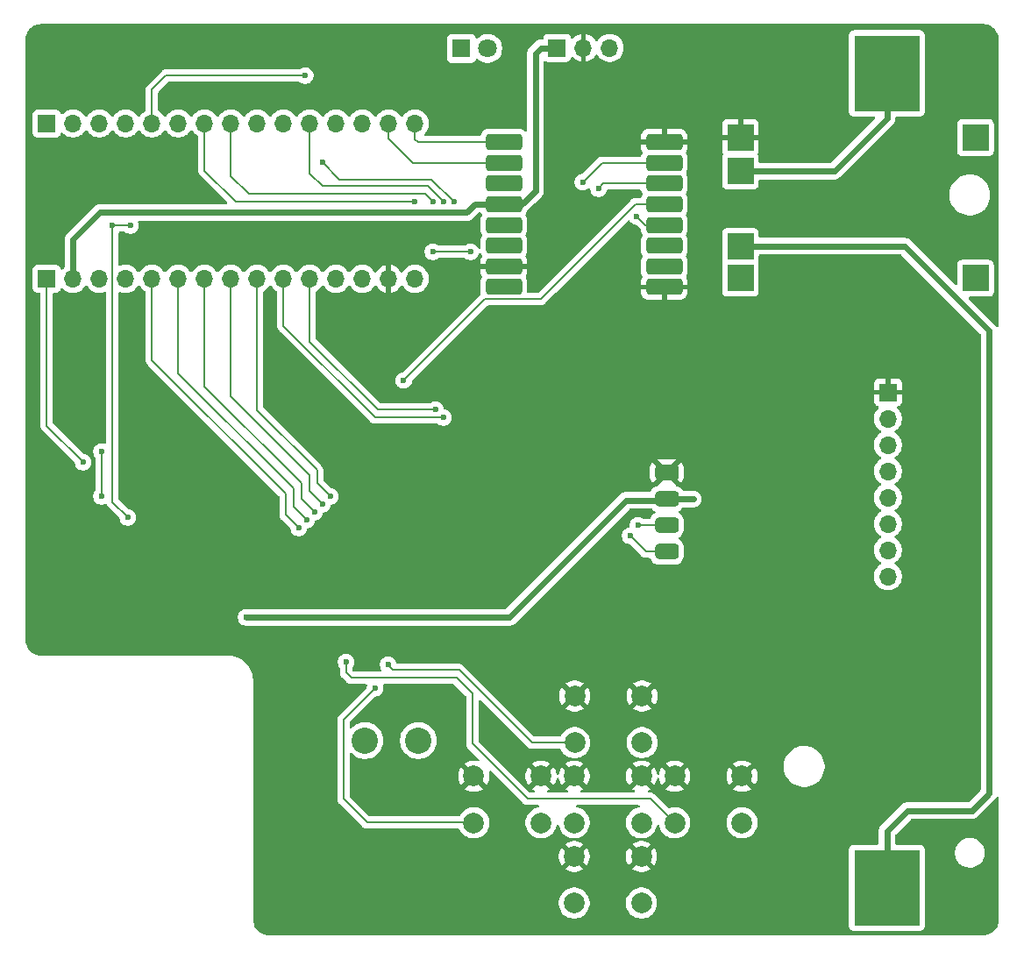
<source format=gbr>
%TF.GenerationSoftware,KiCad,Pcbnew,9.0.0*%
%TF.CreationDate,2025-07-08T12:35:53+02:00*%
%TF.ProjectId,capibarazeroPCB,63617069-6261-4726-917a-65726f504342,rev?*%
%TF.SameCoordinates,Original*%
%TF.FileFunction,Copper,L2,Bot*%
%TF.FilePolarity,Positive*%
%FSLAX46Y46*%
G04 Gerber Fmt 4.6, Leading zero omitted, Abs format (unit mm)*
G04 Created by KiCad (PCBNEW 9.0.0) date 2025-07-08 12:35:53*
%MOMM*%
%LPD*%
G01*
G04 APERTURE LIST*
G04 Aperture macros list*
%AMRoundRect*
0 Rectangle with rounded corners*
0 $1 Rounding radius*
0 $2 $3 $4 $5 $6 $7 $8 $9 X,Y pos of 4 corners*
0 Add a 4 corners polygon primitive as box body*
4,1,4,$2,$3,$4,$5,$6,$7,$8,$9,$2,$3,0*
0 Add four circle primitives for the rounded corners*
1,1,$1+$1,$2,$3*
1,1,$1+$1,$4,$5*
1,1,$1+$1,$6,$7*
1,1,$1+$1,$8,$9*
0 Add four rect primitives between the rounded corners*
20,1,$1+$1,$2,$3,$4,$5,0*
20,1,$1+$1,$4,$5,$6,$7,0*
20,1,$1+$1,$6,$7,$8,$9,0*
20,1,$1+$1,$8,$9,$2,$3,0*%
G04 Aperture macros list end*
%TA.AperFunction,SMDPad,CuDef*%
%ADD10RoundRect,0.250000X-1.500000X-0.500000X1.500000X-0.500000X1.500000X0.500000X-1.500000X0.500000X0*%
%TD*%
%TA.AperFunction,SMDPad,CuDef*%
%ADD11RoundRect,0.381000X-0.762000X-0.381000X0.762000X-0.381000X0.762000X0.381000X-0.762000X0.381000X0*%
%TD*%
%TA.AperFunction,ComponentPad*%
%ADD12C,2.000000*%
%TD*%
%TA.AperFunction,ComponentPad*%
%ADD13C,2.540000*%
%TD*%
%TA.AperFunction,ComponentPad*%
%ADD14R,1.700000X1.700000*%
%TD*%
%TA.AperFunction,ComponentPad*%
%ADD15O,1.700000X1.700000*%
%TD*%
%TA.AperFunction,ComponentPad*%
%ADD16R,2.540000X2.540000*%
%TD*%
%TA.AperFunction,ComponentPad*%
%ADD17R,1.800000X1.800000*%
%TD*%
%TA.AperFunction,ComponentPad*%
%ADD18C,1.800000*%
%TD*%
%TA.AperFunction,SMDPad,CuDef*%
%ADD19R,6.350000X7.340000*%
%TD*%
%TA.AperFunction,ViaPad*%
%ADD20C,0.600000*%
%TD*%
%TA.AperFunction,Conductor*%
%ADD21C,0.600000*%
%TD*%
%TA.AperFunction,Conductor*%
%ADD22C,0.200000*%
%TD*%
G04 APERTURE END LIST*
D10*
%TO.P,U1,1,ANT*%
%TO.N,unconnected-(U1-ANT-Pad1)*%
X139992000Y-88406000D03*
%TO.P,U1,2,GND*%
%TO.N,GND*%
X139992000Y-86406000D03*
%TO.P,U1,3,DIO3*%
%TO.N,unconnected-(U1-DIO3-Pad3)*%
X139992000Y-84406000D03*
%TO.P,U1,4,DIO4*%
%TO.N,unconnected-(U1-DIO4-Pad4)*%
X139992000Y-82406000D03*
%TO.P,U1,5,VCC*%
%TO.N,+3.3V*%
X139992000Y-80406000D03*
%TO.P,U1,6,DI0*%
%TO.N,unconnected-(U1-DI0-Pad6)*%
X139992000Y-78406000D03*
%TO.P,U1,7,DI1*%
%TO.N,D0*%
X139992000Y-76406000D03*
%TO.P,U1,8,DI2*%
%TO.N,D1*%
X139992000Y-74406000D03*
%TO.P,U1,9,GND*%
%TO.N,GND*%
X155492000Y-74406000D03*
%TO.P,U1,10,MISO*%
%TO.N,D9*%
X155492000Y-76406000D03*
%TO.P,U1,11,MOSI*%
%TO.N,D11*%
X155492000Y-78406000D03*
%TO.P,U1,12,SCK*%
%TO.N,D13*%
X155492000Y-80406000D03*
%TO.P,U1,13,NSS*%
%TO.N,D7*%
X155492000Y-82406000D03*
%TO.P,U1,14,RST*%
%TO.N,unconnected-(U1-RST-Pad14)*%
X155492000Y-84406000D03*
%TO.P,U1,15,DI5*%
%TO.N,unconnected-(U1-DI5-Pad15)*%
X155492000Y-86406000D03*
%TO.P,U1,16,GND*%
%TO.N,GND*%
X155492000Y-88406000D03*
%TD*%
D11*
%TO.P,J4,1*%
%TO.N,A6*%
X155746000Y-113950000D03*
%TO.P,J4,2*%
%TO.N,A7*%
X155746000Y-111410000D03*
%TO.P,J4,3*%
%TO.N,+3.3V*%
X155746000Y-108870000D03*
%TO.P,J4,4*%
%TO.N,GND*%
X155746000Y-106330000D03*
%TD*%
D12*
%TO.P,SW3_M1,1,1*%
%TO.N,GND*%
X146800000Y-135650000D03*
X153300000Y-135650000D03*
%TO.P,SW3_M1,2,2*%
%TO.N,A3*%
X146800000Y-140150000D03*
X153300000Y-140150000D03*
%TD*%
%TO.P,SW5_B1,1,1*%
%TO.N,GND*%
X146800000Y-143400000D03*
X153300000Y-143400000D03*
%TO.P,SW5_B1,2,2*%
%TO.N,A2*%
X146800000Y-147900000D03*
X153300000Y-147900000D03*
%TD*%
%TO.P,SW4_T1,1,1*%
%TO.N,GND*%
X146850000Y-127900000D03*
X153350000Y-127900000D03*
%TO.P,SW4_T1,2,2*%
%TO.N,A5*%
X146850000Y-132400000D03*
X153350000Y-132400000D03*
%TD*%
D13*
%TO.P,SW1,1,1*%
%TO.N,VIN*%
X126600000Y-132200000D03*
%TO.P,SW1,2,2*%
%TO.N,tp_V+*%
X131750000Y-132200000D03*
%TD*%
D14*
%TO.P,J2,1,Pin_1*%
%TO.N,D13*%
X95860000Y-87600000D03*
D15*
%TO.P,J2,2,Pin_2*%
%TO.N,+3.3V*%
X98400000Y-87600000D03*
%TO.P,J2,3,Pin_3*%
%TO.N,unconnected-(J2-Pin_3-Pad3)*%
X100940000Y-87600000D03*
%TO.P,J2,4,Pin_4*%
%TO.N,A0*%
X103480000Y-87600000D03*
%TO.P,J2,5,Pin_5*%
%TO.N,A1*%
X106020000Y-87600000D03*
%TO.P,J2,6,Pin_6*%
%TO.N,A2*%
X108560000Y-87600000D03*
%TO.P,J2,7,Pin_7*%
%TO.N,A3*%
X111100000Y-87600000D03*
%TO.P,J2,8,Pin_8*%
%TO.N,A4*%
X113640000Y-87600000D03*
%TO.P,J2,9,Pin_9*%
%TO.N,A5*%
X116180000Y-87600000D03*
%TO.P,J2,10,Pin_10*%
%TO.N,A6*%
X118720000Y-87600000D03*
%TO.P,J2,11,Pin_11*%
%TO.N,A7*%
X121260000Y-87600000D03*
%TO.P,J2,12,Pin_12*%
%TO.N,unconnected-(J2-Pin_12-Pad12)*%
X123800000Y-87600000D03*
%TO.P,J2,13,Pin_13*%
%TO.N,unconnected-(J2-Pin_13-Pad13)*%
X126340000Y-87600000D03*
%TO.P,J2,14,Pin_14*%
%TO.N,GND*%
X128880000Y-87600000D03*
%TO.P,J2,15,Pin_15*%
%TO.N,VIN*%
X131420000Y-87600000D03*
%TD*%
D16*
%TO.P,BMS1,1,OUT-*%
%TO.N,GND*%
X162850000Y-73950000D03*
%TO.P,BMS1,2,Bat-*%
%TO.N,tp_bat-*%
X162850000Y-77200000D03*
%TO.P,BMS1,3,Bat+*%
%TO.N,tp_bat+*%
X162850000Y-84450000D03*
%TO.P,BMS1,4,OUT+*%
%TO.N,tp_V+*%
X162850000Y-87550000D03*
%TO.P,BMS1,5,IN-*%
%TO.N,unconnected-(BMS1-IN--Pad5)*%
X185550000Y-73950000D03*
%TO.P,BMS1,6,IN+*%
%TO.N,unconnected-(BMS1-IN+-Pad6)*%
X185550000Y-87550000D03*
%TD*%
D12*
%TO.P,SW2_L1,1,1*%
%TO.N,GND*%
X137100000Y-135650000D03*
X143600000Y-135650000D03*
%TO.P,SW2_L1,2,2*%
%TO.N,A4*%
X137100000Y-140150000D03*
X143600000Y-140150000D03*
%TD*%
%TO.P,SW1_R1,1,1*%
%TO.N,GND*%
X156500000Y-135650000D03*
X163000000Y-135650000D03*
%TO.P,SW1_R1,2,2*%
%TO.N,A1*%
X156500000Y-140150000D03*
X163000000Y-140150000D03*
%TD*%
D17*
%TO.P,D1,1,K*%
%TO.N,Net-(D1-K)*%
X135910000Y-65350000D03*
D18*
%TO.P,D1,2,A*%
%TO.N,D3*%
X138450000Y-65350000D03*
%TD*%
D14*
%TO.P,J6,1*%
%TO.N,+3.3V*%
X145150000Y-65300000D03*
D15*
%TO.P,J6,2*%
%TO.N,GND*%
X147690000Y-65300000D03*
%TO.P,J6,3*%
%TO.N,D8*%
X150230000Y-65300000D03*
%TD*%
D14*
%TO.P,J1,1,Pin_1*%
%TO.N,D12*%
X95860000Y-72600000D03*
D15*
%TO.P,J1,2,Pin_2*%
%TO.N,D11*%
X98400000Y-72600000D03*
%TO.P,J1,3,Pin_3*%
%TO.N,D10*%
X100940000Y-72600000D03*
%TO.P,J1,4,Pin_4*%
%TO.N,D9*%
X103480000Y-72600000D03*
%TO.P,J1,5,Pin_5*%
%TO.N,D8*%
X106020000Y-72600000D03*
%TO.P,J1,6,Pin_6*%
%TO.N,D7*%
X108560000Y-72600000D03*
%TO.P,J1,7,Pin_7*%
%TO.N,D6*%
X111100000Y-72600000D03*
%TO.P,J1,8,Pin_8*%
%TO.N,D5*%
X113640000Y-72600000D03*
%TO.P,J1,9,Pin_9*%
%TO.N,D4*%
X116180000Y-72600000D03*
%TO.P,J1,10,Pin_10*%
%TO.N,D3*%
X118720000Y-72600000D03*
%TO.P,J1,11,Pin_11*%
%TO.N,D2*%
X121260000Y-72600000D03*
%TO.P,J1,12,Pin_12*%
%TO.N,unconnected-(J1-Pin_12-Pad12)*%
X123800000Y-72600000D03*
%TO.P,J1,13,Pin_13*%
%TO.N,RST*%
X126340000Y-72600000D03*
%TO.P,J1,14,Pin_14*%
%TO.N,D0*%
X128880000Y-72600000D03*
%TO.P,J1,15,Pin_15*%
%TO.N,D1*%
X131420000Y-72600000D03*
%TD*%
D14*
%TO.P,J5,1*%
%TO.N,GND*%
X177100000Y-98570000D03*
D15*
%TO.P,J5,2*%
%TO.N,+3.3V*%
X177100000Y-101110000D03*
%TO.P,J5,3*%
%TO.N,D4*%
X177100000Y-103650000D03*
%TO.P,J5,4*%
%TO.N,D2*%
X177100000Y-106190000D03*
%TO.P,J5,5*%
%TO.N,unconnected-(J5-Pad5)*%
X177100000Y-108730000D03*
%TO.P,J5,6*%
%TO.N,D5*%
X177100000Y-111270000D03*
%TO.P,J5,7*%
%TO.N,D6*%
X177100000Y-113810000D03*
%TO.P,J5,8*%
%TO.N,+3.3V*%
X177100000Y-116350000D03*
%TD*%
D19*
%TO.P,BT1,1,+*%
%TO.N,tp_bat+*%
X177000000Y-146430000D03*
%TO.P,BT1,2,-*%
%TO.N,tp_bat-*%
X177000000Y-67770000D03*
%TD*%
D20*
%TO.N,+3.3V*%
X115106000Y-120300000D03*
%TO.N,D7*%
X152825000Y-81565000D03*
%TO.N,+3.3V*%
X158286000Y-108870000D03*
%TO.N,A6*%
X152190000Y-112426000D03*
%TO.N,A7*%
X152952000Y-111410000D03*
%TO.N,D6*%
X131362000Y-80168000D03*
%TO.N,D8*%
X120821000Y-67976000D03*
%TO.N,D4*%
X135172000Y-80168000D03*
X122472000Y-76358000D03*
%TO.N,D10*%
X101136000Y-108616000D03*
X101136000Y-104298000D03*
%TO.N,D5*%
X133140000Y-80168000D03*
%TO.N,D2*%
X134156000Y-80168000D03*
%TO.N,D11*%
X102152000Y-82454000D03*
X103930000Y-82454000D03*
X149142000Y-78898000D03*
X103676000Y-110648000D03*
%TO.N,D9*%
X147618000Y-78263000D03*
%TO.N,A4*%
X127552000Y-127158000D03*
X122472000Y-109378000D03*
%TO.N,A7*%
X133394000Y-100234000D03*
%TO.N,A3*%
X121710000Y-110140000D03*
%TO.N,A1*%
X120186000Y-111664000D03*
X124758000Y-124618000D03*
%TO.N,A2*%
X120948000Y-110902000D03*
%TO.N,A6*%
X134156000Y-100996000D03*
%TO.N,A0*%
X136788000Y-84994000D03*
X133140000Y-84994000D03*
%TO.N,A5*%
X128822000Y-124872000D03*
X123234000Y-108616000D03*
%TO.N,D13*%
X99358000Y-105314000D03*
X130330582Y-97424582D03*
%TD*%
D21*
%TO.N,+3.3V*%
X115106000Y-120300000D02*
X140506000Y-120300000D01*
X151809000Y-108997000D02*
X140506000Y-120300000D01*
X155619000Y-108997000D02*
X151809000Y-108997000D01*
X143046000Y-65817000D02*
X143563000Y-65300000D01*
X143563000Y-65300000D02*
X145150000Y-65300000D01*
X143046000Y-79102000D02*
X143046000Y-65817000D01*
X141742000Y-80406000D02*
X143046000Y-79102000D01*
X139992000Y-80406000D02*
X141742000Y-80406000D01*
X137220000Y-80406000D02*
X139992000Y-80406000D01*
X136420000Y-81206000D02*
X137220000Y-80406000D01*
X100987000Y-81206000D02*
X136420000Y-81206000D01*
X98400000Y-87600000D02*
X98400000Y-83793000D01*
X98400000Y-83793000D02*
X100987000Y-81206000D01*
D22*
%TO.N,D13*%
X143554000Y-89566000D02*
X152714000Y-80406000D01*
X152714000Y-80406000D02*
X155492000Y-80406000D01*
X138189164Y-89566000D02*
X143554000Y-89566000D01*
X130330582Y-97424582D02*
X138189164Y-89566000D01*
%TO.N,D7*%
X153666000Y-82406000D02*
X155492000Y-82406000D01*
X152825000Y-81565000D02*
X153666000Y-82406000D01*
%TO.N,D11*%
X149142000Y-78898000D02*
X149634000Y-78406000D01*
X149634000Y-78406000D02*
X155492000Y-78406000D01*
%TO.N,D9*%
X149475000Y-76406000D02*
X155492000Y-76406000D01*
X147618000Y-78263000D02*
X149475000Y-76406000D01*
%TO.N,D0*%
X131219500Y-76406000D02*
X128880000Y-74066500D01*
X131219500Y-76406000D02*
X139992000Y-76406000D01*
%TO.N,D1*%
X131420000Y-74130000D02*
X131696000Y-74406000D01*
X131696000Y-74406000D02*
X139992000Y-74406000D01*
X131420000Y-72600000D02*
X131420000Y-74130000D01*
D21*
%TO.N,+3.3V*%
X158286000Y-108870000D02*
X155746000Y-108870000D01*
D22*
%TO.N,A6*%
X152190000Y-112426000D02*
X153714000Y-113950000D01*
X153714000Y-113950000D02*
X155746000Y-113950000D01*
%TO.N,A7*%
X152952000Y-111410000D02*
X155746000Y-111410000D01*
D21*
%TO.N,tp_bat-*%
X171922000Y-77200000D02*
X162850000Y-77200000D01*
X177000000Y-67770000D02*
X177000000Y-72122000D01*
X177000000Y-72122000D02*
X171922000Y-77200000D01*
%TO.N,tp_bat+*%
X186861000Y-92614000D02*
X178697000Y-84450000D01*
X178987000Y-138969000D02*
X185210000Y-138969000D01*
X177000000Y-140956000D02*
X178987000Y-138969000D01*
X185210000Y-138969000D02*
X186861000Y-137318000D01*
X186861000Y-137318000D02*
X186861000Y-92614000D01*
X177000000Y-146430000D02*
X177000000Y-140956000D01*
X178697000Y-84450000D02*
X162850000Y-84450000D01*
D22*
%TO.N,D6*%
X131362000Y-80168000D02*
X114090000Y-80168000D01*
X111100000Y-77178000D02*
X111100000Y-72600000D01*
X114090000Y-80168000D02*
X111100000Y-77178000D01*
%TO.N,D8*%
X120821000Y-67976000D02*
X107359000Y-67976000D01*
X106020000Y-69315000D02*
X106020000Y-72600000D01*
X107359000Y-67976000D02*
X106020000Y-69315000D01*
%TO.N,D0*%
X128880000Y-74066500D02*
X128880000Y-72600000D01*
%TO.N,D4*%
X135172000Y-80168000D02*
X133011000Y-78007000D01*
X133011000Y-78007000D02*
X124121000Y-78007000D01*
X124121000Y-78007000D02*
X122472000Y-76358000D01*
%TO.N,D10*%
X101136000Y-108616000D02*
X101136000Y-104298000D01*
%TO.N,D5*%
X133140000Y-80168000D02*
X132378000Y-79406000D01*
X113640000Y-77686000D02*
X113640000Y-72600000D01*
X132378000Y-79406000D02*
X115360000Y-79406000D01*
X115360000Y-79406000D02*
X113640000Y-77686000D01*
%TO.N,D2*%
X122472000Y-78644000D02*
X121260000Y-77432000D01*
X121260000Y-77432000D02*
X121260000Y-72600000D01*
X132632000Y-78644000D02*
X122472000Y-78644000D01*
X134156000Y-80168000D02*
X132632000Y-78644000D01*
%TO.N,D11*%
X103930000Y-82454000D02*
X102152000Y-82454000D01*
X103676000Y-110648000D02*
X102202800Y-109174800D01*
X102202800Y-109174800D02*
X102202800Y-82504800D01*
X102202800Y-82504800D02*
X102152000Y-82454000D01*
X155492000Y-77628000D02*
X155492000Y-77606000D01*
%TO.N,A4*%
X124504000Y-137826000D02*
X124504000Y-130206000D01*
X121202000Y-108108000D02*
X121202000Y-106584000D01*
X137100000Y-140150000D02*
X137062000Y-140112000D01*
X124504000Y-130206000D02*
X127552000Y-127158000D01*
X122472000Y-109378000D02*
X121202000Y-108108000D01*
X137062000Y-140112000D02*
X126790000Y-140112000D01*
X121202000Y-106584000D02*
X113582000Y-98964000D01*
X113582000Y-98964000D02*
X113582000Y-87658000D01*
X126790000Y-140112000D02*
X124504000Y-137826000D01*
X113582000Y-87658000D02*
X113640000Y-87600000D01*
%TO.N,A7*%
X121260000Y-93688000D02*
X121260000Y-87600000D01*
X133394000Y-100234000D02*
X127806000Y-100234000D01*
X127806000Y-100234000D02*
X121260000Y-93688000D01*
%TO.N,A3*%
X121710000Y-110140000D02*
X120440000Y-108870000D01*
X111100000Y-98006000D02*
X111100000Y-87600000D01*
X120440000Y-107346000D02*
X111100000Y-98006000D01*
X120440000Y-108870000D02*
X120440000Y-107346000D01*
%TO.N,A1*%
X136950000Y-127666000D02*
X136950000Y-132492000D01*
X118916000Y-108362000D02*
X106020000Y-95466000D01*
X106020000Y-95466000D02*
X106020000Y-87600000D01*
X124758000Y-124618000D02*
X124758000Y-125634000D01*
X120186000Y-111664000D02*
X118916000Y-110394000D01*
X154176000Y-137826000D02*
X156500000Y-140150000D01*
X124758000Y-125634000D02*
X125266000Y-126142000D01*
X136950000Y-132492000D02*
X142284000Y-137826000D01*
X142284000Y-137826000D02*
X154176000Y-137826000D01*
X135426000Y-126142000D02*
X136950000Y-127666000D01*
X125266000Y-126142000D02*
X135426000Y-126142000D01*
X118916000Y-110394000D02*
X118916000Y-108362000D01*
%TO.N,A2*%
X119678000Y-109632000D02*
X119678000Y-107854000D01*
X108560000Y-96736000D02*
X108560000Y-87600000D01*
X120948000Y-110902000D02*
X119678000Y-109632000D01*
X119678000Y-107854000D02*
X108560000Y-96736000D01*
%TO.N,A6*%
X134156000Y-100996000D02*
X127552000Y-100996000D01*
X127552000Y-100996000D02*
X118720000Y-92164000D01*
X118720000Y-92164000D02*
X118720000Y-87600000D01*
%TO.N,A0*%
X133140000Y-84994000D02*
X136788000Y-84994000D01*
%TO.N,A5*%
X123234000Y-108616000D02*
X121964000Y-107346000D01*
X129238000Y-125380000D02*
X135680000Y-125380000D01*
X135680000Y-125380000D02*
X142700000Y-132400000D01*
X142700000Y-132400000D02*
X146850000Y-132400000D01*
X116180000Y-100292000D02*
X116180000Y-87600000D01*
X121964000Y-106076000D02*
X116180000Y-100292000D01*
X128822000Y-124872000D02*
X128822000Y-124964000D01*
X121964000Y-107346000D02*
X121964000Y-106076000D01*
X128822000Y-124964000D02*
X129238000Y-125380000D01*
%TO.N,D13*%
X99358000Y-105314000D02*
X95860000Y-101816000D01*
X95860000Y-101816000D02*
X95860000Y-87600000D01*
%TD*%
%TA.AperFunction,Conductor*%
%TO.N,GND*%
G36*
X145236630Y-135810873D02*
G01*
X145294863Y-135849482D01*
X145322473Y-135909941D01*
X145336934Y-136001248D01*
X145409897Y-136225802D01*
X145517087Y-136436174D01*
X145577338Y-136519104D01*
X145577340Y-136519105D01*
X146276212Y-135820233D01*
X146287482Y-135862292D01*
X146359890Y-135987708D01*
X146462292Y-136090110D01*
X146587708Y-136162518D01*
X146629765Y-136173787D01*
X145930893Y-136872658D01*
X146013828Y-136932914D01*
X146127857Y-136991015D01*
X146178653Y-137038990D01*
X146195448Y-137106811D01*
X146172911Y-137172945D01*
X146118196Y-137216397D01*
X146071562Y-137225500D01*
X144328438Y-137225500D01*
X144261399Y-137205815D01*
X144215644Y-137153011D01*
X144205700Y-137083853D01*
X144234725Y-137020297D01*
X144272143Y-136991015D01*
X144386163Y-136932918D01*
X144386169Y-136932914D01*
X144469104Y-136872658D01*
X144469105Y-136872658D01*
X143770233Y-136173787D01*
X143812292Y-136162518D01*
X143937708Y-136090110D01*
X144040110Y-135987708D01*
X144112518Y-135862292D01*
X144123787Y-135820234D01*
X144822658Y-136519105D01*
X144822658Y-136519104D01*
X144882914Y-136436169D01*
X144882918Y-136436163D01*
X144990102Y-136225802D01*
X145063065Y-136001248D01*
X145077527Y-135909941D01*
X145107456Y-135846807D01*
X145166767Y-135809875D01*
X145236630Y-135810873D01*
G37*
%TD.AperFunction*%
%TA.AperFunction,Conductor*%
G36*
X186304418Y-63000816D02*
G01*
X186504561Y-63015130D01*
X186522063Y-63017647D01*
X186713797Y-63059355D01*
X186730755Y-63064334D01*
X186914609Y-63132909D01*
X186930701Y-63140259D01*
X187102904Y-63234288D01*
X187117784Y-63243849D01*
X187274867Y-63361441D01*
X187288237Y-63373027D01*
X187426972Y-63511762D01*
X187438558Y-63525132D01*
X187536679Y-63656206D01*
X187556146Y-63682210D01*
X187565711Y-63697095D01*
X187659740Y-63869298D01*
X187667090Y-63885390D01*
X187735662Y-64069236D01*
X187740646Y-64086212D01*
X187782351Y-64277931D01*
X187784869Y-64295442D01*
X187799184Y-64495580D01*
X187799500Y-64504427D01*
X187799500Y-92168928D01*
X187779815Y-92235967D01*
X187727011Y-92281722D01*
X187657853Y-92291666D01*
X187594297Y-92262641D01*
X187572398Y-92237819D01*
X187482789Y-92103711D01*
X187482786Y-92103707D01*
X184911258Y-89532180D01*
X184877773Y-89470857D01*
X184882757Y-89401165D01*
X184924629Y-89345232D01*
X184990093Y-89320815D01*
X184998939Y-89320499D01*
X186867871Y-89320499D01*
X186867872Y-89320499D01*
X186927483Y-89314091D01*
X187062331Y-89263796D01*
X187177546Y-89177546D01*
X187263796Y-89062331D01*
X187314091Y-88927483D01*
X187320500Y-88867873D01*
X187320499Y-86232128D01*
X187314091Y-86172517D01*
X187263796Y-86037669D01*
X187263795Y-86037668D01*
X187263793Y-86037664D01*
X187177547Y-85922455D01*
X187177544Y-85922452D01*
X187062335Y-85836206D01*
X187062328Y-85836202D01*
X186927482Y-85785908D01*
X186927483Y-85785908D01*
X186867883Y-85779501D01*
X186867881Y-85779500D01*
X186867873Y-85779500D01*
X186867864Y-85779500D01*
X184232129Y-85779500D01*
X184232123Y-85779501D01*
X184172516Y-85785908D01*
X184037671Y-85836202D01*
X184037664Y-85836206D01*
X183922455Y-85922452D01*
X183922452Y-85922455D01*
X183836206Y-86037664D01*
X183836202Y-86037671D01*
X183785908Y-86172517D01*
X183780317Y-86224524D01*
X183779501Y-86232123D01*
X183779500Y-86232135D01*
X183779500Y-88101059D01*
X183759815Y-88168098D01*
X183707011Y-88213853D01*
X183637853Y-88223797D01*
X183574297Y-88194772D01*
X183567819Y-88188740D01*
X179207292Y-83828213D01*
X179207288Y-83828210D01*
X179076185Y-83740609D01*
X179076172Y-83740602D01*
X178930501Y-83680264D01*
X178930489Y-83680261D01*
X178775845Y-83649500D01*
X178775842Y-83649500D01*
X164744499Y-83649500D01*
X164677460Y-83629815D01*
X164631705Y-83577011D01*
X164620499Y-83525500D01*
X164620499Y-83132129D01*
X164620498Y-83132123D01*
X164620497Y-83132116D01*
X164614091Y-83072517D01*
X164609937Y-83061380D01*
X164563797Y-82937671D01*
X164563793Y-82937664D01*
X164477547Y-82822455D01*
X164477544Y-82822452D01*
X164362335Y-82736206D01*
X164362328Y-82736202D01*
X164227482Y-82685908D01*
X164227483Y-82685908D01*
X164167883Y-82679501D01*
X164167881Y-82679500D01*
X164167873Y-82679500D01*
X164167864Y-82679500D01*
X161532129Y-82679500D01*
X161532123Y-82679501D01*
X161472516Y-82685908D01*
X161337671Y-82736202D01*
X161337664Y-82736206D01*
X161222455Y-82822452D01*
X161222452Y-82822455D01*
X161136206Y-82937664D01*
X161136202Y-82937671D01*
X161085908Y-83072517D01*
X161079501Y-83132116D01*
X161079501Y-83132123D01*
X161079500Y-83132135D01*
X161079500Y-85767870D01*
X161079501Y-85767876D01*
X161085908Y-85827483D01*
X161134091Y-85956667D01*
X161139075Y-86026359D01*
X161134091Y-86043333D01*
X161085908Y-86172517D01*
X161080317Y-86224524D01*
X161079501Y-86232123D01*
X161079500Y-86232135D01*
X161079500Y-88867870D01*
X161079501Y-88867876D01*
X161085908Y-88927483D01*
X161136202Y-89062328D01*
X161136206Y-89062335D01*
X161222452Y-89177544D01*
X161222455Y-89177547D01*
X161337664Y-89263793D01*
X161337671Y-89263797D01*
X161472517Y-89314091D01*
X161472516Y-89314091D01*
X161479444Y-89314835D01*
X161532127Y-89320500D01*
X164167872Y-89320499D01*
X164227483Y-89314091D01*
X164362331Y-89263796D01*
X164477546Y-89177546D01*
X164563796Y-89062331D01*
X164614091Y-88927483D01*
X164620500Y-88867873D01*
X164620499Y-86232128D01*
X164614091Y-86172517D01*
X164565907Y-86043330D01*
X164560924Y-85973642D01*
X164565904Y-85956677D01*
X164614091Y-85827483D01*
X164620500Y-85767873D01*
X164620500Y-85374500D01*
X164640185Y-85307461D01*
X164692989Y-85261706D01*
X164744500Y-85250500D01*
X178314060Y-85250500D01*
X178381099Y-85270185D01*
X178401741Y-85286819D01*
X186024181Y-92909259D01*
X186057666Y-92970582D01*
X186060500Y-92996940D01*
X186060500Y-136935060D01*
X186040815Y-137002099D01*
X186024181Y-137022741D01*
X184914741Y-138132181D01*
X184853418Y-138165666D01*
X184827060Y-138168500D01*
X178908154Y-138168500D01*
X178753509Y-138199261D01*
X178753497Y-138199264D01*
X178710832Y-138216936D01*
X178710833Y-138216937D01*
X178607823Y-138259604D01*
X178607814Y-138259609D01*
X178476712Y-138347209D01*
X178476711Y-138347211D01*
X178476710Y-138347212D01*
X176489711Y-140334211D01*
X176433960Y-140389962D01*
X176378209Y-140445712D01*
X176290609Y-140576814D01*
X176290602Y-140576827D01*
X176230264Y-140722498D01*
X176230261Y-140722510D01*
X176199500Y-140877153D01*
X176199500Y-142135500D01*
X176179815Y-142202539D01*
X176127011Y-142248294D01*
X176075500Y-142259500D01*
X173777129Y-142259500D01*
X173777123Y-142259501D01*
X173717516Y-142265908D01*
X173582671Y-142316202D01*
X173582664Y-142316206D01*
X173467455Y-142402452D01*
X173467452Y-142402455D01*
X173381206Y-142517664D01*
X173381202Y-142517671D01*
X173330908Y-142652517D01*
X173324501Y-142712116D01*
X173324501Y-142712123D01*
X173324500Y-142712135D01*
X173324500Y-150147870D01*
X173324501Y-150147876D01*
X173330908Y-150207483D01*
X173381202Y-150342328D01*
X173381206Y-150342335D01*
X173467452Y-150457544D01*
X173467455Y-150457547D01*
X173582664Y-150543793D01*
X173582671Y-150543797D01*
X173717517Y-150594091D01*
X173717516Y-150594091D01*
X173724444Y-150594835D01*
X173777127Y-150600500D01*
X180222872Y-150600499D01*
X180282483Y-150594091D01*
X180417331Y-150543796D01*
X180532546Y-150457546D01*
X180618796Y-150342331D01*
X180669091Y-150207483D01*
X180675500Y-150147873D01*
X180675499Y-142916231D01*
X183554500Y-142916231D01*
X183554500Y-143143768D01*
X183590093Y-143368490D01*
X183660400Y-143584876D01*
X183660401Y-143584879D01*
X183746346Y-143753554D01*
X183763697Y-143787607D01*
X183897434Y-143971680D01*
X184058320Y-144132566D01*
X184242393Y-144266303D01*
X184341825Y-144316966D01*
X184445120Y-144369598D01*
X184445123Y-144369599D01*
X184553316Y-144404752D01*
X184661511Y-144439907D01*
X184765591Y-144456391D01*
X184886232Y-144475500D01*
X184886237Y-144475500D01*
X185113768Y-144475500D01*
X185222710Y-144458244D01*
X185338489Y-144439907D01*
X185554879Y-144369598D01*
X185757607Y-144266303D01*
X185941680Y-144132566D01*
X186102566Y-143971680D01*
X186236303Y-143787607D01*
X186339598Y-143584879D01*
X186409907Y-143368489D01*
X186438540Y-143187708D01*
X186445500Y-143143768D01*
X186445500Y-142916231D01*
X186424793Y-142785499D01*
X186409907Y-142691511D01*
X186339598Y-142475121D01*
X186339598Y-142475120D01*
X186236302Y-142272392D01*
X186226936Y-142259501D01*
X186102566Y-142088320D01*
X185941680Y-141927434D01*
X185757607Y-141793697D01*
X185554879Y-141690401D01*
X185554876Y-141690400D01*
X185338490Y-141620093D01*
X185113768Y-141584500D01*
X185113763Y-141584500D01*
X184886237Y-141584500D01*
X184886232Y-141584500D01*
X184661509Y-141620093D01*
X184445123Y-141690400D01*
X184445120Y-141690401D01*
X184242392Y-141793697D01*
X184137372Y-141869998D01*
X184058320Y-141927434D01*
X184058318Y-141927436D01*
X184058317Y-141927436D01*
X183897436Y-142088317D01*
X183897436Y-142088318D01*
X183897434Y-142088320D01*
X183876536Y-142117084D01*
X183763697Y-142272392D01*
X183660401Y-142475120D01*
X183660400Y-142475123D01*
X183590093Y-142691509D01*
X183554500Y-142916231D01*
X180675499Y-142916231D01*
X180675499Y-142712128D01*
X180669091Y-142652517D01*
X180618796Y-142517669D01*
X180618795Y-142517668D01*
X180618793Y-142517664D01*
X180532547Y-142402455D01*
X180532544Y-142402452D01*
X180417335Y-142316206D01*
X180417328Y-142316202D01*
X180282482Y-142265908D01*
X180282483Y-142265908D01*
X180222883Y-142259501D01*
X180222881Y-142259500D01*
X180222873Y-142259500D01*
X180222865Y-142259500D01*
X177924500Y-142259500D01*
X177857461Y-142239815D01*
X177811706Y-142187011D01*
X177800500Y-142135500D01*
X177800500Y-141338940D01*
X177820185Y-141271901D01*
X177836819Y-141251259D01*
X179282259Y-139805819D01*
X179343582Y-139772334D01*
X179369940Y-139769500D01*
X185288844Y-139769500D01*
X185288845Y-139769499D01*
X185443497Y-139738737D01*
X185589179Y-139678394D01*
X185720289Y-139590789D01*
X187482789Y-137828289D01*
X187570394Y-137697179D01*
X187570393Y-137697179D01*
X187572398Y-137694180D01*
X187626010Y-137649375D01*
X187695335Y-137640668D01*
X187758362Y-137670822D01*
X187795082Y-137730265D01*
X187799500Y-137763071D01*
X187799500Y-149495572D01*
X187799184Y-149504418D01*
X187799184Y-149504419D01*
X187784869Y-149704557D01*
X187782351Y-149722068D01*
X187740646Y-149913787D01*
X187735662Y-149930763D01*
X187667090Y-150114609D01*
X187659740Y-150130701D01*
X187565711Y-150302904D01*
X187556146Y-150317789D01*
X187438558Y-150474867D01*
X187426972Y-150488237D01*
X187288237Y-150626972D01*
X187274867Y-150638558D01*
X187117789Y-150756146D01*
X187102904Y-150765711D01*
X186930701Y-150859740D01*
X186914609Y-150867090D01*
X186730763Y-150935662D01*
X186713787Y-150940646D01*
X186522068Y-150982351D01*
X186504557Y-150984869D01*
X186323779Y-150997799D01*
X186304417Y-150999184D01*
X186295572Y-150999500D01*
X117304428Y-150999500D01*
X117295582Y-150999184D01*
X117273622Y-150997613D01*
X117095442Y-150984869D01*
X117077931Y-150982351D01*
X116886212Y-150940646D01*
X116869236Y-150935662D01*
X116685390Y-150867090D01*
X116669298Y-150859740D01*
X116497095Y-150765711D01*
X116482210Y-150756146D01*
X116325132Y-150638558D01*
X116311762Y-150626972D01*
X116173027Y-150488237D01*
X116161441Y-150474867D01*
X116043849Y-150317784D01*
X116034288Y-150302904D01*
X115940259Y-150130701D01*
X115932909Y-150114609D01*
X115872091Y-149951551D01*
X115864334Y-149930755D01*
X115859355Y-149913797D01*
X115817647Y-149722063D01*
X115815130Y-149704556D01*
X115800816Y-149504418D01*
X115800500Y-149495572D01*
X115800500Y-147781902D01*
X145299500Y-147781902D01*
X145299500Y-148018097D01*
X145336446Y-148251368D01*
X145409433Y-148475996D01*
X145516657Y-148686433D01*
X145655483Y-148877510D01*
X145822490Y-149044517D01*
X146013567Y-149183343D01*
X146112991Y-149234002D01*
X146224003Y-149290566D01*
X146224005Y-149290566D01*
X146224008Y-149290568D01*
X146344412Y-149329689D01*
X146448631Y-149363553D01*
X146681903Y-149400500D01*
X146681908Y-149400500D01*
X146918097Y-149400500D01*
X147151368Y-149363553D01*
X147375992Y-149290568D01*
X147586433Y-149183343D01*
X147777510Y-149044517D01*
X147944517Y-148877510D01*
X148083343Y-148686433D01*
X148190568Y-148475992D01*
X148263553Y-148251368D01*
X148300500Y-148018097D01*
X148300500Y-147781902D01*
X151799500Y-147781902D01*
X151799500Y-148018097D01*
X151836446Y-148251368D01*
X151909433Y-148475996D01*
X152016657Y-148686433D01*
X152155483Y-148877510D01*
X152322490Y-149044517D01*
X152513567Y-149183343D01*
X152612991Y-149234002D01*
X152724003Y-149290566D01*
X152724005Y-149290566D01*
X152724008Y-149290568D01*
X152844412Y-149329689D01*
X152948631Y-149363553D01*
X153181903Y-149400500D01*
X153181908Y-149400500D01*
X153418097Y-149400500D01*
X153651368Y-149363553D01*
X153875992Y-149290568D01*
X154086433Y-149183343D01*
X154277510Y-149044517D01*
X154444517Y-148877510D01*
X154583343Y-148686433D01*
X154690568Y-148475992D01*
X154763553Y-148251368D01*
X154800500Y-148018097D01*
X154800500Y-147781902D01*
X154763553Y-147548631D01*
X154690566Y-147324003D01*
X154583342Y-147113566D01*
X154444517Y-146922490D01*
X154277510Y-146755483D01*
X154086433Y-146616657D01*
X153875996Y-146509433D01*
X153651368Y-146436446D01*
X153418097Y-146399500D01*
X153418092Y-146399500D01*
X153181908Y-146399500D01*
X153181903Y-146399500D01*
X152948631Y-146436446D01*
X152724003Y-146509433D01*
X152513566Y-146616657D01*
X152404550Y-146695862D01*
X152322490Y-146755483D01*
X152322488Y-146755485D01*
X152322487Y-146755485D01*
X152155485Y-146922487D01*
X152155485Y-146922488D01*
X152155483Y-146922490D01*
X152095862Y-147004550D01*
X152016657Y-147113566D01*
X151909433Y-147324003D01*
X151836446Y-147548631D01*
X151799500Y-147781902D01*
X148300500Y-147781902D01*
X148263553Y-147548631D01*
X148190566Y-147324003D01*
X148083342Y-147113566D01*
X147944517Y-146922490D01*
X147777510Y-146755483D01*
X147586433Y-146616657D01*
X147375996Y-146509433D01*
X147151368Y-146436446D01*
X146918097Y-146399500D01*
X146918092Y-146399500D01*
X146681908Y-146399500D01*
X146681903Y-146399500D01*
X146448631Y-146436446D01*
X146224003Y-146509433D01*
X146013566Y-146616657D01*
X145904550Y-146695862D01*
X145822490Y-146755483D01*
X145822488Y-146755485D01*
X145822487Y-146755485D01*
X145655485Y-146922487D01*
X145655485Y-146922488D01*
X145655483Y-146922490D01*
X145595862Y-147004550D01*
X145516657Y-147113566D01*
X145409433Y-147324003D01*
X145336446Y-147548631D01*
X145299500Y-147781902D01*
X115800500Y-147781902D01*
X115800500Y-143281947D01*
X145300000Y-143281947D01*
X145300000Y-143518052D01*
X145336934Y-143751247D01*
X145409897Y-143975802D01*
X145517087Y-144186174D01*
X145577338Y-144269104D01*
X145577340Y-144269105D01*
X146276212Y-143570233D01*
X146287482Y-143612292D01*
X146359890Y-143737708D01*
X146462292Y-143840110D01*
X146587708Y-143912518D01*
X146629765Y-143923787D01*
X145930893Y-144622658D01*
X146013828Y-144682914D01*
X146224197Y-144790102D01*
X146448752Y-144863065D01*
X146448751Y-144863065D01*
X146681948Y-144900000D01*
X146918052Y-144900000D01*
X147151247Y-144863065D01*
X147375802Y-144790102D01*
X147586163Y-144682918D01*
X147586169Y-144682914D01*
X147669104Y-144622658D01*
X147669105Y-144622658D01*
X146970233Y-143923787D01*
X147012292Y-143912518D01*
X147137708Y-143840110D01*
X147240110Y-143737708D01*
X147312518Y-143612292D01*
X147323787Y-143570234D01*
X148022658Y-144269105D01*
X148022658Y-144269104D01*
X148082914Y-144186169D01*
X148082918Y-144186163D01*
X148190102Y-143975802D01*
X148263065Y-143751247D01*
X148300000Y-143518052D01*
X148300000Y-143281947D01*
X151800000Y-143281947D01*
X151800000Y-143518052D01*
X151836934Y-143751247D01*
X151909897Y-143975802D01*
X152017087Y-144186174D01*
X152077338Y-144269104D01*
X152077340Y-144269105D01*
X152776212Y-143570233D01*
X152787482Y-143612292D01*
X152859890Y-143737708D01*
X152962292Y-143840110D01*
X153087708Y-143912518D01*
X153129765Y-143923787D01*
X152430893Y-144622658D01*
X152513828Y-144682914D01*
X152724197Y-144790102D01*
X152948752Y-144863065D01*
X152948751Y-144863065D01*
X153181948Y-144900000D01*
X153418052Y-144900000D01*
X153651247Y-144863065D01*
X153875802Y-144790102D01*
X154086163Y-144682918D01*
X154086169Y-144682914D01*
X154169104Y-144622658D01*
X154169105Y-144622658D01*
X153470233Y-143923787D01*
X153512292Y-143912518D01*
X153637708Y-143840110D01*
X153740110Y-143737708D01*
X153812518Y-143612292D01*
X153823787Y-143570234D01*
X154522658Y-144269105D01*
X154522658Y-144269104D01*
X154582914Y-144186169D01*
X154582918Y-144186163D01*
X154690102Y-143975802D01*
X154763065Y-143751247D01*
X154800000Y-143518052D01*
X154800000Y-143281947D01*
X154763065Y-143048752D01*
X154690102Y-142824197D01*
X154582914Y-142613828D01*
X154522658Y-142530894D01*
X154522658Y-142530893D01*
X153823787Y-143229765D01*
X153812518Y-143187708D01*
X153740110Y-143062292D01*
X153637708Y-142959890D01*
X153512292Y-142887482D01*
X153470234Y-142876212D01*
X154169105Y-142177340D01*
X154169104Y-142177338D01*
X154086174Y-142117087D01*
X153875802Y-142009897D01*
X153651247Y-141936934D01*
X153651248Y-141936934D01*
X153418052Y-141900000D01*
X153181948Y-141900000D01*
X152948752Y-141936934D01*
X152724197Y-142009897D01*
X152513830Y-142117084D01*
X152430894Y-142177340D01*
X153129766Y-142876212D01*
X153087708Y-142887482D01*
X152962292Y-142959890D01*
X152859890Y-143062292D01*
X152787482Y-143187708D01*
X152776212Y-143229766D01*
X152077340Y-142530894D01*
X152017084Y-142613830D01*
X151909897Y-142824197D01*
X151836934Y-143048752D01*
X151800000Y-143281947D01*
X148300000Y-143281947D01*
X148263065Y-143048752D01*
X148190102Y-142824197D01*
X148082914Y-142613828D01*
X148022658Y-142530894D01*
X148022658Y-142530893D01*
X147323787Y-143229765D01*
X147312518Y-143187708D01*
X147240110Y-143062292D01*
X147137708Y-142959890D01*
X147012292Y-142887482D01*
X146970234Y-142876212D01*
X147669105Y-142177340D01*
X147669104Y-142177339D01*
X147586174Y-142117087D01*
X147375802Y-142009897D01*
X147151247Y-141936934D01*
X147151248Y-141936934D01*
X146918052Y-141900000D01*
X146681948Y-141900000D01*
X146448752Y-141936934D01*
X146224197Y-142009897D01*
X146013830Y-142117084D01*
X145930894Y-142177340D01*
X146629766Y-142876212D01*
X146587708Y-142887482D01*
X146462292Y-142959890D01*
X146359890Y-143062292D01*
X146287482Y-143187708D01*
X146276212Y-143229766D01*
X145577340Y-142530894D01*
X145517084Y-142613830D01*
X145409897Y-142824197D01*
X145336934Y-143048752D01*
X145300000Y-143281947D01*
X115800500Y-143281947D01*
X115800500Y-137905054D01*
X123903498Y-137905054D01*
X123944423Y-138057785D01*
X123961716Y-138087737D01*
X123961715Y-138087737D01*
X123961716Y-138087738D01*
X124023475Y-138194709D01*
X124023481Y-138194717D01*
X124142349Y-138313585D01*
X124142355Y-138313590D01*
X126305139Y-140476374D01*
X126305149Y-140476385D01*
X126309479Y-140480715D01*
X126309480Y-140480716D01*
X126421284Y-140592520D01*
X126487101Y-140630519D01*
X126558215Y-140671577D01*
X126710942Y-140712500D01*
X126710943Y-140712500D01*
X135626571Y-140712500D01*
X135693610Y-140732185D01*
X135737054Y-140780204D01*
X135767231Y-140839429D01*
X135816655Y-140936431D01*
X135858365Y-140993839D01*
X135955483Y-141127510D01*
X136122490Y-141294517D01*
X136313567Y-141433343D01*
X136412991Y-141484002D01*
X136524003Y-141540566D01*
X136524005Y-141540566D01*
X136524008Y-141540568D01*
X136644412Y-141579689D01*
X136748631Y-141613553D01*
X136981903Y-141650500D01*
X136981908Y-141650500D01*
X137218097Y-141650500D01*
X137451368Y-141613553D01*
X137675992Y-141540568D01*
X137886433Y-141433343D01*
X138077510Y-141294517D01*
X138244517Y-141127510D01*
X138383343Y-140936433D01*
X138490568Y-140725992D01*
X138563553Y-140501368D01*
X138577527Y-140413141D01*
X138600500Y-140268097D01*
X138600500Y-140031902D01*
X138563553Y-139798631D01*
X138501534Y-139607758D01*
X138490568Y-139574008D01*
X138490566Y-139574005D01*
X138490566Y-139574003D01*
X138424221Y-139443795D01*
X138383343Y-139363567D01*
X138244517Y-139172490D01*
X138077510Y-139005483D01*
X137886433Y-138866657D01*
X137675996Y-138759433D01*
X137451368Y-138686446D01*
X137218097Y-138649500D01*
X137218092Y-138649500D01*
X136981908Y-138649500D01*
X136981903Y-138649500D01*
X136748631Y-138686446D01*
X136524003Y-138759433D01*
X136313566Y-138866657D01*
X136204550Y-138945862D01*
X136122490Y-139005483D01*
X136122488Y-139005485D01*
X136122487Y-139005485D01*
X135955485Y-139172487D01*
X135955485Y-139172488D01*
X135955483Y-139172490D01*
X135895862Y-139254550D01*
X135816657Y-139363566D01*
X135775779Y-139443795D01*
X135727805Y-139494591D01*
X135665294Y-139511500D01*
X127090097Y-139511500D01*
X127023058Y-139491815D01*
X127002416Y-139475181D01*
X125140819Y-137613584D01*
X125107334Y-137552261D01*
X125104500Y-137525903D01*
X125104500Y-133507729D01*
X125124185Y-133440690D01*
X125176989Y-133394935D01*
X125246147Y-133384991D01*
X125309703Y-133414016D01*
X125316181Y-133420048D01*
X125430117Y-133533984D01*
X125430124Y-133533990D01*
X125614254Y-133675278D01*
X125614256Y-133675279D01*
X125815237Y-133791314D01*
X125815240Y-133791315D01*
X125815248Y-133791320D01*
X126029670Y-133880137D01*
X126253851Y-133940206D01*
X126483955Y-133970500D01*
X126483962Y-133970500D01*
X126716038Y-133970500D01*
X126716045Y-133970500D01*
X126946149Y-133940206D01*
X127170330Y-133880137D01*
X127384752Y-133791320D01*
X127518749Y-133713957D01*
X127585743Y-133675279D01*
X127585745Y-133675278D01*
X127585748Y-133675276D01*
X127769877Y-133533989D01*
X127933989Y-133369877D01*
X128075276Y-133185748D01*
X128191320Y-132984752D01*
X128280137Y-132770330D01*
X128340206Y-132546149D01*
X128370500Y-132316045D01*
X128370500Y-132083955D01*
X128370499Y-132083947D01*
X129979500Y-132083947D01*
X129979500Y-132316052D01*
X130009794Y-132546148D01*
X130069862Y-132770328D01*
X130158677Y-132984745D01*
X130158685Y-132984762D01*
X130274720Y-133185743D01*
X130274721Y-133185745D01*
X130416009Y-133369875D01*
X130416015Y-133369882D01*
X130580117Y-133533984D01*
X130580124Y-133533990D01*
X130764254Y-133675278D01*
X130764256Y-133675279D01*
X130965237Y-133791314D01*
X130965240Y-133791315D01*
X130965248Y-133791320D01*
X131179670Y-133880137D01*
X131403851Y-133940206D01*
X131633955Y-133970500D01*
X131633962Y-133970500D01*
X131866038Y-133970500D01*
X131866045Y-133970500D01*
X132096149Y-133940206D01*
X132320330Y-133880137D01*
X132534752Y-133791320D01*
X132668749Y-133713957D01*
X132735743Y-133675279D01*
X132735745Y-133675278D01*
X132735748Y-133675276D01*
X132919877Y-133533989D01*
X133083989Y-133369877D01*
X133225276Y-133185748D01*
X133341320Y-132984752D01*
X133430137Y-132770330D01*
X133490206Y-132546149D01*
X133520500Y-132316045D01*
X133520500Y-132083955D01*
X133490206Y-131853851D01*
X133430137Y-131629670D01*
X133341320Y-131415248D01*
X133245500Y-131249281D01*
X133225279Y-131214256D01*
X133225278Y-131214254D01*
X133083990Y-131030124D01*
X133083984Y-131030117D01*
X132919882Y-130866015D01*
X132919875Y-130866009D01*
X132735745Y-130724721D01*
X132735743Y-130724720D01*
X132534762Y-130608685D01*
X132534754Y-130608681D01*
X132534752Y-130608680D01*
X132320330Y-130519863D01*
X132320331Y-130519863D01*
X132320328Y-130519862D01*
X132178203Y-130481780D01*
X132096149Y-130459794D01*
X132067386Y-130456007D01*
X131866052Y-130429500D01*
X131866045Y-130429500D01*
X131633955Y-130429500D01*
X131633947Y-130429500D01*
X131403851Y-130459794D01*
X131179671Y-130519862D01*
X130965254Y-130608677D01*
X130965237Y-130608685D01*
X130764256Y-130724720D01*
X130764254Y-130724721D01*
X130580124Y-130866009D01*
X130580117Y-130866015D01*
X130416015Y-131030117D01*
X130416009Y-131030124D01*
X130274721Y-131214254D01*
X130274720Y-131214256D01*
X130158685Y-131415237D01*
X130158677Y-131415254D01*
X130069862Y-131629671D01*
X130009794Y-131853851D01*
X129979500Y-132083947D01*
X128370499Y-132083947D01*
X128340206Y-131853851D01*
X128280137Y-131629670D01*
X128191320Y-131415248D01*
X128095500Y-131249281D01*
X128075279Y-131214256D01*
X128075278Y-131214254D01*
X127933990Y-131030124D01*
X127933984Y-131030117D01*
X127769882Y-130866015D01*
X127769875Y-130866009D01*
X127585745Y-130724721D01*
X127585743Y-130724720D01*
X127384762Y-130608685D01*
X127384754Y-130608681D01*
X127384752Y-130608680D01*
X127170330Y-130519863D01*
X127170331Y-130519863D01*
X127170328Y-130519862D01*
X127028203Y-130481780D01*
X126946149Y-130459794D01*
X126917386Y-130456007D01*
X126716052Y-130429500D01*
X126716045Y-130429500D01*
X126483955Y-130429500D01*
X126483947Y-130429500D01*
X126253851Y-130459794D01*
X126029671Y-130519862D01*
X125815254Y-130608677D01*
X125815237Y-130608685D01*
X125614256Y-130724720D01*
X125614254Y-130724721D01*
X125430124Y-130866009D01*
X125430117Y-130866015D01*
X125316181Y-130979952D01*
X125254858Y-131013437D01*
X125185166Y-131008453D01*
X125129233Y-130966581D01*
X125104816Y-130901117D01*
X125104500Y-130892271D01*
X125104500Y-130506097D01*
X125124185Y-130439058D01*
X125140819Y-130418416D01*
X126269133Y-129290102D01*
X127566662Y-127992572D01*
X127627983Y-127959089D01*
X127630150Y-127958638D01*
X127688085Y-127947113D01*
X127785497Y-127927737D01*
X127931179Y-127867394D01*
X128062289Y-127779789D01*
X128173789Y-127668289D01*
X128261394Y-127537179D01*
X128321737Y-127391497D01*
X128352500Y-127236842D01*
X128352500Y-127079158D01*
X128352500Y-127079155D01*
X128352499Y-127079153D01*
X128321738Y-126924510D01*
X128321737Y-126924503D01*
X128317367Y-126913952D01*
X128309898Y-126844482D01*
X128341174Y-126782003D01*
X128401263Y-126746352D01*
X128431928Y-126742500D01*
X135125903Y-126742500D01*
X135192942Y-126762185D01*
X135213584Y-126778819D01*
X136313181Y-127878416D01*
X136346666Y-127939739D01*
X136349500Y-127966097D01*
X136349500Y-132405330D01*
X136349499Y-132405348D01*
X136349499Y-132571056D01*
X136390421Y-132723781D01*
X136390422Y-132723783D01*
X136390423Y-132723785D01*
X136390817Y-132724468D01*
X136390827Y-132724504D01*
X136390836Y-132724500D01*
X136469477Y-132860712D01*
X136469481Y-132860717D01*
X136588349Y-132979585D01*
X136588355Y-132979590D01*
X137596267Y-133987502D01*
X137629752Y-134048825D01*
X137624768Y-134118517D01*
X137582896Y-134174450D01*
X137517432Y-134198867D01*
X137470269Y-134193115D01*
X137451244Y-134186933D01*
X137218052Y-134150000D01*
X136981948Y-134150000D01*
X136748752Y-134186934D01*
X136524197Y-134259897D01*
X136313830Y-134367084D01*
X136230894Y-134427340D01*
X136929766Y-135126212D01*
X136887708Y-135137482D01*
X136762292Y-135209890D01*
X136659890Y-135312292D01*
X136587482Y-135437708D01*
X136576212Y-135479766D01*
X135877340Y-134780894D01*
X135817084Y-134863830D01*
X135709897Y-135074197D01*
X135636934Y-135298752D01*
X135600000Y-135531947D01*
X135600000Y-135768052D01*
X135636934Y-136001247D01*
X135709897Y-136225802D01*
X135817087Y-136436174D01*
X135877338Y-136519104D01*
X135877340Y-136519105D01*
X136576212Y-135820233D01*
X136587482Y-135862292D01*
X136659890Y-135987708D01*
X136762292Y-136090110D01*
X136887708Y-136162518D01*
X136929765Y-136173787D01*
X136230893Y-136872658D01*
X136313828Y-136932914D01*
X136524197Y-137040102D01*
X136748752Y-137113065D01*
X136748751Y-137113065D01*
X136981948Y-137150000D01*
X137218052Y-137150000D01*
X137451247Y-137113065D01*
X137675802Y-137040102D01*
X137886163Y-136932918D01*
X137886169Y-136932914D01*
X137969104Y-136872658D01*
X137969105Y-136872658D01*
X137270233Y-136173787D01*
X137312292Y-136162518D01*
X137437708Y-136090110D01*
X137540110Y-135987708D01*
X137612518Y-135862292D01*
X137623787Y-135820233D01*
X138322658Y-136519105D01*
X138322658Y-136519104D01*
X138382914Y-136436169D01*
X138382918Y-136436163D01*
X138490102Y-136225802D01*
X138563065Y-136001247D01*
X138600000Y-135768052D01*
X138600000Y-135531947D01*
X138563066Y-135298756D01*
X138556885Y-135279733D01*
X138554889Y-135209891D01*
X138590969Y-135150058D01*
X138653670Y-135119229D01*
X138723084Y-135127193D01*
X138762497Y-135153732D01*
X141799139Y-138190374D01*
X141799149Y-138190385D01*
X141803479Y-138194715D01*
X141803480Y-138194716D01*
X141915284Y-138306520D01*
X141985765Y-138347211D01*
X142002095Y-138356639D01*
X142002097Y-138356641D01*
X142040151Y-138378611D01*
X142052215Y-138385577D01*
X142204943Y-138426500D01*
X143314304Y-138426500D01*
X143381343Y-138446185D01*
X143427098Y-138498989D01*
X143437042Y-138568147D01*
X143408017Y-138631703D01*
X143349239Y-138669477D01*
X143333702Y-138672973D01*
X143248631Y-138686446D01*
X143024003Y-138759433D01*
X142813566Y-138866657D01*
X142704550Y-138945862D01*
X142622490Y-139005483D01*
X142622488Y-139005485D01*
X142622487Y-139005485D01*
X142455485Y-139172487D01*
X142455485Y-139172488D01*
X142455483Y-139172490D01*
X142395862Y-139254550D01*
X142316657Y-139363566D01*
X142209433Y-139574003D01*
X142136446Y-139798631D01*
X142099500Y-140031902D01*
X142099500Y-140268097D01*
X142136446Y-140501368D01*
X142209433Y-140725996D01*
X142237055Y-140780206D01*
X142316657Y-140936433D01*
X142455483Y-141127510D01*
X142622490Y-141294517D01*
X142813567Y-141433343D01*
X142912991Y-141484002D01*
X143024003Y-141540566D01*
X143024005Y-141540566D01*
X143024008Y-141540568D01*
X143144412Y-141579689D01*
X143248631Y-141613553D01*
X143481903Y-141650500D01*
X143481908Y-141650500D01*
X143718097Y-141650500D01*
X143951368Y-141613553D01*
X144175992Y-141540568D01*
X144386433Y-141433343D01*
X144577510Y-141294517D01*
X144744517Y-141127510D01*
X144883343Y-140936433D01*
X144990568Y-140725992D01*
X145063553Y-140501368D01*
X145077527Y-140413141D01*
X145107456Y-140350006D01*
X145166768Y-140313075D01*
X145236630Y-140314073D01*
X145294863Y-140352683D01*
X145322473Y-140413141D01*
X145336446Y-140501368D01*
X145409433Y-140725996D01*
X145437055Y-140780206D01*
X145516657Y-140936433D01*
X145655483Y-141127510D01*
X145822490Y-141294517D01*
X146013567Y-141433343D01*
X146112991Y-141484002D01*
X146224003Y-141540566D01*
X146224005Y-141540566D01*
X146224008Y-141540568D01*
X146344412Y-141579689D01*
X146448631Y-141613553D01*
X146681903Y-141650500D01*
X146681908Y-141650500D01*
X146918097Y-141650500D01*
X147151368Y-141613553D01*
X147375992Y-141540568D01*
X147586433Y-141433343D01*
X147777510Y-141294517D01*
X147944517Y-141127510D01*
X148083343Y-140936433D01*
X148190568Y-140725992D01*
X148263553Y-140501368D01*
X148277527Y-140413141D01*
X148300500Y-140268097D01*
X148300500Y-140031902D01*
X148263553Y-139798631D01*
X148201534Y-139607758D01*
X148190568Y-139574008D01*
X148190566Y-139574005D01*
X148190566Y-139574003D01*
X148124221Y-139443795D01*
X148083343Y-139363567D01*
X147944517Y-139172490D01*
X147777510Y-139005483D01*
X147586433Y-138866657D01*
X147375996Y-138759433D01*
X147151368Y-138686446D01*
X147066298Y-138672973D01*
X147003163Y-138643044D01*
X146966232Y-138583732D01*
X146967230Y-138513870D01*
X147005840Y-138455637D01*
X147069804Y-138427523D01*
X147085696Y-138426500D01*
X153014304Y-138426500D01*
X153081343Y-138446185D01*
X153127098Y-138498989D01*
X153137042Y-138568147D01*
X153108017Y-138631703D01*
X153049239Y-138669477D01*
X153033702Y-138672973D01*
X152948631Y-138686446D01*
X152724003Y-138759433D01*
X152513566Y-138866657D01*
X152404550Y-138945862D01*
X152322490Y-139005483D01*
X152322488Y-139005485D01*
X152322487Y-139005485D01*
X152155485Y-139172487D01*
X152155485Y-139172488D01*
X152155483Y-139172490D01*
X152095862Y-139254550D01*
X152016657Y-139363566D01*
X151909433Y-139574003D01*
X151836446Y-139798631D01*
X151799500Y-140031902D01*
X151799500Y-140268097D01*
X151836446Y-140501368D01*
X151909433Y-140725996D01*
X151937055Y-140780206D01*
X152016657Y-140936433D01*
X152155483Y-141127510D01*
X152322490Y-141294517D01*
X152513567Y-141433343D01*
X152612991Y-141484002D01*
X152724003Y-141540566D01*
X152724005Y-141540566D01*
X152724008Y-141540568D01*
X152844412Y-141579689D01*
X152948631Y-141613553D01*
X153181903Y-141650500D01*
X153181908Y-141650500D01*
X153418097Y-141650500D01*
X153651368Y-141613553D01*
X153875992Y-141540568D01*
X154086433Y-141433343D01*
X154277510Y-141294517D01*
X154444517Y-141127510D01*
X154583343Y-140936433D01*
X154690568Y-140725992D01*
X154763553Y-140501368D01*
X154777527Y-140413141D01*
X154807456Y-140350006D01*
X154866768Y-140313075D01*
X154936630Y-140314073D01*
X154994863Y-140352683D01*
X155022473Y-140413141D01*
X155036446Y-140501368D01*
X155109433Y-140725996D01*
X155137055Y-140780206D01*
X155216657Y-140936433D01*
X155355483Y-141127510D01*
X155522490Y-141294517D01*
X155713567Y-141433343D01*
X155812991Y-141484002D01*
X155924003Y-141540566D01*
X155924005Y-141540566D01*
X155924008Y-141540568D01*
X156044412Y-141579689D01*
X156148631Y-141613553D01*
X156381903Y-141650500D01*
X156381908Y-141650500D01*
X156618097Y-141650500D01*
X156851368Y-141613553D01*
X157075992Y-141540568D01*
X157286433Y-141433343D01*
X157477510Y-141294517D01*
X157644517Y-141127510D01*
X157783343Y-140936433D01*
X157890568Y-140725992D01*
X157963553Y-140501368D01*
X157977527Y-140413141D01*
X158000500Y-140268097D01*
X158000500Y-140031902D01*
X161499500Y-140031902D01*
X161499500Y-140268097D01*
X161536446Y-140501368D01*
X161609433Y-140725996D01*
X161637055Y-140780206D01*
X161716657Y-140936433D01*
X161855483Y-141127510D01*
X162022490Y-141294517D01*
X162213567Y-141433343D01*
X162312991Y-141484002D01*
X162424003Y-141540566D01*
X162424005Y-141540566D01*
X162424008Y-141540568D01*
X162544412Y-141579689D01*
X162648631Y-141613553D01*
X162881903Y-141650500D01*
X162881908Y-141650500D01*
X163118097Y-141650500D01*
X163351368Y-141613553D01*
X163575992Y-141540568D01*
X163786433Y-141433343D01*
X163977510Y-141294517D01*
X164144517Y-141127510D01*
X164283343Y-140936433D01*
X164390568Y-140725992D01*
X164463553Y-140501368D01*
X164477527Y-140413141D01*
X164500500Y-140268097D01*
X164500500Y-140031902D01*
X164463553Y-139798631D01*
X164401534Y-139607758D01*
X164390568Y-139574008D01*
X164390566Y-139574005D01*
X164390566Y-139574003D01*
X164324221Y-139443795D01*
X164283343Y-139363567D01*
X164144517Y-139172490D01*
X163977510Y-139005483D01*
X163786433Y-138866657D01*
X163575996Y-138759433D01*
X163351368Y-138686446D01*
X163118097Y-138649500D01*
X163118092Y-138649500D01*
X162881908Y-138649500D01*
X162881903Y-138649500D01*
X162648631Y-138686446D01*
X162424003Y-138759433D01*
X162213566Y-138866657D01*
X162104550Y-138945862D01*
X162022490Y-139005483D01*
X162022488Y-139005485D01*
X162022487Y-139005485D01*
X161855485Y-139172487D01*
X161855485Y-139172488D01*
X161855483Y-139172490D01*
X161795862Y-139254550D01*
X161716657Y-139363566D01*
X161609433Y-139574003D01*
X161536446Y-139798631D01*
X161499500Y-140031902D01*
X158000500Y-140031902D01*
X157963553Y-139798631D01*
X157901534Y-139607758D01*
X157890568Y-139574008D01*
X157890566Y-139574005D01*
X157890566Y-139574003D01*
X157824221Y-139443795D01*
X157783343Y-139363567D01*
X157644517Y-139172490D01*
X157477510Y-139005483D01*
X157286433Y-138866657D01*
X157075996Y-138759433D01*
X156851368Y-138686446D01*
X156618097Y-138649500D01*
X156618092Y-138649500D01*
X156381908Y-138649500D01*
X156381903Y-138649500D01*
X156148628Y-138686447D01*
X156022433Y-138727450D01*
X155952592Y-138729445D01*
X155896435Y-138697200D01*
X154663590Y-137464355D01*
X154663588Y-137464352D01*
X154544717Y-137345481D01*
X154544716Y-137345480D01*
X154457904Y-137295360D01*
X154457904Y-137295359D01*
X154457900Y-137295358D01*
X154407785Y-137266423D01*
X154255057Y-137225499D01*
X154096943Y-137225499D01*
X154089347Y-137225499D01*
X154089331Y-137225500D01*
X154028438Y-137225500D01*
X153961399Y-137205815D01*
X153915644Y-137153011D01*
X153905700Y-137083853D01*
X153934725Y-137020297D01*
X153972143Y-136991015D01*
X154086163Y-136932918D01*
X154086169Y-136932914D01*
X154169104Y-136872658D01*
X154169105Y-136872658D01*
X153470233Y-136173787D01*
X153512292Y-136162518D01*
X153637708Y-136090110D01*
X153740110Y-135987708D01*
X153812518Y-135862292D01*
X153823787Y-135820234D01*
X154522658Y-136519105D01*
X154522658Y-136519104D01*
X154582914Y-136436169D01*
X154582918Y-136436163D01*
X154690102Y-136225802D01*
X154763065Y-136001248D01*
X154777527Y-135909941D01*
X154807456Y-135846807D01*
X154866767Y-135809875D01*
X154936630Y-135810873D01*
X154994863Y-135849482D01*
X155022473Y-135909941D01*
X155036934Y-136001248D01*
X155109897Y-136225802D01*
X155217087Y-136436174D01*
X155277338Y-136519104D01*
X155277340Y-136519105D01*
X155976212Y-135820233D01*
X155987482Y-135862292D01*
X156059890Y-135987708D01*
X156162292Y-136090110D01*
X156287708Y-136162518D01*
X156329765Y-136173787D01*
X155630893Y-136872658D01*
X155713828Y-136932914D01*
X155924197Y-137040102D01*
X156148752Y-137113065D01*
X156148751Y-137113065D01*
X156381948Y-137150000D01*
X156618052Y-137150000D01*
X156851247Y-137113065D01*
X157075802Y-137040102D01*
X157286163Y-136932918D01*
X157286169Y-136932914D01*
X157369104Y-136872658D01*
X157369105Y-136872658D01*
X156670233Y-136173787D01*
X156712292Y-136162518D01*
X156837708Y-136090110D01*
X156940110Y-135987708D01*
X157012518Y-135862292D01*
X157023787Y-135820234D01*
X157722658Y-136519105D01*
X157722658Y-136519104D01*
X157782914Y-136436169D01*
X157782918Y-136436163D01*
X157890102Y-136225802D01*
X157963065Y-136001247D01*
X158000000Y-135768052D01*
X158000000Y-135531947D01*
X161500000Y-135531947D01*
X161500000Y-135768052D01*
X161536934Y-136001247D01*
X161609897Y-136225802D01*
X161717087Y-136436174D01*
X161777338Y-136519104D01*
X161777340Y-136519105D01*
X162476212Y-135820233D01*
X162487482Y-135862292D01*
X162559890Y-135987708D01*
X162662292Y-136090110D01*
X162787708Y-136162518D01*
X162829765Y-136173787D01*
X162130893Y-136872658D01*
X162213828Y-136932914D01*
X162424197Y-137040102D01*
X162648752Y-137113065D01*
X162648751Y-137113065D01*
X162881948Y-137150000D01*
X163118052Y-137150000D01*
X163351247Y-137113065D01*
X163575802Y-137040102D01*
X163786163Y-136932918D01*
X163786169Y-136932914D01*
X163869104Y-136872658D01*
X163869105Y-136872658D01*
X163170233Y-136173787D01*
X163212292Y-136162518D01*
X163337708Y-136090110D01*
X163440110Y-135987708D01*
X163512518Y-135862292D01*
X163523787Y-135820234D01*
X164222658Y-136519105D01*
X164222658Y-136519104D01*
X164282914Y-136436169D01*
X164282918Y-136436163D01*
X164390102Y-136225802D01*
X164463065Y-136001247D01*
X164500000Y-135768052D01*
X164500000Y-135531947D01*
X164463065Y-135298752D01*
X164390102Y-135074197D01*
X164282914Y-134863828D01*
X164222658Y-134780894D01*
X164222658Y-134780893D01*
X163523787Y-135479765D01*
X163512518Y-135437708D01*
X163440110Y-135312292D01*
X163337708Y-135209890D01*
X163212292Y-135137482D01*
X163170234Y-135126212D01*
X163725921Y-134570525D01*
X167024500Y-134570525D01*
X167024500Y-134829474D01*
X167024501Y-134829491D01*
X167058299Y-135086217D01*
X167058300Y-135086222D01*
X167058301Y-135086228D01*
X167075404Y-135150058D01*
X167125324Y-135336364D01*
X167224423Y-135575609D01*
X167224427Y-135575619D01*
X167353906Y-135799883D01*
X167511551Y-136005331D01*
X167511557Y-136005338D01*
X167694661Y-136188442D01*
X167694668Y-136188448D01*
X167900116Y-136346093D01*
X168124380Y-136475572D01*
X168124381Y-136475572D01*
X168124384Y-136475574D01*
X168363634Y-136574675D01*
X168613772Y-136641699D01*
X168870519Y-136675500D01*
X168870526Y-136675500D01*
X169129474Y-136675500D01*
X169129481Y-136675500D01*
X169386228Y-136641699D01*
X169636366Y-136574675D01*
X169875616Y-136475574D01*
X170099884Y-136346093D01*
X170305333Y-136188447D01*
X170488447Y-136005333D01*
X170646093Y-135799884D01*
X170775574Y-135575616D01*
X170874675Y-135336366D01*
X170941699Y-135086228D01*
X170975500Y-134829481D01*
X170975500Y-134570519D01*
X170941699Y-134313772D01*
X170874675Y-134063634D01*
X170775574Y-133824384D01*
X170756050Y-133790568D01*
X170646093Y-133600116D01*
X170488448Y-133394668D01*
X170488442Y-133394661D01*
X170305338Y-133211557D01*
X170305331Y-133211551D01*
X170099883Y-133053906D01*
X169875614Y-132924425D01*
X169875609Y-132924423D01*
X169636364Y-132825324D01*
X169511297Y-132791813D01*
X169386228Y-132758301D01*
X169386222Y-132758300D01*
X169386217Y-132758299D01*
X169129491Y-132724501D01*
X169129486Y-132724500D01*
X169129481Y-132724500D01*
X168870519Y-132724500D01*
X168870513Y-132724500D01*
X168870508Y-132724501D01*
X168613782Y-132758299D01*
X168613775Y-132758300D01*
X168613772Y-132758301D01*
X168568879Y-132770330D01*
X168363635Y-132825324D01*
X168124390Y-132924423D01*
X168124386Y-132924425D01*
X167900116Y-133053906D01*
X167694668Y-133211551D01*
X167694661Y-133211557D01*
X167511557Y-133394661D01*
X167511551Y-133394668D01*
X167353906Y-133600116D01*
X167224427Y-133824380D01*
X167224423Y-133824390D01*
X167125324Y-134063635D01*
X167058302Y-134313769D01*
X167058299Y-134313782D01*
X167024501Y-134570508D01*
X167024500Y-134570525D01*
X163725921Y-134570525D01*
X163817667Y-134478779D01*
X163869105Y-134427340D01*
X163869104Y-134427338D01*
X163786174Y-134367087D01*
X163575802Y-134259897D01*
X163351247Y-134186934D01*
X163351248Y-134186934D01*
X163118052Y-134150000D01*
X162881948Y-134150000D01*
X162648752Y-134186934D01*
X162424197Y-134259897D01*
X162213830Y-134367084D01*
X162130894Y-134427340D01*
X162829766Y-135126212D01*
X162787708Y-135137482D01*
X162662292Y-135209890D01*
X162559890Y-135312292D01*
X162487482Y-135437708D01*
X162476212Y-135479765D01*
X161777340Y-134780894D01*
X161717084Y-134863830D01*
X161609897Y-135074197D01*
X161536934Y-135298752D01*
X161500000Y-135531947D01*
X158000000Y-135531947D01*
X157963065Y-135298752D01*
X157890102Y-135074197D01*
X157782914Y-134863828D01*
X157722658Y-134780894D01*
X157722658Y-134780893D01*
X157023787Y-135479765D01*
X157012518Y-135437708D01*
X156940110Y-135312292D01*
X156837708Y-135209890D01*
X156712292Y-135137482D01*
X156670234Y-135126212D01*
X157369105Y-134427340D01*
X157369104Y-134427339D01*
X157286174Y-134367087D01*
X157075802Y-134259897D01*
X156851247Y-134186934D01*
X156851248Y-134186934D01*
X156618052Y-134150000D01*
X156381948Y-134150000D01*
X156148752Y-134186934D01*
X155924197Y-134259897D01*
X155713830Y-134367084D01*
X155630894Y-134427340D01*
X156329766Y-135126212D01*
X156287708Y-135137482D01*
X156162292Y-135209890D01*
X156059890Y-135312292D01*
X155987482Y-135437708D01*
X155976212Y-135479766D01*
X155277340Y-134780894D01*
X155217084Y-134863830D01*
X155109897Y-135074197D01*
X155036934Y-135298752D01*
X155022473Y-135390058D01*
X154992544Y-135453193D01*
X154933232Y-135490124D01*
X154863370Y-135489126D01*
X154805137Y-135450516D01*
X154777527Y-135390058D01*
X154763065Y-135298752D01*
X154690102Y-135074197D01*
X154582914Y-134863828D01*
X154522658Y-134780894D01*
X154522658Y-134780893D01*
X153823787Y-135479765D01*
X153812518Y-135437708D01*
X153740110Y-135312292D01*
X153637708Y-135209890D01*
X153512292Y-135137482D01*
X153470234Y-135126212D01*
X154169105Y-134427340D01*
X154169104Y-134427339D01*
X154086174Y-134367087D01*
X153875802Y-134259897D01*
X153651247Y-134186934D01*
X153651248Y-134186934D01*
X153418052Y-134150000D01*
X153181948Y-134150000D01*
X152948752Y-134186934D01*
X152724197Y-134259897D01*
X152513830Y-134367084D01*
X152430894Y-134427340D01*
X153129766Y-135126212D01*
X153087708Y-135137482D01*
X152962292Y-135209890D01*
X152859890Y-135312292D01*
X152787482Y-135437708D01*
X152776212Y-135479766D01*
X152077340Y-134780894D01*
X152017084Y-134863830D01*
X151909897Y-135074197D01*
X151836934Y-135298752D01*
X151800000Y-135531947D01*
X151800000Y-135768052D01*
X151836934Y-136001247D01*
X151909897Y-136225802D01*
X152017087Y-136436174D01*
X152077338Y-136519104D01*
X152077340Y-136519105D01*
X152776212Y-135820233D01*
X152787482Y-135862292D01*
X152859890Y-135987708D01*
X152962292Y-136090110D01*
X153087708Y-136162518D01*
X153129765Y-136173787D01*
X152430893Y-136872658D01*
X152513828Y-136932914D01*
X152627857Y-136991015D01*
X152678653Y-137038990D01*
X152695448Y-137106811D01*
X152672911Y-137172945D01*
X152618196Y-137216397D01*
X152571562Y-137225500D01*
X147528438Y-137225500D01*
X147461399Y-137205815D01*
X147415644Y-137153011D01*
X147405700Y-137083853D01*
X147434725Y-137020297D01*
X147472143Y-136991015D01*
X147586163Y-136932918D01*
X147586169Y-136932914D01*
X147669104Y-136872658D01*
X147669105Y-136872658D01*
X146970233Y-136173787D01*
X147012292Y-136162518D01*
X147137708Y-136090110D01*
X147240110Y-135987708D01*
X147312518Y-135862292D01*
X147323787Y-135820234D01*
X148022658Y-136519105D01*
X148022658Y-136519104D01*
X148082914Y-136436169D01*
X148082918Y-136436163D01*
X148190102Y-136225802D01*
X148263065Y-136001247D01*
X148300000Y-135768052D01*
X148300000Y-135531947D01*
X148263065Y-135298752D01*
X148190102Y-135074197D01*
X148082914Y-134863828D01*
X148022658Y-134780894D01*
X148022658Y-134780893D01*
X147323787Y-135479765D01*
X147312518Y-135437708D01*
X147240110Y-135312292D01*
X147137708Y-135209890D01*
X147012292Y-135137482D01*
X146970234Y-135126212D01*
X147669105Y-134427340D01*
X147669104Y-134427339D01*
X147586174Y-134367087D01*
X147375802Y-134259897D01*
X147151247Y-134186934D01*
X147151248Y-134186934D01*
X146918052Y-134150000D01*
X146681948Y-134150000D01*
X146448752Y-134186934D01*
X146224197Y-134259897D01*
X146013830Y-134367084D01*
X145930894Y-134427340D01*
X146629766Y-135126212D01*
X146587708Y-135137482D01*
X146462292Y-135209890D01*
X146359890Y-135312292D01*
X146287482Y-135437708D01*
X146276212Y-135479766D01*
X145577340Y-134780894D01*
X145517084Y-134863830D01*
X145409897Y-135074197D01*
X145336934Y-135298752D01*
X145322473Y-135390058D01*
X145292544Y-135453193D01*
X145233232Y-135490124D01*
X145163370Y-135489126D01*
X145105137Y-135450516D01*
X145077527Y-135390058D01*
X145063065Y-135298752D01*
X144990102Y-135074197D01*
X144882914Y-134863828D01*
X144822658Y-134780894D01*
X144822658Y-134780893D01*
X144123787Y-135479765D01*
X144112518Y-135437708D01*
X144040110Y-135312292D01*
X143937708Y-135209890D01*
X143812292Y-135137482D01*
X143770234Y-135126212D01*
X144469105Y-134427340D01*
X144469104Y-134427339D01*
X144386174Y-134367087D01*
X144175802Y-134259897D01*
X143951247Y-134186934D01*
X143951248Y-134186934D01*
X143718052Y-134150000D01*
X143481948Y-134150000D01*
X143248752Y-134186934D01*
X143024197Y-134259897D01*
X142813830Y-134367084D01*
X142730894Y-134427340D01*
X143429766Y-135126212D01*
X143387708Y-135137482D01*
X143262292Y-135209890D01*
X143159890Y-135312292D01*
X143087482Y-135437708D01*
X143076212Y-135479766D01*
X142377340Y-134780894D01*
X142317084Y-134863830D01*
X142209897Y-135074197D01*
X142136934Y-135298752D01*
X142100000Y-135531947D01*
X142100000Y-135768052D01*
X142136934Y-136001247D01*
X142209897Y-136225802D01*
X142317087Y-136436174D01*
X142377338Y-136519104D01*
X142377340Y-136519105D01*
X143076212Y-135820233D01*
X143087482Y-135862292D01*
X143159890Y-135987708D01*
X143262292Y-136090110D01*
X143387708Y-136162518D01*
X143429765Y-136173787D01*
X142730893Y-136872658D01*
X142813828Y-136932914D01*
X142927857Y-136991015D01*
X142978653Y-137038990D01*
X142995448Y-137106811D01*
X142972911Y-137172945D01*
X142918196Y-137216397D01*
X142871562Y-137225500D01*
X142584097Y-137225500D01*
X142517058Y-137205815D01*
X142496416Y-137189181D01*
X137586819Y-132279584D01*
X137553334Y-132218261D01*
X137550500Y-132191903D01*
X137550500Y-128399097D01*
X137570185Y-128332058D01*
X137622989Y-128286303D01*
X137692147Y-128276359D01*
X137755703Y-128305384D01*
X137762181Y-128311416D01*
X142215139Y-132764374D01*
X142215149Y-132764385D01*
X142219479Y-132768715D01*
X142219480Y-132768716D01*
X142331284Y-132880520D01*
X142407332Y-132924426D01*
X142468215Y-132959577D01*
X142620942Y-133000500D01*
X142620943Y-133000500D01*
X145395932Y-133000500D01*
X145462971Y-133020185D01*
X145506416Y-133068203D01*
X145566657Y-133186433D01*
X145705483Y-133377510D01*
X145872490Y-133544517D01*
X146063567Y-133683343D01*
X146162991Y-133734002D01*
X146274003Y-133790566D01*
X146274005Y-133790566D01*
X146274008Y-133790568D01*
X146378070Y-133824380D01*
X146498631Y-133863553D01*
X146731903Y-133900500D01*
X146731908Y-133900500D01*
X146968097Y-133900500D01*
X147201368Y-133863553D01*
X147425992Y-133790568D01*
X147636433Y-133683343D01*
X147827510Y-133544517D01*
X147994517Y-133377510D01*
X148133343Y-133186433D01*
X148240568Y-132975992D01*
X148313553Y-132751368D01*
X148317808Y-132724501D01*
X148350500Y-132518097D01*
X148350500Y-132281902D01*
X151849500Y-132281902D01*
X151849500Y-132518097D01*
X151886446Y-132751368D01*
X151959433Y-132975996D01*
X152048459Y-133150718D01*
X152066657Y-133186433D01*
X152205483Y-133377510D01*
X152372490Y-133544517D01*
X152563567Y-133683343D01*
X152662991Y-133734002D01*
X152774003Y-133790566D01*
X152774005Y-133790566D01*
X152774008Y-133790568D01*
X152878070Y-133824380D01*
X152998631Y-133863553D01*
X153231903Y-133900500D01*
X153231908Y-133900500D01*
X153468097Y-133900500D01*
X153701368Y-133863553D01*
X153925992Y-133790568D01*
X154136433Y-133683343D01*
X154327510Y-133544517D01*
X154494517Y-133377510D01*
X154633343Y-133186433D01*
X154740568Y-132975992D01*
X154813553Y-132751368D01*
X154817808Y-132724501D01*
X154850500Y-132518097D01*
X154850500Y-132281902D01*
X154813553Y-132048631D01*
X154779689Y-131944412D01*
X154740568Y-131824008D01*
X154740566Y-131824005D01*
X154740566Y-131824003D01*
X154641548Y-131629671D01*
X154633343Y-131613567D01*
X154494517Y-131422490D01*
X154327510Y-131255483D01*
X154136433Y-131116657D01*
X153925996Y-131009433D01*
X153701368Y-130936446D01*
X153468097Y-130899500D01*
X153468092Y-130899500D01*
X153231908Y-130899500D01*
X153231903Y-130899500D01*
X152998631Y-130936446D01*
X152774003Y-131009433D01*
X152563566Y-131116657D01*
X152454550Y-131195862D01*
X152372490Y-131255483D01*
X152372488Y-131255485D01*
X152372487Y-131255485D01*
X152205485Y-131422487D01*
X152205485Y-131422488D01*
X152205483Y-131422490D01*
X152145862Y-131504550D01*
X152066657Y-131613566D01*
X151959433Y-131824003D01*
X151886446Y-132048631D01*
X151849500Y-132281902D01*
X148350500Y-132281902D01*
X148313553Y-132048631D01*
X148279689Y-131944412D01*
X148240568Y-131824008D01*
X148240566Y-131824005D01*
X148240566Y-131824003D01*
X148141548Y-131629671D01*
X148133343Y-131613567D01*
X147994517Y-131422490D01*
X147827510Y-131255483D01*
X147636433Y-131116657D01*
X147425996Y-131009433D01*
X147201368Y-130936446D01*
X146968097Y-130899500D01*
X146968092Y-130899500D01*
X146731908Y-130899500D01*
X146731903Y-130899500D01*
X146498631Y-130936446D01*
X146274003Y-131009433D01*
X146063566Y-131116657D01*
X145954550Y-131195862D01*
X145872490Y-131255483D01*
X145872488Y-131255485D01*
X145872487Y-131255485D01*
X145705485Y-131422487D01*
X145705485Y-131422488D01*
X145705483Y-131422490D01*
X145645862Y-131504550D01*
X145566657Y-131613566D01*
X145506417Y-131731795D01*
X145458442Y-131782591D01*
X145395932Y-131799500D01*
X143000097Y-131799500D01*
X142933058Y-131779815D01*
X142912416Y-131763181D01*
X138931182Y-127781947D01*
X145350000Y-127781947D01*
X145350000Y-128018052D01*
X145386934Y-128251247D01*
X145459897Y-128475802D01*
X145567087Y-128686174D01*
X145627338Y-128769104D01*
X145627340Y-128769105D01*
X146326212Y-128070233D01*
X146337482Y-128112292D01*
X146409890Y-128237708D01*
X146512292Y-128340110D01*
X146637708Y-128412518D01*
X146679765Y-128423787D01*
X145980893Y-129122658D01*
X146063828Y-129182914D01*
X146274197Y-129290102D01*
X146498752Y-129363065D01*
X146498751Y-129363065D01*
X146731948Y-129400000D01*
X146968052Y-129400000D01*
X147201247Y-129363065D01*
X147425802Y-129290102D01*
X147636163Y-129182918D01*
X147636169Y-129182914D01*
X147719104Y-129122658D01*
X147719105Y-129122658D01*
X147020233Y-128423787D01*
X147062292Y-128412518D01*
X147187708Y-128340110D01*
X147290110Y-128237708D01*
X147362518Y-128112292D01*
X147373787Y-128070233D01*
X148072658Y-128769105D01*
X148072658Y-128769104D01*
X148132914Y-128686169D01*
X148132918Y-128686163D01*
X148240102Y-128475802D01*
X148313065Y-128251247D01*
X148350000Y-128018052D01*
X148350000Y-127781947D01*
X151850000Y-127781947D01*
X151850000Y-128018052D01*
X151886934Y-128251247D01*
X151959897Y-128475802D01*
X152067087Y-128686174D01*
X152127338Y-128769104D01*
X152127340Y-128769105D01*
X152826212Y-128070233D01*
X152837482Y-128112292D01*
X152909890Y-128237708D01*
X153012292Y-128340110D01*
X153137708Y-128412518D01*
X153179765Y-128423787D01*
X152480893Y-129122658D01*
X152563828Y-129182914D01*
X152774197Y-129290102D01*
X152998752Y-129363065D01*
X152998751Y-129363065D01*
X153231948Y-129400000D01*
X153468052Y-129400000D01*
X153701247Y-129363065D01*
X153925802Y-129290102D01*
X154136163Y-129182918D01*
X154136169Y-129182914D01*
X154219104Y-129122658D01*
X154219105Y-129122658D01*
X153520233Y-128423787D01*
X153562292Y-128412518D01*
X153687708Y-128340110D01*
X153790110Y-128237708D01*
X153862518Y-128112292D01*
X153873787Y-128070234D01*
X154572658Y-128769105D01*
X154572658Y-128769104D01*
X154632914Y-128686169D01*
X154632918Y-128686163D01*
X154740102Y-128475802D01*
X154813065Y-128251247D01*
X154850000Y-128018052D01*
X154850000Y-127781947D01*
X154813065Y-127548752D01*
X154740102Y-127324197D01*
X154632914Y-127113828D01*
X154572658Y-127030894D01*
X154572658Y-127030893D01*
X153873787Y-127729765D01*
X153862518Y-127687708D01*
X153790110Y-127562292D01*
X153687708Y-127459890D01*
X153562292Y-127387482D01*
X153520234Y-127376212D01*
X154219105Y-126677340D01*
X154219104Y-126677338D01*
X154136174Y-126617087D01*
X153925802Y-126509897D01*
X153701247Y-126436934D01*
X153701248Y-126436934D01*
X153468052Y-126400000D01*
X153231948Y-126400000D01*
X152998752Y-126436934D01*
X152774197Y-126509897D01*
X152563830Y-126617084D01*
X152480894Y-126677340D01*
X153179766Y-127376212D01*
X153137708Y-127387482D01*
X153012292Y-127459890D01*
X152909890Y-127562292D01*
X152837482Y-127687708D01*
X152826212Y-127729766D01*
X152127340Y-127030894D01*
X152067084Y-127113830D01*
X151959897Y-127324197D01*
X151886934Y-127548752D01*
X151850000Y-127781947D01*
X148350000Y-127781947D01*
X148313065Y-127548752D01*
X148240102Y-127324197D01*
X148132914Y-127113828D01*
X148072658Y-127030894D01*
X148072658Y-127030893D01*
X147373787Y-127729765D01*
X147362518Y-127687708D01*
X147290110Y-127562292D01*
X147187708Y-127459890D01*
X147062292Y-127387482D01*
X147020234Y-127376212D01*
X147719105Y-126677340D01*
X147719104Y-126677339D01*
X147636174Y-126617087D01*
X147425802Y-126509897D01*
X147201247Y-126436934D01*
X147201248Y-126436934D01*
X146968052Y-126400000D01*
X146731948Y-126400000D01*
X146498752Y-126436934D01*
X146274197Y-126509897D01*
X146063830Y-126617084D01*
X145980894Y-126677340D01*
X146679766Y-127376212D01*
X146637708Y-127387482D01*
X146512292Y-127459890D01*
X146409890Y-127562292D01*
X146337482Y-127687708D01*
X146326212Y-127729766D01*
X145627340Y-127030894D01*
X145567084Y-127113830D01*
X145459897Y-127324197D01*
X145386934Y-127548752D01*
X145350000Y-127781947D01*
X138931182Y-127781947D01*
X136167590Y-125018355D01*
X136167588Y-125018352D01*
X136048717Y-124899481D01*
X136048716Y-124899480D01*
X135961904Y-124849360D01*
X135961904Y-124849359D01*
X135961900Y-124849358D01*
X135911785Y-124820423D01*
X135759057Y-124779499D01*
X135600943Y-124779499D01*
X135593347Y-124779499D01*
X135593331Y-124779500D01*
X129721547Y-124779500D01*
X129654508Y-124759815D01*
X129608753Y-124707011D01*
X129599930Y-124679694D01*
X129591737Y-124638503D01*
X129576651Y-124602082D01*
X129531397Y-124492827D01*
X129531390Y-124492814D01*
X129443789Y-124361711D01*
X129443786Y-124361707D01*
X129332292Y-124250213D01*
X129332288Y-124250210D01*
X129201185Y-124162609D01*
X129201172Y-124162602D01*
X129055501Y-124102264D01*
X129055489Y-124102261D01*
X128900845Y-124071500D01*
X128900842Y-124071500D01*
X128743158Y-124071500D01*
X128743155Y-124071500D01*
X128588510Y-124102261D01*
X128588498Y-124102264D01*
X128442827Y-124162602D01*
X128442814Y-124162609D01*
X128311711Y-124250210D01*
X128311707Y-124250213D01*
X128200213Y-124361707D01*
X128200210Y-124361711D01*
X128112609Y-124492814D01*
X128112602Y-124492827D01*
X128052264Y-124638498D01*
X128052261Y-124638510D01*
X128021500Y-124793153D01*
X128021500Y-124950846D01*
X128052261Y-125105489D01*
X128052264Y-125105501D01*
X128112602Y-125251172D01*
X128112609Y-125251185D01*
X128177706Y-125348609D01*
X128198584Y-125415287D01*
X128180099Y-125482667D01*
X128128121Y-125529357D01*
X128074604Y-125541500D01*
X125566097Y-125541500D01*
X125536656Y-125532855D01*
X125506670Y-125526332D01*
X125501654Y-125522577D01*
X125499058Y-125521815D01*
X125478416Y-125505181D01*
X125394819Y-125421584D01*
X125361334Y-125360261D01*
X125358500Y-125333903D01*
X125358500Y-125197765D01*
X125378185Y-125130726D01*
X125379398Y-125128874D01*
X125467390Y-124997185D01*
X125467390Y-124997184D01*
X125467394Y-124997179D01*
X125527737Y-124851497D01*
X125558500Y-124696842D01*
X125558500Y-124539158D01*
X125558500Y-124539155D01*
X125558499Y-124539153D01*
X125549283Y-124492821D01*
X125527737Y-124384503D01*
X125472112Y-124250211D01*
X125467397Y-124238827D01*
X125467390Y-124238814D01*
X125379789Y-124107711D01*
X125379786Y-124107707D01*
X125268292Y-123996213D01*
X125268288Y-123996210D01*
X125137185Y-123908609D01*
X125137172Y-123908602D01*
X124991501Y-123848264D01*
X124991489Y-123848261D01*
X124836845Y-123817500D01*
X124836842Y-123817500D01*
X124679158Y-123817500D01*
X124679155Y-123817500D01*
X124524510Y-123848261D01*
X124524498Y-123848264D01*
X124378827Y-123908602D01*
X124378814Y-123908609D01*
X124247711Y-123996210D01*
X124247707Y-123996213D01*
X124136213Y-124107707D01*
X124136210Y-124107711D01*
X124048609Y-124238814D01*
X124048602Y-124238827D01*
X123988264Y-124384498D01*
X123988261Y-124384510D01*
X123957500Y-124539153D01*
X123957500Y-124696846D01*
X123988261Y-124851489D01*
X123988264Y-124851501D01*
X124048602Y-124997172D01*
X124048609Y-124997185D01*
X124136602Y-125128874D01*
X124157480Y-125195551D01*
X124157500Y-125197765D01*
X124157500Y-125547330D01*
X124157499Y-125547348D01*
X124157499Y-125713054D01*
X124157498Y-125713054D01*
X124198423Y-125865785D01*
X124224074Y-125910214D01*
X124224076Y-125910216D01*
X124277479Y-126002714D01*
X124277481Y-126002717D01*
X124396349Y-126121585D01*
X124396355Y-126121590D01*
X124781139Y-126506374D01*
X124781149Y-126506385D01*
X124785479Y-126510715D01*
X124785480Y-126510716D01*
X124897284Y-126622520D01*
X124897286Y-126622521D01*
X124897290Y-126622524D01*
X124992232Y-126677338D01*
X125034216Y-126701577D01*
X125146019Y-126731534D01*
X125186942Y-126742500D01*
X125186943Y-126742500D01*
X126672072Y-126742500D01*
X126739111Y-126762185D01*
X126784866Y-126814989D01*
X126794810Y-126884147D01*
X126793079Y-126893578D01*
X126790736Y-126904045D01*
X126782263Y-126924503D01*
X126751500Y-127079158D01*
X126751500Y-127079388D01*
X126750751Y-127082736D01*
X126734520Y-127112044D01*
X126718976Y-127141761D01*
X126717425Y-127143339D01*
X124023481Y-129837282D01*
X124023479Y-129837285D01*
X123973361Y-129924094D01*
X123973359Y-129924096D01*
X123944425Y-129974209D01*
X123944424Y-129974210D01*
X123944423Y-129974215D01*
X123903499Y-130126943D01*
X123903499Y-130285057D01*
X123903499Y-130285059D01*
X123903500Y-130295053D01*
X123903500Y-137739330D01*
X123903499Y-137739348D01*
X123903499Y-137905054D01*
X123903498Y-137905054D01*
X115800500Y-137905054D01*
X115800500Y-126348745D01*
X115792235Y-126280680D01*
X115764037Y-126048449D01*
X115691643Y-125754734D01*
X115691642Y-125754731D01*
X115691641Y-125754727D01*
X115584371Y-125471882D01*
X115443793Y-125204035D01*
X115443787Y-125204026D01*
X115439465Y-125197765D01*
X115375772Y-125105489D01*
X115271952Y-124955078D01*
X115271947Y-124955072D01*
X115071353Y-124728648D01*
X115071351Y-124728646D01*
X114844927Y-124528052D01*
X114844921Y-124528047D01*
X114595973Y-124356212D01*
X114595964Y-124356206D01*
X114328117Y-124215628D01*
X114045272Y-124108358D01*
X113929820Y-124079902D01*
X113751551Y-124035963D01*
X113571371Y-124014085D01*
X113451254Y-123999500D01*
X113451252Y-123999500D01*
X113365892Y-123999500D01*
X95304428Y-123999500D01*
X95295582Y-123999184D01*
X95254001Y-123996210D01*
X95095442Y-123984869D01*
X95077931Y-123982351D01*
X94886212Y-123940646D01*
X94869236Y-123935662D01*
X94685390Y-123867090D01*
X94669298Y-123859740D01*
X94497095Y-123765711D01*
X94482210Y-123756146D01*
X94325132Y-123638558D01*
X94311762Y-123626972D01*
X94173027Y-123488237D01*
X94161441Y-123474867D01*
X94043849Y-123317784D01*
X94034288Y-123302904D01*
X93940259Y-123130701D01*
X93932909Y-123114609D01*
X93872091Y-122951551D01*
X93864334Y-122930755D01*
X93859355Y-122913797D01*
X93817647Y-122722063D01*
X93815130Y-122704556D01*
X93800816Y-122504418D01*
X93800500Y-122495572D01*
X93800500Y-120221153D01*
X114305500Y-120221153D01*
X114305500Y-120378846D01*
X114336261Y-120533489D01*
X114336264Y-120533501D01*
X114396602Y-120679172D01*
X114396609Y-120679185D01*
X114484210Y-120810288D01*
X114484213Y-120810292D01*
X114595707Y-120921786D01*
X114595711Y-120921789D01*
X114726814Y-121009390D01*
X114726827Y-121009397D01*
X114872498Y-121069735D01*
X114872503Y-121069737D01*
X115027153Y-121100499D01*
X115027156Y-121100500D01*
X115027158Y-121100500D01*
X140584844Y-121100500D01*
X140584845Y-121100499D01*
X140739497Y-121069737D01*
X140885179Y-121009394D01*
X141016289Y-120921789D01*
X152104259Y-109833819D01*
X152165582Y-109800334D01*
X152191940Y-109797500D01*
X154232891Y-109797500D01*
X154299930Y-109817185D01*
X154329534Y-109843808D01*
X154357010Y-109877990D01*
X154357012Y-109877992D01*
X154506453Y-109998116D01*
X154568547Y-110028912D01*
X154619859Y-110076333D01*
X154637388Y-110143968D01*
X154615569Y-110210343D01*
X154568547Y-110251088D01*
X154506453Y-110281883D01*
X154357010Y-110402009D01*
X154357009Y-110402010D01*
X154236883Y-110551453D01*
X154236881Y-110551456D01*
X154151695Y-110723219D01*
X154149842Y-110728264D01*
X154108245Y-110784402D01*
X154042901Y-110809139D01*
X154033449Y-110809500D01*
X153531766Y-110809500D01*
X153464727Y-110789815D01*
X153462875Y-110788602D01*
X153331185Y-110700609D01*
X153331172Y-110700602D01*
X153185501Y-110640264D01*
X153185489Y-110640261D01*
X153030845Y-110609500D01*
X153030842Y-110609500D01*
X152873158Y-110609500D01*
X152873155Y-110609500D01*
X152718510Y-110640261D01*
X152718498Y-110640264D01*
X152572827Y-110700602D01*
X152572814Y-110700609D01*
X152441711Y-110788210D01*
X152441707Y-110788213D01*
X152330213Y-110899707D01*
X152330210Y-110899711D01*
X152242609Y-111030814D01*
X152242602Y-111030827D01*
X152182264Y-111176498D01*
X152182261Y-111176510D01*
X152151500Y-111331153D01*
X152151500Y-111488846D01*
X152151921Y-111490962D01*
X152151819Y-111492092D01*
X152152097Y-111494907D01*
X152151563Y-111494959D01*
X152145694Y-111560553D01*
X152102831Y-111615731D01*
X152054496Y-111636770D01*
X151956508Y-111656261D01*
X151956498Y-111656264D01*
X151810827Y-111716602D01*
X151810814Y-111716609D01*
X151679711Y-111804210D01*
X151679707Y-111804213D01*
X151568213Y-111915707D01*
X151568210Y-111915711D01*
X151480609Y-112046814D01*
X151480602Y-112046827D01*
X151420264Y-112192498D01*
X151420261Y-112192510D01*
X151389500Y-112347153D01*
X151389500Y-112504846D01*
X151420261Y-112659489D01*
X151420264Y-112659501D01*
X151480602Y-112805172D01*
X151480609Y-112805185D01*
X151568210Y-112936288D01*
X151568213Y-112936292D01*
X151679707Y-113047786D01*
X151679711Y-113047789D01*
X151810814Y-113135390D01*
X151810827Y-113135397D01*
X151956498Y-113195735D01*
X151956503Y-113195737D01*
X152021147Y-113208595D01*
X152111849Y-113226638D01*
X152173760Y-113259023D01*
X152175339Y-113260574D01*
X153229139Y-114314374D01*
X153229149Y-114314385D01*
X153233479Y-114318715D01*
X153233480Y-114318716D01*
X153345284Y-114430520D01*
X153345286Y-114430521D01*
X153345290Y-114430524D01*
X153482209Y-114509573D01*
X153482216Y-114509577D01*
X153594019Y-114539534D01*
X153634942Y-114550500D01*
X153634943Y-114550500D01*
X154033449Y-114550500D01*
X154100488Y-114570185D01*
X154146243Y-114622989D01*
X154149842Y-114631736D01*
X154151695Y-114636780D01*
X154236881Y-114808543D01*
X154236883Y-114808546D01*
X154357009Y-114957989D01*
X154357010Y-114957990D01*
X154506453Y-115078116D01*
X154506456Y-115078118D01*
X154654311Y-115151447D01*
X154678225Y-115163307D01*
X154805460Y-115194949D01*
X154864291Y-115209580D01*
X154864292Y-115209580D01*
X154864296Y-115209581D01*
X154907343Y-115212500D01*
X156584656Y-115212499D01*
X156627704Y-115209581D01*
X156813775Y-115163307D01*
X156985547Y-115078116D01*
X157134990Y-114957990D01*
X157255116Y-114808547D01*
X157340307Y-114636775D01*
X157386581Y-114450704D01*
X157389500Y-114407657D01*
X157389499Y-113492344D01*
X157386581Y-113449296D01*
X157340307Y-113263225D01*
X157306835Y-113195735D01*
X157255118Y-113091456D01*
X157255116Y-113091453D01*
X157134990Y-112942010D01*
X157134989Y-112942009D01*
X156985546Y-112821883D01*
X156985543Y-112821881D01*
X156923453Y-112791088D01*
X156872140Y-112743667D01*
X156854610Y-112676032D01*
X156876430Y-112609657D01*
X156923453Y-112568912D01*
X156985543Y-112538118D01*
X156985543Y-112538117D01*
X156985547Y-112538116D01*
X157134990Y-112417990D01*
X157255116Y-112268547D01*
X157340307Y-112096775D01*
X157386581Y-111910704D01*
X157389500Y-111867657D01*
X157389499Y-110952344D01*
X157386581Y-110909296D01*
X157340307Y-110723225D01*
X157299161Y-110640261D01*
X157255118Y-110551456D01*
X157255116Y-110551453D01*
X157134990Y-110402010D01*
X157134989Y-110402009D01*
X156985546Y-110281883D01*
X156985543Y-110281881D01*
X156923453Y-110251088D01*
X156872140Y-110203667D01*
X156854610Y-110136032D01*
X156876430Y-110069657D01*
X156923453Y-110028912D01*
X156985543Y-109998118D01*
X156985543Y-109998117D01*
X156985547Y-109998116D01*
X157134990Y-109877990D01*
X157255116Y-109728547D01*
X157255119Y-109728540D01*
X157255647Y-109727716D01*
X157256103Y-109727318D01*
X157259328Y-109723307D01*
X157260046Y-109723884D01*
X157308338Y-109681832D01*
X157360126Y-109670500D01*
X158364844Y-109670500D01*
X158364845Y-109670499D01*
X158519497Y-109639737D01*
X158665179Y-109579394D01*
X158796289Y-109491789D01*
X158907789Y-109380289D01*
X158995394Y-109249179D01*
X159055737Y-109103497D01*
X159086500Y-108948842D01*
X159086500Y-108791158D01*
X159086500Y-108791155D01*
X159086499Y-108791153D01*
X159055738Y-108636510D01*
X159055737Y-108636503D01*
X159030020Y-108574416D01*
X158995397Y-108490827D01*
X158995390Y-108490814D01*
X158907789Y-108359711D01*
X158907786Y-108359707D01*
X158796292Y-108248213D01*
X158796288Y-108248210D01*
X158665185Y-108160609D01*
X158665172Y-108160602D01*
X158519501Y-108100264D01*
X158519489Y-108100261D01*
X158364845Y-108069500D01*
X158364842Y-108069500D01*
X157360126Y-108069500D01*
X157293087Y-108049815D01*
X157259726Y-108016373D01*
X157259328Y-108016693D01*
X157256352Y-108012990D01*
X157255647Y-108012284D01*
X157255115Y-108011452D01*
X157241255Y-107994210D01*
X157134990Y-107862010D01*
X157115398Y-107846261D01*
X156985546Y-107741883D01*
X156985543Y-107741881D01*
X156813778Y-107656694D01*
X156813771Y-107656691D01*
X156721226Y-107633676D01*
X156663472Y-107601023D01*
X155746000Y-106683552D01*
X154828526Y-107601024D01*
X154770771Y-107633677D01*
X154678233Y-107656691D01*
X154678221Y-107656694D01*
X154506456Y-107741881D01*
X154506453Y-107741883D01*
X154357010Y-107862009D01*
X154357009Y-107862010D01*
X154236883Y-108011453D01*
X154236881Y-108011456D01*
X154179283Y-108127594D01*
X154131862Y-108178907D01*
X154068195Y-108196500D01*
X151730155Y-108196500D01*
X151575510Y-108227261D01*
X151575498Y-108227264D01*
X151429827Y-108287602D01*
X151429814Y-108287609D01*
X151298711Y-108375210D01*
X151298707Y-108375213D01*
X140210741Y-119463181D01*
X140149418Y-119496666D01*
X140123060Y-119499500D01*
X115027155Y-119499500D01*
X114872510Y-119530261D01*
X114872498Y-119530264D01*
X114726827Y-119590602D01*
X114726814Y-119590609D01*
X114595711Y-119678210D01*
X114595707Y-119678213D01*
X114484213Y-119789707D01*
X114484210Y-119789711D01*
X114396609Y-119920814D01*
X114396602Y-119920827D01*
X114336264Y-120066498D01*
X114336261Y-120066510D01*
X114305500Y-120221153D01*
X93800500Y-120221153D01*
X93800500Y-71702135D01*
X94509500Y-71702135D01*
X94509500Y-73497870D01*
X94509501Y-73497876D01*
X94515908Y-73557483D01*
X94566202Y-73692328D01*
X94566206Y-73692335D01*
X94652452Y-73807544D01*
X94652455Y-73807547D01*
X94767664Y-73893793D01*
X94767671Y-73893797D01*
X94902517Y-73944091D01*
X94902516Y-73944091D01*
X94909444Y-73944835D01*
X94962127Y-73950500D01*
X96757872Y-73950499D01*
X96817483Y-73944091D01*
X96952331Y-73893796D01*
X97067546Y-73807546D01*
X97153796Y-73692331D01*
X97202810Y-73560916D01*
X97244681Y-73504984D01*
X97310145Y-73480566D01*
X97378418Y-73495417D01*
X97406673Y-73516569D01*
X97520213Y-73630109D01*
X97692179Y-73755048D01*
X97692181Y-73755049D01*
X97692184Y-73755051D01*
X97881588Y-73851557D01*
X98083757Y-73917246D01*
X98293713Y-73950500D01*
X98293714Y-73950500D01*
X98506286Y-73950500D01*
X98506287Y-73950500D01*
X98716243Y-73917246D01*
X98918412Y-73851557D01*
X99107816Y-73755051D01*
X99194138Y-73692335D01*
X99279786Y-73630109D01*
X99279788Y-73630106D01*
X99279792Y-73630104D01*
X99430104Y-73479792D01*
X99430106Y-73479788D01*
X99430109Y-73479786D01*
X99555048Y-73307820D01*
X99555047Y-73307820D01*
X99555051Y-73307816D01*
X99559514Y-73299054D01*
X99607488Y-73248259D01*
X99675308Y-73231463D01*
X99741444Y-73253999D01*
X99780486Y-73299056D01*
X99784951Y-73307820D01*
X99909890Y-73479786D01*
X100060213Y-73630109D01*
X100232179Y-73755048D01*
X100232181Y-73755049D01*
X100232184Y-73755051D01*
X100421588Y-73851557D01*
X100623757Y-73917246D01*
X100833713Y-73950500D01*
X100833714Y-73950500D01*
X101046286Y-73950500D01*
X101046287Y-73950500D01*
X101256243Y-73917246D01*
X101458412Y-73851557D01*
X101647816Y-73755051D01*
X101734138Y-73692335D01*
X101819786Y-73630109D01*
X101819788Y-73630106D01*
X101819792Y-73630104D01*
X101970104Y-73479792D01*
X101970106Y-73479788D01*
X101970109Y-73479786D01*
X102095048Y-73307820D01*
X102095047Y-73307820D01*
X102095051Y-73307816D01*
X102099514Y-73299054D01*
X102147488Y-73248259D01*
X102215308Y-73231463D01*
X102281444Y-73253999D01*
X102320486Y-73299056D01*
X102324951Y-73307820D01*
X102449890Y-73479786D01*
X102600213Y-73630109D01*
X102772179Y-73755048D01*
X102772181Y-73755049D01*
X102772184Y-73755051D01*
X102961588Y-73851557D01*
X103163757Y-73917246D01*
X103373713Y-73950500D01*
X103373714Y-73950500D01*
X103586286Y-73950500D01*
X103586287Y-73950500D01*
X103796243Y-73917246D01*
X103998412Y-73851557D01*
X104187816Y-73755051D01*
X104274138Y-73692335D01*
X104359786Y-73630109D01*
X104359788Y-73630106D01*
X104359792Y-73630104D01*
X104510104Y-73479792D01*
X104510106Y-73479788D01*
X104510109Y-73479786D01*
X104635048Y-73307820D01*
X104635047Y-73307820D01*
X104635051Y-73307816D01*
X104639514Y-73299054D01*
X104687488Y-73248259D01*
X104755308Y-73231463D01*
X104821444Y-73253999D01*
X104860486Y-73299056D01*
X104864951Y-73307820D01*
X104989890Y-73479786D01*
X105140213Y-73630109D01*
X105312179Y-73755048D01*
X105312181Y-73755049D01*
X105312184Y-73755051D01*
X105501588Y-73851557D01*
X105703757Y-73917246D01*
X105913713Y-73950500D01*
X105913714Y-73950500D01*
X106126286Y-73950500D01*
X106126287Y-73950500D01*
X106336243Y-73917246D01*
X106538412Y-73851557D01*
X106727816Y-73755051D01*
X106814138Y-73692335D01*
X106899786Y-73630109D01*
X106899788Y-73630106D01*
X106899792Y-73630104D01*
X107050104Y-73479792D01*
X107050106Y-73479788D01*
X107050109Y-73479786D01*
X107175048Y-73307820D01*
X107175047Y-73307820D01*
X107175051Y-73307816D01*
X107179514Y-73299054D01*
X107227488Y-73248259D01*
X107295308Y-73231463D01*
X107361444Y-73253999D01*
X107400486Y-73299056D01*
X107404951Y-73307820D01*
X107529890Y-73479786D01*
X107680213Y-73630109D01*
X107852179Y-73755048D01*
X107852181Y-73755049D01*
X107852184Y-73755051D01*
X108041588Y-73851557D01*
X108243757Y-73917246D01*
X108453713Y-73950500D01*
X108453714Y-73950500D01*
X108666286Y-73950500D01*
X108666287Y-73950500D01*
X108876243Y-73917246D01*
X109078412Y-73851557D01*
X109267816Y-73755051D01*
X109354138Y-73692335D01*
X109439786Y-73630109D01*
X109439788Y-73630106D01*
X109439792Y-73630104D01*
X109590104Y-73479792D01*
X109590106Y-73479788D01*
X109590109Y-73479786D01*
X109715048Y-73307820D01*
X109715047Y-73307820D01*
X109715051Y-73307816D01*
X109719514Y-73299054D01*
X109767488Y-73248259D01*
X109835308Y-73231463D01*
X109901444Y-73253999D01*
X109940486Y-73299056D01*
X109944951Y-73307820D01*
X110069890Y-73479786D01*
X110220213Y-73630109D01*
X110392184Y-73755051D01*
X110392184Y-73755052D01*
X110431793Y-73775233D01*
X110482590Y-73823206D01*
X110499500Y-73885718D01*
X110499500Y-77091330D01*
X110499499Y-77091348D01*
X110499499Y-77257054D01*
X110499498Y-77257054D01*
X110540423Y-77409785D01*
X110562152Y-77447419D01*
X110562153Y-77447423D01*
X110562154Y-77447423D01*
X110607797Y-77526481D01*
X110619479Y-77546714D01*
X110619481Y-77546717D01*
X110738349Y-77665585D01*
X110738355Y-77665590D01*
X113266583Y-80193819D01*
X113300068Y-80255142D01*
X113295084Y-80324834D01*
X113253212Y-80380767D01*
X113187748Y-80405184D01*
X113178902Y-80405500D01*
X100908154Y-80405500D01*
X100753509Y-80436261D01*
X100753497Y-80436264D01*
X100710832Y-80453936D01*
X100710833Y-80453937D01*
X100607823Y-80496604D01*
X100607820Y-80496606D01*
X100564788Y-80525359D01*
X100479019Y-80582669D01*
X100479012Y-80582674D01*
X100476710Y-80584211D01*
X100476703Y-80584217D01*
X98528080Y-82532842D01*
X97889711Y-83171211D01*
X97837187Y-83223735D01*
X97778209Y-83282712D01*
X97690609Y-83413814D01*
X97690602Y-83413827D01*
X97630264Y-83559498D01*
X97630261Y-83559510D01*
X97599500Y-83714153D01*
X97599500Y-86449106D01*
X97590310Y-86480403D01*
X97582342Y-86512041D01*
X97580388Y-86514191D01*
X97579815Y-86516145D01*
X97560283Y-86539593D01*
X97554642Y-86544877D01*
X97520208Y-86569896D01*
X97405250Y-86684853D01*
X97403775Y-86686236D01*
X97374318Y-86701097D01*
X97345350Y-86716915D01*
X97343262Y-86716765D01*
X97341395Y-86717708D01*
X97308580Y-86714285D01*
X97275658Y-86711931D01*
X97273982Y-86710676D01*
X97271903Y-86710460D01*
X97246143Y-86689836D01*
X97219725Y-86670059D01*
X97218391Y-86667617D01*
X97217361Y-86666792D01*
X97216430Y-86664025D01*
X97202810Y-86639082D01*
X97153797Y-86507671D01*
X97153793Y-86507664D01*
X97067547Y-86392455D01*
X97067544Y-86392452D01*
X96952335Y-86306206D01*
X96952328Y-86306202D01*
X96817482Y-86255908D01*
X96817483Y-86255908D01*
X96757883Y-86249501D01*
X96757881Y-86249500D01*
X96757873Y-86249500D01*
X96757864Y-86249500D01*
X94962129Y-86249500D01*
X94962123Y-86249501D01*
X94902516Y-86255908D01*
X94767671Y-86306202D01*
X94767664Y-86306206D01*
X94652455Y-86392452D01*
X94652452Y-86392455D01*
X94566206Y-86507664D01*
X94566202Y-86507671D01*
X94515908Y-86642517D01*
X94509501Y-86702116D01*
X94509500Y-86702135D01*
X94509500Y-88497870D01*
X94509501Y-88497876D01*
X94515908Y-88557483D01*
X94566202Y-88692328D01*
X94566206Y-88692335D01*
X94652452Y-88807544D01*
X94652455Y-88807547D01*
X94767664Y-88893793D01*
X94767671Y-88893797D01*
X94812618Y-88910561D01*
X94902517Y-88944091D01*
X94962127Y-88950500D01*
X95135500Y-88950499D01*
X95202539Y-88970183D01*
X95248294Y-89022987D01*
X95259500Y-89074499D01*
X95259500Y-101729330D01*
X95259499Y-101729348D01*
X95259499Y-101895054D01*
X95259498Y-101895054D01*
X95300424Y-102047787D01*
X95314432Y-102072049D01*
X95314433Y-102072051D01*
X95379477Y-102184712D01*
X95379481Y-102184717D01*
X95498349Y-102303585D01*
X95498355Y-102303590D01*
X98523425Y-105328660D01*
X98556910Y-105389983D01*
X98557361Y-105392149D01*
X98588261Y-105547491D01*
X98588264Y-105547501D01*
X98648602Y-105693172D01*
X98648609Y-105693185D01*
X98736210Y-105824288D01*
X98736213Y-105824292D01*
X98847707Y-105935786D01*
X98847711Y-105935789D01*
X98978814Y-106023390D01*
X98978827Y-106023397D01*
X99124445Y-106083713D01*
X99124503Y-106083737D01*
X99279153Y-106114499D01*
X99279156Y-106114500D01*
X99279158Y-106114500D01*
X99436844Y-106114500D01*
X99436845Y-106114499D01*
X99591497Y-106083737D01*
X99737179Y-106023394D01*
X99868289Y-105935789D01*
X99979789Y-105824289D01*
X100067394Y-105693179D01*
X100127737Y-105547497D01*
X100158500Y-105392842D01*
X100158500Y-105235158D01*
X100158500Y-105235155D01*
X100158499Y-105235153D01*
X100127738Y-105080510D01*
X100127737Y-105080503D01*
X100108868Y-105034949D01*
X100067397Y-104934827D01*
X100067390Y-104934814D01*
X99979789Y-104803711D01*
X99979786Y-104803707D01*
X99868292Y-104692213D01*
X99868288Y-104692210D01*
X99737185Y-104604609D01*
X99737172Y-104604602D01*
X99591501Y-104544264D01*
X99591491Y-104544261D01*
X99436149Y-104513361D01*
X99374238Y-104480976D01*
X99372660Y-104479425D01*
X96496819Y-101603584D01*
X96463334Y-101542261D01*
X96460500Y-101515903D01*
X96460500Y-89074499D01*
X96480185Y-89007460D01*
X96532989Y-88961705D01*
X96584500Y-88950499D01*
X96757871Y-88950499D01*
X96757872Y-88950499D01*
X96817483Y-88944091D01*
X96952331Y-88893796D01*
X97067546Y-88807546D01*
X97153796Y-88692331D01*
X97202810Y-88560916D01*
X97244681Y-88504984D01*
X97310145Y-88480566D01*
X97378418Y-88495417D01*
X97406673Y-88516569D01*
X97520213Y-88630109D01*
X97692179Y-88755048D01*
X97692181Y-88755049D01*
X97692184Y-88755051D01*
X97881588Y-88851557D01*
X98083757Y-88917246D01*
X98293713Y-88950500D01*
X98293714Y-88950500D01*
X98506286Y-88950500D01*
X98506287Y-88950500D01*
X98716243Y-88917246D01*
X98918412Y-88851557D01*
X99107816Y-88755051D01*
X99194138Y-88692335D01*
X99279786Y-88630109D01*
X99279788Y-88630106D01*
X99279792Y-88630104D01*
X99430104Y-88479792D01*
X99430106Y-88479788D01*
X99430109Y-88479786D01*
X99555048Y-88307820D01*
X99555047Y-88307820D01*
X99555051Y-88307816D01*
X99559514Y-88299054D01*
X99607488Y-88248259D01*
X99675308Y-88231463D01*
X99741444Y-88253999D01*
X99780486Y-88299056D01*
X99784951Y-88307820D01*
X99909890Y-88479786D01*
X100060213Y-88630109D01*
X100232179Y-88755048D01*
X100232181Y-88755049D01*
X100232184Y-88755051D01*
X100421588Y-88851557D01*
X100623757Y-88917246D01*
X100833713Y-88950500D01*
X100833714Y-88950500D01*
X101046286Y-88950500D01*
X101046287Y-88950500D01*
X101256243Y-88917246D01*
X101439986Y-88857543D01*
X101509822Y-88855549D01*
X101569655Y-88891629D01*
X101600484Y-88954330D01*
X101602300Y-88975475D01*
X101602300Y-103439114D01*
X101582615Y-103506153D01*
X101529811Y-103551908D01*
X101460653Y-103561852D01*
X101430848Y-103553675D01*
X101369501Y-103528264D01*
X101369489Y-103528261D01*
X101214845Y-103497500D01*
X101214842Y-103497500D01*
X101057158Y-103497500D01*
X101057155Y-103497500D01*
X100902510Y-103528261D01*
X100902498Y-103528264D01*
X100756827Y-103588602D01*
X100756814Y-103588609D01*
X100625711Y-103676210D01*
X100625707Y-103676213D01*
X100514213Y-103787707D01*
X100514210Y-103787711D01*
X100426609Y-103918814D01*
X100426602Y-103918827D01*
X100366264Y-104064498D01*
X100366261Y-104064510D01*
X100335500Y-104219153D01*
X100335500Y-104376846D01*
X100366261Y-104531489D01*
X100366264Y-104531501D01*
X100426602Y-104677172D01*
X100426609Y-104677185D01*
X100436651Y-104692213D01*
X100512047Y-104805051D01*
X100514602Y-104808874D01*
X100535480Y-104875551D01*
X100535500Y-104877765D01*
X100535500Y-108036234D01*
X100515815Y-108103273D01*
X100514602Y-108105125D01*
X100426609Y-108236814D01*
X100426602Y-108236827D01*
X100366264Y-108382498D01*
X100366261Y-108382510D01*
X100335500Y-108537153D01*
X100335500Y-108694846D01*
X100366261Y-108849489D01*
X100366264Y-108849501D01*
X100426602Y-108995172D01*
X100426609Y-108995185D01*
X100514210Y-109126288D01*
X100514213Y-109126292D01*
X100625707Y-109237786D01*
X100625711Y-109237789D01*
X100756814Y-109325390D01*
X100756827Y-109325397D01*
X100902498Y-109385735D01*
X100902503Y-109385737D01*
X101057153Y-109416499D01*
X101057156Y-109416500D01*
X101057158Y-109416500D01*
X101214844Y-109416500D01*
X101214845Y-109416499D01*
X101369497Y-109385737D01*
X101481206Y-109339465D01*
X101483153Y-109339256D01*
X101484716Y-109338074D01*
X101517737Y-109335538D01*
X101550673Y-109331997D01*
X101552425Y-109332874D01*
X101554381Y-109332724D01*
X101583542Y-109348450D01*
X101613153Y-109363272D01*
X101614700Y-109365252D01*
X101615878Y-109365888D01*
X101620078Y-109372138D01*
X101637177Y-109394031D01*
X101642381Y-109403445D01*
X101643223Y-109406585D01*
X101663710Y-109442069D01*
X101664291Y-109443075D01*
X101722279Y-109543514D01*
X101722281Y-109543517D01*
X101841149Y-109662385D01*
X101841155Y-109662390D01*
X102841425Y-110662660D01*
X102874910Y-110723983D01*
X102875361Y-110726149D01*
X102906261Y-110881491D01*
X102906264Y-110881501D01*
X102966602Y-111027172D01*
X102966609Y-111027185D01*
X103054210Y-111158288D01*
X103054213Y-111158292D01*
X103165707Y-111269786D01*
X103165711Y-111269789D01*
X103296814Y-111357390D01*
X103296827Y-111357397D01*
X103442498Y-111417735D01*
X103442503Y-111417737D01*
X103597153Y-111448499D01*
X103597156Y-111448500D01*
X103597158Y-111448500D01*
X103754844Y-111448500D01*
X103754845Y-111448499D01*
X103909497Y-111417737D01*
X104055179Y-111357394D01*
X104186289Y-111269789D01*
X104297789Y-111158289D01*
X104385394Y-111027179D01*
X104445737Y-110881497D01*
X104476500Y-110726842D01*
X104476500Y-110569158D01*
X104476500Y-110569155D01*
X104476499Y-110569153D01*
X104457384Y-110473057D01*
X104445737Y-110414503D01*
X104428749Y-110373489D01*
X104385397Y-110268827D01*
X104385390Y-110268814D01*
X104297789Y-110137711D01*
X104297786Y-110137707D01*
X104186292Y-110026213D01*
X104186288Y-110026210D01*
X104055185Y-109938609D01*
X104055172Y-109938602D01*
X103909501Y-109878264D01*
X103909491Y-109878261D01*
X103754149Y-109847361D01*
X103692238Y-109814976D01*
X103690660Y-109813425D01*
X102839619Y-108962384D01*
X102806134Y-108901061D01*
X102803300Y-108874703D01*
X102803300Y-88970797D01*
X102822985Y-88903758D01*
X102875789Y-88858003D01*
X102944947Y-88848059D01*
X102965613Y-88852864D01*
X103163757Y-88917246D01*
X103373713Y-88950500D01*
X103373714Y-88950500D01*
X103586286Y-88950500D01*
X103586287Y-88950500D01*
X103796243Y-88917246D01*
X103998412Y-88851557D01*
X104187816Y-88755051D01*
X104274138Y-88692335D01*
X104359786Y-88630109D01*
X104359788Y-88630106D01*
X104359792Y-88630104D01*
X104510104Y-88479792D01*
X104510106Y-88479788D01*
X104510109Y-88479786D01*
X104635048Y-88307820D01*
X104635047Y-88307820D01*
X104635051Y-88307816D01*
X104639514Y-88299054D01*
X104687488Y-88248259D01*
X104755308Y-88231463D01*
X104821444Y-88253999D01*
X104860486Y-88299056D01*
X104864951Y-88307820D01*
X104989890Y-88479786D01*
X105140213Y-88630109D01*
X105312184Y-88755051D01*
X105312184Y-88755052D01*
X105351793Y-88775233D01*
X105402590Y-88823206D01*
X105419500Y-88885718D01*
X105419500Y-95379330D01*
X105419499Y-95379348D01*
X105419499Y-95545054D01*
X105419498Y-95545054D01*
X105460423Y-95697785D01*
X105489358Y-95747900D01*
X105489359Y-95747904D01*
X105489360Y-95747904D01*
X105539479Y-95834714D01*
X105539481Y-95834717D01*
X105658349Y-95953585D01*
X105658355Y-95953590D01*
X118279181Y-108574416D01*
X118312666Y-108635739D01*
X118315500Y-108662097D01*
X118315500Y-110307330D01*
X118315499Y-110307348D01*
X118315499Y-110473054D01*
X118315498Y-110473054D01*
X118339381Y-110562184D01*
X118356423Y-110625785D01*
X118370571Y-110650289D01*
X118399619Y-110700602D01*
X118435479Y-110762715D01*
X118554349Y-110881585D01*
X118554355Y-110881590D01*
X119351425Y-111678660D01*
X119384910Y-111739983D01*
X119385361Y-111742149D01*
X119416261Y-111897491D01*
X119416264Y-111897501D01*
X119476602Y-112043172D01*
X119476609Y-112043185D01*
X119564210Y-112174288D01*
X119564213Y-112174292D01*
X119675707Y-112285786D01*
X119675711Y-112285789D01*
X119806814Y-112373390D01*
X119806827Y-112373397D01*
X119952498Y-112433735D01*
X119952503Y-112433737D01*
X120107153Y-112464499D01*
X120107156Y-112464500D01*
X120107158Y-112464500D01*
X120264844Y-112464500D01*
X120264845Y-112464499D01*
X120419497Y-112433737D01*
X120565179Y-112373394D01*
X120696289Y-112285789D01*
X120807789Y-112174289D01*
X120895394Y-112043179D01*
X120955737Y-111897497D01*
X120977029Y-111790454D01*
X121009413Y-111728544D01*
X121070129Y-111693970D01*
X121074448Y-111693030D01*
X121181497Y-111671737D01*
X121294166Y-111625067D01*
X121327172Y-111611397D01*
X121327172Y-111611396D01*
X121327179Y-111611394D01*
X121458289Y-111523789D01*
X121569789Y-111412289D01*
X121657394Y-111281179D01*
X121717737Y-111135497D01*
X121739029Y-111028454D01*
X121771413Y-110966544D01*
X121832129Y-110931970D01*
X121836448Y-110931030D01*
X121943497Y-110909737D01*
X122089179Y-110849394D01*
X122220289Y-110761789D01*
X122258859Y-110723219D01*
X122331788Y-110650291D01*
X122331789Y-110650289D01*
X122419394Y-110519179D01*
X122479737Y-110373497D01*
X122501029Y-110266454D01*
X122533413Y-110204544D01*
X122594129Y-110169970D01*
X122598448Y-110169030D01*
X122705497Y-110147737D01*
X122851179Y-110087394D01*
X122982289Y-109999789D01*
X123093789Y-109888289D01*
X123181394Y-109757179D01*
X123241737Y-109611497D01*
X123263029Y-109504454D01*
X123295413Y-109442544D01*
X123356129Y-109407970D01*
X123360448Y-109407030D01*
X123467497Y-109385737D01*
X123613179Y-109325394D01*
X123744289Y-109237789D01*
X123855789Y-109126289D01*
X123943394Y-108995179D01*
X124003737Y-108849497D01*
X124034500Y-108694842D01*
X124034500Y-108537158D01*
X124034500Y-108537155D01*
X124034499Y-108537153D01*
X124025283Y-108490821D01*
X124003737Y-108382503D01*
X123948112Y-108248211D01*
X123943397Y-108236827D01*
X123943390Y-108236814D01*
X123855789Y-108105711D01*
X123855786Y-108105707D01*
X123744292Y-107994213D01*
X123744288Y-107994210D01*
X123613185Y-107906609D01*
X123613172Y-107906602D01*
X123467501Y-107846264D01*
X123467491Y-107846261D01*
X123312149Y-107815361D01*
X123250238Y-107782976D01*
X123248660Y-107781425D01*
X122600819Y-107133584D01*
X122567334Y-107072261D01*
X122564500Y-107045903D01*
X122564500Y-105996946D01*
X122564499Y-105996939D01*
X122559009Y-105976448D01*
X122549109Y-105939501D01*
X122531128Y-105872395D01*
X154103000Y-105872395D01*
X154103000Y-106787605D01*
X154103001Y-106787609D01*
X154105917Y-106830632D01*
X154105917Y-106830634D01*
X154152165Y-107016602D01*
X154237307Y-107188275D01*
X154357364Y-107337631D01*
X154372582Y-107349864D01*
X155392448Y-106330000D01*
X155392447Y-106329999D01*
X156099552Y-106329999D01*
X156099552Y-106330000D01*
X157119416Y-107349864D01*
X157119417Y-107349864D01*
X157134631Y-107337635D01*
X157254693Y-107188272D01*
X157339834Y-107016602D01*
X157386081Y-106830640D01*
X157388999Y-106787604D01*
X157388999Y-105872394D01*
X157388998Y-105872390D01*
X157386082Y-105829367D01*
X157386082Y-105829365D01*
X157339834Y-105643397D01*
X157254692Y-105471724D01*
X157134636Y-105322368D01*
X157134631Y-105322363D01*
X157119417Y-105310134D01*
X156099552Y-106329999D01*
X155392447Y-106329999D01*
X154372581Y-105310133D01*
X154357370Y-105322362D01*
X154357362Y-105322369D01*
X154237307Y-105471724D01*
X154152165Y-105643397D01*
X154105920Y-105829354D01*
X154105918Y-105829357D01*
X154103000Y-105872395D01*
X122531128Y-105872395D01*
X122523577Y-105844215D01*
X122494639Y-105794095D01*
X122444520Y-105707284D01*
X122332716Y-105595480D01*
X122332715Y-105595479D01*
X122328385Y-105591149D01*
X122328374Y-105591139D01*
X121812911Y-105075676D01*
X154845228Y-105075676D01*
X155746000Y-105976448D01*
X155746001Y-105976448D01*
X156646770Y-105075676D01*
X156627637Y-105070918D01*
X156584604Y-105068000D01*
X154907394Y-105068000D01*
X154907390Y-105068001D01*
X154864370Y-105070917D01*
X154864367Y-105070917D01*
X154845228Y-105075676D01*
X121812911Y-105075676D01*
X116816819Y-100079584D01*
X116783334Y-100018261D01*
X116780500Y-99991903D01*
X116780500Y-88885718D01*
X116800185Y-88818679D01*
X116848207Y-88775233D01*
X116887815Y-88755052D01*
X116887815Y-88755051D01*
X116887816Y-88755051D01*
X117024149Y-88656000D01*
X117059786Y-88630109D01*
X117059788Y-88630106D01*
X117059792Y-88630104D01*
X117210104Y-88479792D01*
X117210106Y-88479788D01*
X117210109Y-88479786D01*
X117335048Y-88307820D01*
X117335047Y-88307820D01*
X117335051Y-88307816D01*
X117339514Y-88299054D01*
X117387488Y-88248259D01*
X117455308Y-88231463D01*
X117521444Y-88253999D01*
X117560486Y-88299056D01*
X117564951Y-88307820D01*
X117689890Y-88479786D01*
X117840213Y-88630109D01*
X118012184Y-88755051D01*
X118012184Y-88755052D01*
X118051793Y-88775233D01*
X118102590Y-88823206D01*
X118119500Y-88885718D01*
X118119500Y-92077330D01*
X118119499Y-92077348D01*
X118119499Y-92243054D01*
X118119498Y-92243054D01*
X118160423Y-92395785D01*
X118189358Y-92445900D01*
X118189359Y-92445904D01*
X118189360Y-92445904D01*
X118239479Y-92532714D01*
X118239481Y-92532717D01*
X118358349Y-92651585D01*
X118358355Y-92651590D01*
X127067139Y-101360374D01*
X127067149Y-101360385D01*
X127071479Y-101364715D01*
X127071480Y-101364716D01*
X127183284Y-101476520D01*
X127234845Y-101506288D01*
X127270095Y-101526639D01*
X127270097Y-101526641D01*
X127297152Y-101542261D01*
X127320215Y-101555577D01*
X127472943Y-101596500D01*
X127631057Y-101596500D01*
X133576234Y-101596500D01*
X133643273Y-101616185D01*
X133645125Y-101617398D01*
X133776814Y-101705390D01*
X133776827Y-101705397D01*
X133922498Y-101765735D01*
X133922503Y-101765737D01*
X134077153Y-101796499D01*
X134077156Y-101796500D01*
X134077158Y-101796500D01*
X134234844Y-101796500D01*
X134234845Y-101796499D01*
X134389497Y-101765737D01*
X134535179Y-101705394D01*
X134666289Y-101617789D01*
X134777789Y-101506289D01*
X134865394Y-101375179D01*
X134925737Y-101229497D01*
X134956500Y-101074842D01*
X134956500Y-101003713D01*
X175749500Y-101003713D01*
X175749500Y-101216286D01*
X175773008Y-101364713D01*
X175782754Y-101426243D01*
X175844991Y-101617789D01*
X175848444Y-101628414D01*
X175944951Y-101817820D01*
X176069890Y-101989786D01*
X176220213Y-102140109D01*
X176392182Y-102265050D01*
X176400946Y-102269516D01*
X176451742Y-102317491D01*
X176468536Y-102385312D01*
X176445998Y-102451447D01*
X176400946Y-102490484D01*
X176392182Y-102494949D01*
X176220213Y-102619890D01*
X176069890Y-102770213D01*
X175944951Y-102942179D01*
X175848444Y-103131585D01*
X175782753Y-103333760D01*
X175766067Y-103439114D01*
X175749500Y-103543713D01*
X175749500Y-103756287D01*
X175754477Y-103787711D01*
X175782753Y-103966239D01*
X175848444Y-104168414D01*
X175944951Y-104357820D01*
X176069890Y-104529786D01*
X176220213Y-104680109D01*
X176392182Y-104805050D01*
X176400946Y-104809516D01*
X176451742Y-104857491D01*
X176468536Y-104925312D01*
X176445998Y-104991447D01*
X176400946Y-105030484D01*
X176392182Y-105034949D01*
X176220213Y-105159890D01*
X176069890Y-105310213D01*
X175944951Y-105482179D01*
X175848444Y-105671585D01*
X175782753Y-105873760D01*
X175759054Y-106023390D01*
X175749500Y-106083713D01*
X175749500Y-106296287D01*
X175782754Y-106506243D01*
X175840365Y-106683552D01*
X175848444Y-106708414D01*
X175944951Y-106897820D01*
X176069890Y-107069786D01*
X176220213Y-107220109D01*
X176392182Y-107345050D01*
X176400946Y-107349516D01*
X176451742Y-107397491D01*
X176468536Y-107465312D01*
X176445998Y-107531447D01*
X176400946Y-107570484D01*
X176392182Y-107574949D01*
X176220213Y-107699890D01*
X176069890Y-107850213D01*
X175944951Y-108022179D01*
X175848444Y-108211585D01*
X175782753Y-108413760D01*
X175749500Y-108623713D01*
X175749500Y-108836286D01*
X175763719Y-108926065D01*
X175782754Y-109046243D01*
X175844991Y-109237789D01*
X175848444Y-109248414D01*
X175944951Y-109437820D01*
X176069890Y-109609786D01*
X176220213Y-109760109D01*
X176392182Y-109885050D01*
X176400946Y-109889516D01*
X176451742Y-109937491D01*
X176468536Y-110005312D01*
X176445998Y-110071447D01*
X176400946Y-110110484D01*
X176392182Y-110114949D01*
X176220213Y-110239890D01*
X176069890Y-110390213D01*
X175944951Y-110562179D01*
X175848444Y-110751585D01*
X175848443Y-110751587D01*
X175848443Y-110751588D01*
X175844828Y-110762715D01*
X175782753Y-110953760D01*
X175778464Y-110980842D01*
X175749500Y-111163713D01*
X175749500Y-111376287D01*
X175782754Y-111586243D01*
X175833636Y-111742842D01*
X175848444Y-111788414D01*
X175944951Y-111977820D01*
X176069890Y-112149786D01*
X176220213Y-112300109D01*
X176392182Y-112425050D01*
X176400946Y-112429516D01*
X176451742Y-112477491D01*
X176468536Y-112545312D01*
X176445998Y-112611447D01*
X176400946Y-112650484D01*
X176392182Y-112654949D01*
X176220213Y-112779890D01*
X176069890Y-112930213D01*
X175944951Y-113102179D01*
X175848444Y-113291585D01*
X175782753Y-113493760D01*
X175749500Y-113703713D01*
X175749500Y-113916287D01*
X175782754Y-114126243D01*
X175843885Y-114314385D01*
X175848444Y-114328414D01*
X175944951Y-114517820D01*
X176069890Y-114689786D01*
X176220213Y-114840109D01*
X176392182Y-114965050D01*
X176400946Y-114969516D01*
X176451742Y-115017491D01*
X176468536Y-115085312D01*
X176445998Y-115151447D01*
X176400946Y-115190484D01*
X176392182Y-115194949D01*
X176220213Y-115319890D01*
X176069890Y-115470213D01*
X175944951Y-115642179D01*
X175848444Y-115831585D01*
X175782753Y-116033760D01*
X175749500Y-116243713D01*
X175749500Y-116456286D01*
X175782753Y-116666239D01*
X175848444Y-116868414D01*
X175944951Y-117057820D01*
X176069890Y-117229786D01*
X176220213Y-117380109D01*
X176392179Y-117505048D01*
X176392181Y-117505049D01*
X176392184Y-117505051D01*
X176581588Y-117601557D01*
X176783757Y-117667246D01*
X176993713Y-117700500D01*
X176993714Y-117700500D01*
X177206286Y-117700500D01*
X177206287Y-117700500D01*
X177416243Y-117667246D01*
X177618412Y-117601557D01*
X177807816Y-117505051D01*
X177829789Y-117489086D01*
X177979786Y-117380109D01*
X177979788Y-117380106D01*
X177979792Y-117380104D01*
X178130104Y-117229792D01*
X178130106Y-117229788D01*
X178130109Y-117229786D01*
X178255048Y-117057820D01*
X178255047Y-117057820D01*
X178255051Y-117057816D01*
X178351557Y-116868412D01*
X178417246Y-116666243D01*
X178450500Y-116456287D01*
X178450500Y-116243713D01*
X178417246Y-116033757D01*
X178351557Y-115831588D01*
X178255051Y-115642184D01*
X178255049Y-115642181D01*
X178255048Y-115642179D01*
X178130109Y-115470213D01*
X177979786Y-115319890D01*
X177807820Y-115194951D01*
X177807115Y-115194591D01*
X177799054Y-115190485D01*
X177748259Y-115142512D01*
X177731463Y-115074692D01*
X177753999Y-115008556D01*
X177799054Y-114969515D01*
X177807816Y-114965051D01*
X177829789Y-114949086D01*
X177979786Y-114840109D01*
X177979788Y-114840106D01*
X177979792Y-114840104D01*
X178130104Y-114689792D01*
X178130106Y-114689788D01*
X178130109Y-114689786D01*
X178255048Y-114517820D01*
X178255047Y-114517820D01*
X178255051Y-114517816D01*
X178351557Y-114328412D01*
X178417246Y-114126243D01*
X178450500Y-113916287D01*
X178450500Y-113703713D01*
X178417246Y-113493757D01*
X178351557Y-113291588D01*
X178255051Y-113102184D01*
X178255049Y-113102181D01*
X178255048Y-113102179D01*
X178130109Y-112930213D01*
X177979786Y-112779890D01*
X177807820Y-112654951D01*
X177807115Y-112654591D01*
X177799054Y-112650485D01*
X177748259Y-112602512D01*
X177731463Y-112534692D01*
X177753999Y-112468556D01*
X177799054Y-112429515D01*
X177807816Y-112425051D01*
X177829789Y-112409086D01*
X177979786Y-112300109D01*
X177979788Y-112300106D01*
X177979792Y-112300104D01*
X178130104Y-112149792D01*
X178130106Y-112149788D01*
X178130109Y-112149786D01*
X178255048Y-111977820D01*
X178255047Y-111977820D01*
X178255051Y-111977816D01*
X178351557Y-111788412D01*
X178417246Y-111586243D01*
X178450500Y-111376287D01*
X178450500Y-111163713D01*
X178417246Y-110953757D01*
X178351557Y-110751588D01*
X178255051Y-110562184D01*
X178255049Y-110562181D01*
X178255048Y-110562179D01*
X178130109Y-110390213D01*
X177979786Y-110239890D01*
X177807820Y-110114951D01*
X177807115Y-110114591D01*
X177799054Y-110110485D01*
X177748259Y-110062512D01*
X177731463Y-109994692D01*
X177753999Y-109928556D01*
X177799054Y-109889515D01*
X177807816Y-109885051D01*
X177864576Y-109843813D01*
X177979786Y-109760109D01*
X177979788Y-109760106D01*
X177979792Y-109760104D01*
X178130104Y-109609792D01*
X178130106Y-109609788D01*
X178130109Y-109609786D01*
X178255048Y-109437820D01*
X178255047Y-109437820D01*
X178255051Y-109437816D01*
X178351557Y-109248412D01*
X178417246Y-109046243D01*
X178450500Y-108836287D01*
X178450500Y-108623713D01*
X178417246Y-108413757D01*
X178351557Y-108211588D01*
X178255051Y-108022184D01*
X178255049Y-108022181D01*
X178255048Y-108022179D01*
X178130109Y-107850213D01*
X177979786Y-107699890D01*
X177807820Y-107574951D01*
X177807115Y-107574591D01*
X177799054Y-107570485D01*
X177748259Y-107522512D01*
X177731463Y-107454692D01*
X177753999Y-107388556D01*
X177799054Y-107349515D01*
X177807816Y-107345051D01*
X177829789Y-107329086D01*
X177979786Y-107220109D01*
X177979788Y-107220106D01*
X177979792Y-107220104D01*
X178130104Y-107069792D01*
X178130106Y-107069788D01*
X178130109Y-107069786D01*
X178255048Y-106897820D01*
X178255047Y-106897820D01*
X178255051Y-106897816D01*
X178351557Y-106708412D01*
X178417246Y-106506243D01*
X178450500Y-106296287D01*
X178450500Y-106083713D01*
X178417246Y-105873757D01*
X178351557Y-105671588D01*
X178255051Y-105482184D01*
X178255049Y-105482181D01*
X178255048Y-105482179D01*
X178130109Y-105310213D01*
X177979786Y-105159890D01*
X177807820Y-105034951D01*
X177807115Y-105034591D01*
X177799054Y-105030485D01*
X177748259Y-104982512D01*
X177731463Y-104914692D01*
X177753999Y-104848556D01*
X177799054Y-104809515D01*
X177807816Y-104805051D01*
X177829789Y-104789086D01*
X177979786Y-104680109D01*
X177979788Y-104680106D01*
X177979792Y-104680104D01*
X178130104Y-104529792D01*
X178130106Y-104529788D01*
X178130109Y-104529786D01*
X178255048Y-104357820D01*
X178255047Y-104357820D01*
X178255051Y-104357816D01*
X178351557Y-104168412D01*
X178417246Y-103966243D01*
X178450500Y-103756287D01*
X178450500Y-103543713D01*
X178417246Y-103333757D01*
X178351557Y-103131588D01*
X178255051Y-102942184D01*
X178255049Y-102942181D01*
X178255048Y-102942179D01*
X178130109Y-102770213D01*
X177979786Y-102619890D01*
X177807820Y-102494951D01*
X177807115Y-102494591D01*
X177799054Y-102490485D01*
X177748259Y-102442512D01*
X177731463Y-102374692D01*
X177753999Y-102308556D01*
X177799054Y-102269515D01*
X177807816Y-102265051D01*
X177829789Y-102249086D01*
X177979786Y-102140109D01*
X177979788Y-102140106D01*
X177979792Y-102140104D01*
X178130104Y-101989792D01*
X178130106Y-101989788D01*
X178130109Y-101989786D01*
X178255048Y-101817820D01*
X178255047Y-101817820D01*
X178255051Y-101817816D01*
X178351557Y-101628412D01*
X178417246Y-101426243D01*
X178450500Y-101216287D01*
X178450500Y-101003713D01*
X178417246Y-100793757D01*
X178351557Y-100591588D01*
X178255051Y-100402184D01*
X178255049Y-100402181D01*
X178255048Y-100402179D01*
X178130109Y-100230213D01*
X178016181Y-100116285D01*
X177982696Y-100054962D01*
X177987680Y-99985270D01*
X178029552Y-99929337D01*
X178060529Y-99912422D01*
X178192086Y-99863354D01*
X178192093Y-99863350D01*
X178307187Y-99777190D01*
X178307190Y-99777187D01*
X178393350Y-99662093D01*
X178393354Y-99662086D01*
X178443596Y-99527379D01*
X178443598Y-99527372D01*
X178449999Y-99467844D01*
X178450000Y-99467827D01*
X178450000Y-98820000D01*
X177533012Y-98820000D01*
X177565925Y-98762993D01*
X177600000Y-98635826D01*
X177600000Y-98504174D01*
X177565925Y-98377007D01*
X177533012Y-98320000D01*
X178450000Y-98320000D01*
X178450000Y-97672172D01*
X178449999Y-97672155D01*
X178443598Y-97612627D01*
X178443596Y-97612620D01*
X178393354Y-97477913D01*
X178393350Y-97477906D01*
X178307190Y-97362812D01*
X178307187Y-97362809D01*
X178192093Y-97276649D01*
X178192086Y-97276645D01*
X178057379Y-97226403D01*
X178057372Y-97226401D01*
X177997844Y-97220000D01*
X177350000Y-97220000D01*
X177350000Y-98136988D01*
X177292993Y-98104075D01*
X177165826Y-98070000D01*
X177034174Y-98070000D01*
X176907007Y-98104075D01*
X176850000Y-98136988D01*
X176850000Y-97220000D01*
X176202155Y-97220000D01*
X176142627Y-97226401D01*
X176142620Y-97226403D01*
X176007913Y-97276645D01*
X176007906Y-97276649D01*
X175892812Y-97362809D01*
X175892809Y-97362812D01*
X175806649Y-97477906D01*
X175806645Y-97477913D01*
X175756403Y-97612620D01*
X175756401Y-97612627D01*
X175750000Y-97672155D01*
X175750000Y-98320000D01*
X176666988Y-98320000D01*
X176634075Y-98377007D01*
X176600000Y-98504174D01*
X176600000Y-98635826D01*
X176634075Y-98762993D01*
X176666988Y-98820000D01*
X175750000Y-98820000D01*
X175750000Y-99467844D01*
X175756401Y-99527372D01*
X175756403Y-99527379D01*
X175806645Y-99662086D01*
X175806649Y-99662093D01*
X175892809Y-99777187D01*
X175892812Y-99777190D01*
X176007906Y-99863350D01*
X176007913Y-99863354D01*
X176139470Y-99912422D01*
X176195404Y-99954293D01*
X176219821Y-100019758D01*
X176204969Y-100088031D01*
X176183819Y-100116285D01*
X176069889Y-100230215D01*
X175944951Y-100402179D01*
X175848444Y-100591585D01*
X175782753Y-100793760D01*
X175749500Y-101003713D01*
X134956500Y-101003713D01*
X134956500Y-100917158D01*
X134956500Y-100917155D01*
X134956499Y-100917153D01*
X134925738Y-100762510D01*
X134925737Y-100762503D01*
X134925735Y-100762498D01*
X134865397Y-100616827D01*
X134865390Y-100616814D01*
X134777789Y-100485711D01*
X134777786Y-100485707D01*
X134666292Y-100374213D01*
X134666288Y-100374210D01*
X134535185Y-100286609D01*
X134535172Y-100286602D01*
X134389501Y-100226264D01*
X134389491Y-100226261D01*
X134282454Y-100204970D01*
X134220543Y-100172585D01*
X134185969Y-100111869D01*
X134185029Y-100107544D01*
X134179467Y-100079584D01*
X134163737Y-100000503D01*
X134144868Y-99954949D01*
X134103397Y-99854827D01*
X134103390Y-99854814D01*
X134015789Y-99723711D01*
X134015786Y-99723707D01*
X133904292Y-99612213D01*
X133904288Y-99612210D01*
X133773185Y-99524609D01*
X133773172Y-99524602D01*
X133627501Y-99464264D01*
X133627489Y-99464261D01*
X133472845Y-99433500D01*
X133472842Y-99433500D01*
X133315158Y-99433500D01*
X133315155Y-99433500D01*
X133160510Y-99464261D01*
X133160498Y-99464264D01*
X133014827Y-99524602D01*
X133014814Y-99524609D01*
X132883125Y-99612602D01*
X132816447Y-99633480D01*
X132814234Y-99633500D01*
X128106097Y-99633500D01*
X128039058Y-99613815D01*
X128018416Y-99597181D01*
X125766970Y-97345735D01*
X129530082Y-97345735D01*
X129530082Y-97503428D01*
X129560843Y-97658071D01*
X129560846Y-97658083D01*
X129621184Y-97803754D01*
X129621191Y-97803767D01*
X129708792Y-97934870D01*
X129708795Y-97934874D01*
X129820289Y-98046368D01*
X129820293Y-98046371D01*
X129951396Y-98133972D01*
X129951409Y-98133979D01*
X130038134Y-98169901D01*
X130097085Y-98194319D01*
X130251735Y-98225081D01*
X130251738Y-98225082D01*
X130251740Y-98225082D01*
X130409426Y-98225082D01*
X130409427Y-98225081D01*
X130564079Y-98194319D01*
X130709761Y-98133976D01*
X130840871Y-98046371D01*
X130952371Y-97934871D01*
X131039976Y-97803761D01*
X131100319Y-97658079D01*
X131100321Y-97658071D01*
X131102989Y-97644658D01*
X131131220Y-97502732D01*
X131163605Y-97440821D01*
X131165100Y-97439298D01*
X138401580Y-90202819D01*
X138462903Y-90169334D01*
X138489261Y-90166500D01*
X143467331Y-90166500D01*
X143467347Y-90166501D01*
X143474943Y-90166501D01*
X143633054Y-90166501D01*
X143633057Y-90166501D01*
X143785785Y-90125577D01*
X143835904Y-90096639D01*
X143922716Y-90046520D01*
X144034520Y-89934716D01*
X144034520Y-89934714D01*
X144044728Y-89924507D01*
X144044730Y-89924504D01*
X145013248Y-88955986D01*
X153242001Y-88955986D01*
X153252494Y-89058697D01*
X153307641Y-89225119D01*
X153307643Y-89225124D01*
X153399684Y-89374345D01*
X153523654Y-89498315D01*
X153672875Y-89590356D01*
X153672880Y-89590358D01*
X153839302Y-89645505D01*
X153839309Y-89645506D01*
X153942019Y-89655999D01*
X155241999Y-89655999D01*
X155742000Y-89655999D01*
X157041972Y-89655999D01*
X157041986Y-89655998D01*
X157144697Y-89645505D01*
X157311119Y-89590358D01*
X157311124Y-89590356D01*
X157460345Y-89498315D01*
X157584315Y-89374345D01*
X157676356Y-89225124D01*
X157676358Y-89225119D01*
X157731505Y-89058697D01*
X157731506Y-89058690D01*
X157741999Y-88955986D01*
X157742000Y-88955973D01*
X157742000Y-88656000D01*
X155742000Y-88656000D01*
X155742000Y-89655999D01*
X155241999Y-89655999D01*
X155242000Y-89655998D01*
X155242000Y-88656000D01*
X153242001Y-88656000D01*
X153242001Y-88955986D01*
X145013248Y-88955986D01*
X151972498Y-81996735D01*
X152033819Y-81963252D01*
X152103511Y-81968236D01*
X152159444Y-82010108D01*
X152163279Y-82015527D01*
X152203210Y-82075288D01*
X152203213Y-82075292D01*
X152314707Y-82186786D01*
X152314711Y-82186789D01*
X152445814Y-82274390D01*
X152445827Y-82274397D01*
X152591498Y-82334735D01*
X152591503Y-82334737D01*
X152656147Y-82347595D01*
X152746849Y-82365638D01*
X152808760Y-82398023D01*
X152810339Y-82399574D01*
X153205181Y-82794417D01*
X153238666Y-82855740D01*
X153241500Y-82882096D01*
X153241500Y-82956000D01*
X153241501Y-82956019D01*
X153252000Y-83058796D01*
X153252001Y-83058799D01*
X153307185Y-83225331D01*
X153307189Y-83225340D01*
X153378469Y-83340904D01*
X153396909Y-83408296D01*
X153378469Y-83471096D01*
X153307189Y-83586659D01*
X153307186Y-83586666D01*
X153252001Y-83753203D01*
X153252001Y-83753204D01*
X153252000Y-83753204D01*
X153241500Y-83855983D01*
X153241500Y-84956001D01*
X153241501Y-84956019D01*
X153252000Y-85058796D01*
X153252001Y-85058799D01*
X153307185Y-85225331D01*
X153307189Y-85225340D01*
X153378469Y-85340904D01*
X153396909Y-85408296D01*
X153378469Y-85471096D01*
X153307189Y-85586659D01*
X153307185Y-85586668D01*
X153287525Y-85645999D01*
X153252001Y-85753203D01*
X153252001Y-85753204D01*
X153252000Y-85753204D01*
X153241500Y-85855983D01*
X153241500Y-86956001D01*
X153241501Y-86956019D01*
X153252000Y-87058796D01*
X153252001Y-87058799D01*
X153307185Y-87225331D01*
X153307189Y-87225340D01*
X153378763Y-87341380D01*
X153397203Y-87408772D01*
X153378763Y-87471573D01*
X153307643Y-87586875D01*
X153307641Y-87586880D01*
X153252494Y-87753302D01*
X153252493Y-87753309D01*
X153242000Y-87856013D01*
X153242000Y-88156000D01*
X157741999Y-88156000D01*
X157741999Y-87856028D01*
X157741998Y-87856013D01*
X157731505Y-87753302D01*
X157676358Y-87586880D01*
X157676353Y-87586869D01*
X157605237Y-87471573D01*
X157586796Y-87404181D01*
X157605234Y-87341383D01*
X157676814Y-87225334D01*
X157731999Y-87058797D01*
X157742500Y-86956009D01*
X157742499Y-85855992D01*
X157740477Y-85836202D01*
X157731999Y-85753203D01*
X157731998Y-85753200D01*
X157715494Y-85703394D01*
X157676814Y-85586666D01*
X157605529Y-85471094D01*
X157587090Y-85403704D01*
X157605530Y-85340904D01*
X157676814Y-85225334D01*
X157731999Y-85058797D01*
X157742500Y-84956009D01*
X157742499Y-83855992D01*
X157739661Y-83828213D01*
X157731999Y-83753203D01*
X157731998Y-83753200D01*
X157691112Y-83629815D01*
X157676814Y-83586666D01*
X157605529Y-83471094D01*
X157587090Y-83403704D01*
X157605530Y-83340904D01*
X157676814Y-83225334D01*
X157731999Y-83058797D01*
X157742500Y-82956009D01*
X157742499Y-81855992D01*
X157731999Y-81753203D01*
X157676814Y-81586666D01*
X157605529Y-81471094D01*
X157587090Y-81403704D01*
X157605530Y-81340904D01*
X157676814Y-81225334D01*
X157731999Y-81058797D01*
X157742500Y-80956009D01*
X157742499Y-79855992D01*
X157735166Y-79784211D01*
X157731999Y-79753203D01*
X157731998Y-79753200D01*
X157676814Y-79586666D01*
X157605529Y-79471094D01*
X157601419Y-79456074D01*
X157592759Y-79443132D01*
X157592387Y-79423064D01*
X157587090Y-79403704D01*
X157591735Y-79387882D01*
X157591465Y-79373275D01*
X157592660Y-79370525D01*
X183024500Y-79370525D01*
X183024500Y-79629474D01*
X183024501Y-79629491D01*
X183058299Y-79886217D01*
X183058300Y-79886222D01*
X183058301Y-79886228D01*
X183068819Y-79925481D01*
X183125324Y-80136364D01*
X183224423Y-80375609D01*
X183224427Y-80375619D01*
X183353906Y-80599883D01*
X183511551Y-80805331D01*
X183511557Y-80805338D01*
X183694661Y-80988442D01*
X183694668Y-80988448D01*
X183900116Y-81146093D01*
X184124380Y-81275572D01*
X184124381Y-81275572D01*
X184124384Y-81275574D01*
X184363634Y-81374675D01*
X184613772Y-81441699D01*
X184870519Y-81475500D01*
X184870526Y-81475500D01*
X185129474Y-81475500D01*
X185129481Y-81475500D01*
X185386228Y-81441699D01*
X185636366Y-81374675D01*
X185875616Y-81275574D01*
X186099884Y-81146093D01*
X186305333Y-80988447D01*
X186488447Y-80805333D01*
X186646093Y-80599884D01*
X186775574Y-80375616D01*
X186874675Y-80136366D01*
X186941699Y-79886228D01*
X186975500Y-79629481D01*
X186975500Y-79370519D01*
X186941699Y-79113772D01*
X186874675Y-78863634D01*
X186775574Y-78624384D01*
X186757927Y-78593819D01*
X186646093Y-78400116D01*
X186488448Y-78194668D01*
X186488442Y-78194661D01*
X186305338Y-78011557D01*
X186305331Y-78011551D01*
X186099883Y-77853906D01*
X185875619Y-77724427D01*
X185875609Y-77724423D01*
X185636364Y-77625324D01*
X185511297Y-77591813D01*
X185386228Y-77558301D01*
X185386222Y-77558300D01*
X185386217Y-77558299D01*
X185129491Y-77524501D01*
X185129486Y-77524500D01*
X185129481Y-77524500D01*
X184870519Y-77524500D01*
X184870513Y-77524500D01*
X184870508Y-77524501D01*
X184613782Y-77558299D01*
X184613775Y-77558300D01*
X184613772Y-77558301D01*
X184560908Y-77572465D01*
X184363635Y-77625324D01*
X184124390Y-77724423D01*
X184124380Y-77724427D01*
X183900116Y-77853906D01*
X183694668Y-78011551D01*
X183694661Y-78011557D01*
X183511557Y-78194661D01*
X183511551Y-78194668D01*
X183353906Y-78400116D01*
X183224427Y-78624380D01*
X183224423Y-78624390D01*
X183125324Y-78863635D01*
X183058302Y-79113769D01*
X183058299Y-79113782D01*
X183024501Y-79370508D01*
X183024500Y-79370525D01*
X157592660Y-79370525D01*
X157605530Y-79340904D01*
X157608865Y-79335497D01*
X157676814Y-79225334D01*
X157731999Y-79058797D01*
X157742500Y-78956009D01*
X157742499Y-77855992D01*
X157731999Y-77753203D01*
X157676814Y-77586666D01*
X157605529Y-77471094D01*
X157587090Y-77403704D01*
X157605530Y-77340904D01*
X157676814Y-77225334D01*
X157731999Y-77058797D01*
X157742500Y-76956009D01*
X157742499Y-75882135D01*
X161079500Y-75882135D01*
X161079500Y-78517870D01*
X161079501Y-78517876D01*
X161085908Y-78577483D01*
X161136202Y-78712328D01*
X161136206Y-78712335D01*
X161222452Y-78827544D01*
X161222455Y-78827547D01*
X161337664Y-78913793D01*
X161337671Y-78913797D01*
X161472517Y-78964091D01*
X161472516Y-78964091D01*
X161479444Y-78964835D01*
X161532127Y-78970500D01*
X164167872Y-78970499D01*
X164227483Y-78964091D01*
X164362331Y-78913796D01*
X164477546Y-78827546D01*
X164563796Y-78712331D01*
X164614091Y-78577483D01*
X164620500Y-78517873D01*
X164620500Y-78124500D01*
X164640185Y-78057461D01*
X164692989Y-78011706D01*
X164744500Y-78000500D01*
X172000844Y-78000500D01*
X172000845Y-78000499D01*
X172155497Y-77969737D01*
X172268166Y-77923067D01*
X172301172Y-77909397D01*
X172301172Y-77909396D01*
X172301179Y-77909394D01*
X172432289Y-77821789D01*
X177621788Y-72632290D01*
X177621789Y-72632289D01*
X177621892Y-72632135D01*
X183779500Y-72632135D01*
X183779500Y-75267870D01*
X183779501Y-75267876D01*
X183785908Y-75327483D01*
X183836202Y-75462328D01*
X183836206Y-75462335D01*
X183922452Y-75577544D01*
X183922455Y-75577547D01*
X184037664Y-75663793D01*
X184037671Y-75663797D01*
X184172517Y-75714091D01*
X184172516Y-75714091D01*
X184179444Y-75714835D01*
X184232127Y-75720500D01*
X186867872Y-75720499D01*
X186927483Y-75714091D01*
X187062331Y-75663796D01*
X187177546Y-75577546D01*
X187263796Y-75462331D01*
X187314091Y-75327483D01*
X187320500Y-75267873D01*
X187320499Y-72632128D01*
X187314091Y-72572517D01*
X187263884Y-72437906D01*
X187263797Y-72437671D01*
X187263793Y-72437664D01*
X187177547Y-72322455D01*
X187177544Y-72322452D01*
X187062335Y-72236206D01*
X187062328Y-72236202D01*
X186927482Y-72185908D01*
X186927483Y-72185908D01*
X186867883Y-72179501D01*
X186867881Y-72179500D01*
X186867873Y-72179500D01*
X186867864Y-72179500D01*
X184232129Y-72179500D01*
X184232123Y-72179501D01*
X184172516Y-72185908D01*
X184037671Y-72236202D01*
X184037664Y-72236206D01*
X183922455Y-72322452D01*
X183922452Y-72322455D01*
X183836206Y-72437664D01*
X183836202Y-72437671D01*
X183785908Y-72572517D01*
X183779501Y-72632116D01*
X183779501Y-72632123D01*
X183779500Y-72632135D01*
X177621892Y-72632135D01*
X177709394Y-72501179D01*
X177712487Y-72493713D01*
X177735700Y-72437671D01*
X177769737Y-72355497D01*
X177800500Y-72200842D01*
X177800500Y-72064499D01*
X177820185Y-71997460D01*
X177872989Y-71951705D01*
X177924500Y-71940499D01*
X180222871Y-71940499D01*
X180222872Y-71940499D01*
X180282483Y-71934091D01*
X180417331Y-71883796D01*
X180532546Y-71797546D01*
X180618796Y-71682331D01*
X180669091Y-71547483D01*
X180675500Y-71487873D01*
X180675499Y-64052128D01*
X180669091Y-63992517D01*
X180665631Y-63983241D01*
X180618797Y-63857671D01*
X180618793Y-63857664D01*
X180532547Y-63742455D01*
X180532544Y-63742452D01*
X180417335Y-63656206D01*
X180417328Y-63656202D01*
X180282482Y-63605908D01*
X180282483Y-63605908D01*
X180222883Y-63599501D01*
X180222881Y-63599500D01*
X180222873Y-63599500D01*
X180222864Y-63599500D01*
X173777129Y-63599500D01*
X173777123Y-63599501D01*
X173717516Y-63605908D01*
X173582671Y-63656202D01*
X173582664Y-63656206D01*
X173467455Y-63742452D01*
X173467452Y-63742455D01*
X173381206Y-63857664D01*
X173381202Y-63857671D01*
X173330908Y-63992517D01*
X173324502Y-64052104D01*
X173324501Y-64052123D01*
X173324500Y-64052135D01*
X173324500Y-71487870D01*
X173324501Y-71487876D01*
X173330908Y-71547483D01*
X173381202Y-71682328D01*
X173381206Y-71682335D01*
X173467452Y-71797544D01*
X173467455Y-71797547D01*
X173582664Y-71883793D01*
X173582671Y-71883797D01*
X173717517Y-71934091D01*
X173717516Y-71934091D01*
X173724444Y-71934835D01*
X173777127Y-71940500D01*
X175750059Y-71940499D01*
X175817098Y-71960184D01*
X175862853Y-72012987D01*
X175872797Y-72082146D01*
X175843772Y-72145702D01*
X175837740Y-72152180D01*
X171626741Y-76363181D01*
X171565418Y-76396666D01*
X171539060Y-76399500D01*
X164744499Y-76399500D01*
X164677460Y-76379815D01*
X164631705Y-76327011D01*
X164620499Y-76275500D01*
X164620499Y-75882129D01*
X164620498Y-75882123D01*
X164620497Y-75882116D01*
X164614091Y-75822517D01*
X164588237Y-75753200D01*
X164563797Y-75687672D01*
X164563796Y-75687669D01*
X164534766Y-75648891D01*
X164510351Y-75583430D01*
X164525202Y-75515157D01*
X164534769Y-75500271D01*
X164563351Y-75462090D01*
X164613597Y-75327376D01*
X164613598Y-75327372D01*
X164619999Y-75267844D01*
X164620000Y-75267827D01*
X164620000Y-74200000D01*
X163450001Y-74200000D01*
X163475021Y-74139598D01*
X163500000Y-74014019D01*
X163500000Y-73885981D01*
X163475021Y-73760402D01*
X163450001Y-73700000D01*
X164620000Y-73700000D01*
X164620000Y-72632172D01*
X164619999Y-72632155D01*
X164613598Y-72572627D01*
X164613596Y-72572620D01*
X164563354Y-72437913D01*
X164563350Y-72437906D01*
X164477190Y-72322812D01*
X164477187Y-72322809D01*
X164362093Y-72236649D01*
X164362086Y-72236645D01*
X164227379Y-72186403D01*
X164227372Y-72186401D01*
X164167844Y-72180000D01*
X163100000Y-72180000D01*
X163100000Y-73349998D01*
X163039598Y-73324979D01*
X162914019Y-73300000D01*
X162785981Y-73300000D01*
X162660402Y-73324979D01*
X162600000Y-73349998D01*
X162600000Y-72180000D01*
X161532155Y-72180000D01*
X161472627Y-72186401D01*
X161472620Y-72186403D01*
X161337913Y-72236645D01*
X161337906Y-72236649D01*
X161222812Y-72322809D01*
X161222809Y-72322812D01*
X161136649Y-72437906D01*
X161136645Y-72437913D01*
X161086403Y-72572620D01*
X161086401Y-72572627D01*
X161080000Y-72632155D01*
X161080000Y-73700000D01*
X162249999Y-73700000D01*
X162224979Y-73760402D01*
X162200000Y-73885981D01*
X162200000Y-74014019D01*
X162224979Y-74139598D01*
X162249999Y-74200000D01*
X161080000Y-74200000D01*
X161080000Y-75267844D01*
X161086401Y-75327372D01*
X161086403Y-75327379D01*
X161136645Y-75462086D01*
X161136646Y-75462088D01*
X161165231Y-75500273D01*
X161189647Y-75565738D01*
X161174795Y-75634011D01*
X161165231Y-75648893D01*
X161136203Y-75687669D01*
X161136202Y-75687671D01*
X161085908Y-75822517D01*
X161082309Y-75855998D01*
X161079501Y-75882123D01*
X161079500Y-75882135D01*
X157742499Y-75882135D01*
X157742499Y-75855992D01*
X157739079Y-75822517D01*
X157731999Y-75753203D01*
X157731998Y-75753200D01*
X157726368Y-75736210D01*
X157676814Y-75586666D01*
X157605235Y-75470618D01*
X157586796Y-75403227D01*
X157605237Y-75340425D01*
X157676355Y-75225126D01*
X157676358Y-75225119D01*
X157731505Y-75058697D01*
X157731506Y-75058690D01*
X157741999Y-74955986D01*
X157742000Y-74955973D01*
X157742000Y-74656000D01*
X153242001Y-74656000D01*
X153242001Y-74955986D01*
X153252494Y-75058697D01*
X153307641Y-75225119D01*
X153307643Y-75225124D01*
X153378763Y-75340426D01*
X153397203Y-75407818D01*
X153378763Y-75470619D01*
X153307189Y-75586659D01*
X153307185Y-75586668D01*
X153306656Y-75588264D01*
X153262835Y-75720505D01*
X153223064Y-75777949D01*
X153158549Y-75804772D01*
X153145131Y-75805500D01*
X149561670Y-75805500D01*
X149561654Y-75805499D01*
X149554058Y-75805499D01*
X149395943Y-75805499D01*
X149319579Y-75825961D01*
X149243214Y-75846423D01*
X149243209Y-75846426D01*
X149106290Y-75925475D01*
X149106282Y-75925481D01*
X147603339Y-77428425D01*
X147542016Y-77461910D01*
X147539850Y-77462361D01*
X147384508Y-77493261D01*
X147384498Y-77493264D01*
X147238827Y-77553602D01*
X147238814Y-77553609D01*
X147107711Y-77641210D01*
X147107707Y-77641213D01*
X146996213Y-77752707D01*
X146996210Y-77752711D01*
X146908609Y-77883814D01*
X146908602Y-77883827D01*
X146848264Y-78029498D01*
X146848261Y-78029510D01*
X146817500Y-78184153D01*
X146817500Y-78341846D01*
X146848261Y-78496489D01*
X146848264Y-78496501D01*
X146908602Y-78642172D01*
X146908609Y-78642185D01*
X146996210Y-78773288D01*
X146996213Y-78773292D01*
X147107707Y-78884786D01*
X147107711Y-78884789D01*
X147238814Y-78972390D01*
X147238827Y-78972397D01*
X147329183Y-79009823D01*
X147384503Y-79032737D01*
X147515505Y-79058795D01*
X147539153Y-79063499D01*
X147539156Y-79063500D01*
X147539158Y-79063500D01*
X147696844Y-79063500D01*
X147696845Y-79063499D01*
X147851497Y-79032737D01*
X147986431Y-78976846D01*
X147997172Y-78972397D01*
X147997172Y-78972396D01*
X147997179Y-78972394D01*
X148128289Y-78884789D01*
X148128292Y-78884786D01*
X148129819Y-78883260D01*
X148130815Y-78882715D01*
X148132999Y-78880924D01*
X148133338Y-78881338D01*
X148191142Y-78849775D01*
X148260834Y-78854759D01*
X148316767Y-78896631D01*
X148341184Y-78962095D01*
X148341500Y-78970941D01*
X148341500Y-78976846D01*
X148372261Y-79131489D01*
X148372264Y-79131501D01*
X148432602Y-79277172D01*
X148432609Y-79277185D01*
X148520210Y-79408288D01*
X148520213Y-79408292D01*
X148631707Y-79519786D01*
X148631711Y-79519789D01*
X148762814Y-79607390D01*
X148762827Y-79607397D01*
X148884288Y-79657707D01*
X148908503Y-79667737D01*
X149063153Y-79698499D01*
X149063156Y-79698500D01*
X149063158Y-79698500D01*
X149220844Y-79698500D01*
X149220845Y-79698499D01*
X149375497Y-79667737D01*
X149521179Y-79607394D01*
X149652289Y-79519789D01*
X149763789Y-79408289D01*
X149851394Y-79277179D01*
X149855728Y-79266717D01*
X149911735Y-79131501D01*
X149911737Y-79131497D01*
X149915263Y-79113772D01*
X149916748Y-79106308D01*
X149949133Y-79044397D01*
X150009850Y-79009823D01*
X150038365Y-79006500D01*
X153145130Y-79006500D01*
X153212169Y-79026185D01*
X153257924Y-79078989D01*
X153262836Y-79091495D01*
X153292443Y-79180844D01*
X153307186Y-79225333D01*
X153307189Y-79225340D01*
X153378469Y-79340904D01*
X153396909Y-79408296D01*
X153378469Y-79471096D01*
X153307189Y-79586659D01*
X153307185Y-79586668D01*
X153300945Y-79605500D01*
X153262835Y-79720505D01*
X153223064Y-79777949D01*
X153158549Y-79804772D01*
X153145131Y-79805500D01*
X152634942Y-79805500D01*
X152482214Y-79846423D01*
X152460292Y-79859080D01*
X152438370Y-79871737D01*
X152345287Y-79925477D01*
X152345282Y-79925481D01*
X152243301Y-80027463D01*
X152233480Y-80037284D01*
X152233478Y-80037286D01*
X147787054Y-84483711D01*
X143341584Y-88929181D01*
X143280261Y-88962666D01*
X143253903Y-88965500D01*
X142366500Y-88965500D01*
X142299461Y-88945815D01*
X142253706Y-88893011D01*
X142242500Y-88841500D01*
X142242499Y-87855998D01*
X142242498Y-87855980D01*
X142231999Y-87753203D01*
X142231998Y-87753200D01*
X142176814Y-87586666D01*
X142105235Y-87470618D01*
X142086796Y-87403227D01*
X142105237Y-87340425D01*
X142176355Y-87225126D01*
X142176358Y-87225119D01*
X142231505Y-87058697D01*
X142231506Y-87058690D01*
X142241999Y-86955986D01*
X142242000Y-86955973D01*
X142242000Y-86656000D01*
X137742001Y-86656000D01*
X137742001Y-86955986D01*
X137752494Y-87058697D01*
X137807641Y-87225119D01*
X137807643Y-87225124D01*
X137878763Y-87340426D01*
X137897203Y-87407818D01*
X137878763Y-87470619D01*
X137807189Y-87586659D01*
X137807185Y-87586668D01*
X137807115Y-87586880D01*
X137752001Y-87753203D01*
X137752001Y-87753204D01*
X137752000Y-87753204D01*
X137741500Y-87855983D01*
X137741500Y-88956001D01*
X137741501Y-88956019D01*
X137752001Y-89058801D01*
X137753418Y-89065420D01*
X137751900Y-89065744D01*
X137752156Y-89073214D01*
X137757596Y-89087795D01*
X137753328Y-89107418D01*
X137754017Y-89127488D01*
X137745851Y-89141804D01*
X137742750Y-89156069D01*
X137721598Y-89184329D01*
X137708647Y-89197281D01*
X137708646Y-89197280D01*
X137708645Y-89197280D01*
X137708642Y-89197286D01*
X130315921Y-96590007D01*
X130254598Y-96623492D01*
X130252432Y-96623943D01*
X130097090Y-96654843D01*
X130097080Y-96654846D01*
X129951409Y-96715184D01*
X129951396Y-96715191D01*
X129820293Y-96802792D01*
X129820289Y-96802795D01*
X129708795Y-96914289D01*
X129708792Y-96914293D01*
X129621191Y-97045396D01*
X129621184Y-97045409D01*
X129560846Y-97191080D01*
X129560843Y-97191092D01*
X129530082Y-97345735D01*
X125766970Y-97345735D01*
X121896819Y-93475584D01*
X121863334Y-93414261D01*
X121860500Y-93387903D01*
X121860500Y-88885718D01*
X121880185Y-88818679D01*
X121928207Y-88775233D01*
X121967815Y-88755052D01*
X121967815Y-88755051D01*
X121967816Y-88755051D01*
X122104149Y-88656000D01*
X122139786Y-88630109D01*
X122139788Y-88630106D01*
X122139792Y-88630104D01*
X122290104Y-88479792D01*
X122290106Y-88479788D01*
X122290109Y-88479786D01*
X122415048Y-88307820D01*
X122415047Y-88307820D01*
X122415051Y-88307816D01*
X122419514Y-88299054D01*
X122467488Y-88248259D01*
X122535308Y-88231463D01*
X122601444Y-88253999D01*
X122640486Y-88299056D01*
X122644951Y-88307820D01*
X122769890Y-88479786D01*
X122920213Y-88630109D01*
X123092179Y-88755048D01*
X123092181Y-88755049D01*
X123092184Y-88755051D01*
X123281588Y-88851557D01*
X123483757Y-88917246D01*
X123693713Y-88950500D01*
X123693714Y-88950500D01*
X123906286Y-88950500D01*
X123906287Y-88950500D01*
X124116243Y-88917246D01*
X124318412Y-88851557D01*
X124507816Y-88755051D01*
X124594138Y-88692335D01*
X124679786Y-88630109D01*
X124679788Y-88630106D01*
X124679792Y-88630104D01*
X124830104Y-88479792D01*
X124830106Y-88479788D01*
X124830109Y-88479786D01*
X124955048Y-88307820D01*
X124955047Y-88307820D01*
X124955051Y-88307816D01*
X124959514Y-88299054D01*
X125007488Y-88248259D01*
X125075308Y-88231463D01*
X125141444Y-88253999D01*
X125180486Y-88299056D01*
X125184951Y-88307820D01*
X125309890Y-88479786D01*
X125460213Y-88630109D01*
X125632179Y-88755048D01*
X125632181Y-88755049D01*
X125632184Y-88755051D01*
X125821588Y-88851557D01*
X126023757Y-88917246D01*
X126233713Y-88950500D01*
X126233714Y-88950500D01*
X126446286Y-88950500D01*
X126446287Y-88950500D01*
X126656243Y-88917246D01*
X126858412Y-88851557D01*
X127047816Y-88755051D01*
X127134138Y-88692335D01*
X127219786Y-88630109D01*
X127219788Y-88630106D01*
X127219792Y-88630104D01*
X127370104Y-88479792D01*
X127370106Y-88479788D01*
X127370109Y-88479786D01*
X127495048Y-88307820D01*
X127495051Y-88307816D01*
X127499793Y-88298508D01*
X127547763Y-88247711D01*
X127615583Y-88230911D01*
X127681719Y-88253445D01*
X127720763Y-88298500D01*
X127725377Y-88307555D01*
X127850272Y-88479459D01*
X127850276Y-88479464D01*
X128000535Y-88629723D01*
X128000540Y-88629727D01*
X128172442Y-88754620D01*
X128361782Y-88851095D01*
X128563871Y-88916757D01*
X128630000Y-88927231D01*
X128630000Y-88033012D01*
X128687007Y-88065925D01*
X128814174Y-88100000D01*
X128945826Y-88100000D01*
X129072993Y-88065925D01*
X129130000Y-88033012D01*
X129130000Y-88927230D01*
X129196126Y-88916757D01*
X129196129Y-88916757D01*
X129398217Y-88851095D01*
X129587557Y-88754620D01*
X129759459Y-88629727D01*
X129759464Y-88629723D01*
X129909723Y-88479464D01*
X129909727Y-88479459D01*
X130034620Y-88307558D01*
X130039232Y-88298507D01*
X130087205Y-88247709D01*
X130155025Y-88230912D01*
X130221161Y-88253447D01*
X130260204Y-88298504D01*
X130264949Y-88307817D01*
X130389890Y-88479786D01*
X130540213Y-88630109D01*
X130712179Y-88755048D01*
X130712181Y-88755049D01*
X130712184Y-88755051D01*
X130901588Y-88851557D01*
X131103757Y-88917246D01*
X131313713Y-88950500D01*
X131313714Y-88950500D01*
X131526286Y-88950500D01*
X131526287Y-88950500D01*
X131736243Y-88917246D01*
X131938412Y-88851557D01*
X132127816Y-88755051D01*
X132214138Y-88692335D01*
X132299786Y-88630109D01*
X132299788Y-88630106D01*
X132299792Y-88630104D01*
X132450104Y-88479792D01*
X132450106Y-88479788D01*
X132450109Y-88479786D01*
X132575048Y-88307820D01*
X132575047Y-88307820D01*
X132575051Y-88307816D01*
X132671557Y-88118412D01*
X132737246Y-87916243D01*
X132770500Y-87706287D01*
X132770500Y-87493713D01*
X132737246Y-87283757D01*
X132671557Y-87081588D01*
X132575051Y-86892184D01*
X132575049Y-86892181D01*
X132575048Y-86892179D01*
X132450109Y-86720213D01*
X132299786Y-86569890D01*
X132127820Y-86444951D01*
X131938414Y-86348444D01*
X131938413Y-86348443D01*
X131938412Y-86348443D01*
X131736243Y-86282754D01*
X131736241Y-86282753D01*
X131736240Y-86282753D01*
X131574957Y-86257208D01*
X131526287Y-86249500D01*
X131313713Y-86249500D01*
X131265042Y-86257208D01*
X131103760Y-86282753D01*
X130901585Y-86348444D01*
X130712179Y-86444951D01*
X130540213Y-86569890D01*
X130389890Y-86720213D01*
X130264949Y-86892182D01*
X130260202Y-86901499D01*
X130212227Y-86952293D01*
X130144405Y-86969087D01*
X130078271Y-86946548D01*
X130039234Y-86901495D01*
X130034622Y-86892444D01*
X129909727Y-86720540D01*
X129909723Y-86720535D01*
X129759464Y-86570276D01*
X129759459Y-86570272D01*
X129587557Y-86445379D01*
X129398215Y-86348903D01*
X129196124Y-86283241D01*
X129130000Y-86272768D01*
X129130000Y-87166988D01*
X129072993Y-87134075D01*
X128945826Y-87100000D01*
X128814174Y-87100000D01*
X128687007Y-87134075D01*
X128630000Y-87166988D01*
X128630000Y-86272768D01*
X128629999Y-86272768D01*
X128563875Y-86283241D01*
X128361784Y-86348903D01*
X128172442Y-86445379D01*
X128000540Y-86570272D01*
X128000535Y-86570276D01*
X127850276Y-86720535D01*
X127850272Y-86720540D01*
X127725378Y-86892443D01*
X127720762Y-86901502D01*
X127672784Y-86952295D01*
X127604963Y-86969087D01*
X127538829Y-86946546D01*
X127499794Y-86901493D01*
X127495051Y-86892184D01*
X127495049Y-86892181D01*
X127495048Y-86892179D01*
X127370109Y-86720213D01*
X127219786Y-86569890D01*
X127047820Y-86444951D01*
X126858414Y-86348444D01*
X126858413Y-86348443D01*
X126858412Y-86348443D01*
X126656243Y-86282754D01*
X126656241Y-86282753D01*
X126656240Y-86282753D01*
X126494957Y-86257208D01*
X126446287Y-86249500D01*
X126233713Y-86249500D01*
X126185042Y-86257208D01*
X126023760Y-86282753D01*
X125821585Y-86348444D01*
X125632179Y-86444951D01*
X125460213Y-86569890D01*
X125309890Y-86720213D01*
X125184949Y-86892182D01*
X125180484Y-86900946D01*
X125132509Y-86951742D01*
X125064688Y-86968536D01*
X124998553Y-86945998D01*
X124959516Y-86900946D01*
X124955050Y-86892182D01*
X124830109Y-86720213D01*
X124679786Y-86569890D01*
X124507820Y-86444951D01*
X124318414Y-86348444D01*
X124318413Y-86348443D01*
X124318412Y-86348443D01*
X124116243Y-86282754D01*
X124116241Y-86282753D01*
X124116240Y-86282753D01*
X123954957Y-86257208D01*
X123906287Y-86249500D01*
X123693713Y-86249500D01*
X123645042Y-86257208D01*
X123483760Y-86282753D01*
X123281585Y-86348444D01*
X123092179Y-86444951D01*
X122920213Y-86569890D01*
X122769890Y-86720213D01*
X122644949Y-86892182D01*
X122640484Y-86900946D01*
X122592509Y-86951742D01*
X122524688Y-86968536D01*
X122458553Y-86945998D01*
X122419516Y-86900946D01*
X122415050Y-86892182D01*
X122290109Y-86720213D01*
X122139786Y-86569890D01*
X121967820Y-86444951D01*
X121778414Y-86348444D01*
X121778413Y-86348443D01*
X121778412Y-86348443D01*
X121576243Y-86282754D01*
X121576241Y-86282753D01*
X121576240Y-86282753D01*
X121414957Y-86257208D01*
X121366287Y-86249500D01*
X121153713Y-86249500D01*
X121105042Y-86257208D01*
X120943760Y-86282753D01*
X120741585Y-86348444D01*
X120552179Y-86444951D01*
X120380213Y-86569890D01*
X120229890Y-86720213D01*
X120104949Y-86892182D01*
X120100484Y-86900946D01*
X120052509Y-86951742D01*
X119984688Y-86968536D01*
X119918553Y-86945998D01*
X119879516Y-86900946D01*
X119875050Y-86892182D01*
X119750109Y-86720213D01*
X119599786Y-86569890D01*
X119427820Y-86444951D01*
X119238414Y-86348444D01*
X119238413Y-86348443D01*
X119238412Y-86348443D01*
X119036243Y-86282754D01*
X119036241Y-86282753D01*
X119036240Y-86282753D01*
X118874957Y-86257208D01*
X118826287Y-86249500D01*
X118613713Y-86249500D01*
X118565042Y-86257208D01*
X118403760Y-86282753D01*
X118201585Y-86348444D01*
X118012179Y-86444951D01*
X117840213Y-86569890D01*
X117689890Y-86720213D01*
X117564949Y-86892182D01*
X117560484Y-86900946D01*
X117512509Y-86951742D01*
X117444688Y-86968536D01*
X117378553Y-86945998D01*
X117339516Y-86900946D01*
X117335050Y-86892182D01*
X117210109Y-86720213D01*
X117059786Y-86569890D01*
X116887820Y-86444951D01*
X116698414Y-86348444D01*
X116698413Y-86348443D01*
X116698412Y-86348443D01*
X116496243Y-86282754D01*
X116496241Y-86282753D01*
X116496240Y-86282753D01*
X116334957Y-86257208D01*
X116286287Y-86249500D01*
X116073713Y-86249500D01*
X116025042Y-86257208D01*
X115863760Y-86282753D01*
X115661585Y-86348444D01*
X115472179Y-86444951D01*
X115300213Y-86569890D01*
X115149890Y-86720213D01*
X115024949Y-86892182D01*
X115020484Y-86900946D01*
X114972509Y-86951742D01*
X114904688Y-86968536D01*
X114838553Y-86945998D01*
X114799516Y-86900946D01*
X114795050Y-86892182D01*
X114670109Y-86720213D01*
X114519786Y-86569890D01*
X114347820Y-86444951D01*
X114158414Y-86348444D01*
X114158413Y-86348443D01*
X114158412Y-86348443D01*
X113956243Y-86282754D01*
X113956241Y-86282753D01*
X113956240Y-86282753D01*
X113794957Y-86257208D01*
X113746287Y-86249500D01*
X113533713Y-86249500D01*
X113485042Y-86257208D01*
X113323760Y-86282753D01*
X113121585Y-86348444D01*
X112932179Y-86444951D01*
X112760213Y-86569890D01*
X112609890Y-86720213D01*
X112484949Y-86892182D01*
X112480484Y-86900946D01*
X112432509Y-86951742D01*
X112364688Y-86968536D01*
X112298553Y-86945998D01*
X112259516Y-86900946D01*
X112255050Y-86892182D01*
X112130109Y-86720213D01*
X111979786Y-86569890D01*
X111807820Y-86444951D01*
X111618414Y-86348444D01*
X111618413Y-86348443D01*
X111618412Y-86348443D01*
X111416243Y-86282754D01*
X111416241Y-86282753D01*
X111416240Y-86282753D01*
X111254957Y-86257208D01*
X111206287Y-86249500D01*
X110993713Y-86249500D01*
X110945042Y-86257208D01*
X110783760Y-86282753D01*
X110581585Y-86348444D01*
X110392179Y-86444951D01*
X110220213Y-86569890D01*
X110069890Y-86720213D01*
X109944949Y-86892182D01*
X109940484Y-86900946D01*
X109892509Y-86951742D01*
X109824688Y-86968536D01*
X109758553Y-86945998D01*
X109719516Y-86900946D01*
X109715050Y-86892182D01*
X109590109Y-86720213D01*
X109439786Y-86569890D01*
X109267820Y-86444951D01*
X109078414Y-86348444D01*
X109078413Y-86348443D01*
X109078412Y-86348443D01*
X108876243Y-86282754D01*
X108876241Y-86282753D01*
X108876240Y-86282753D01*
X108714957Y-86257208D01*
X108666287Y-86249500D01*
X108453713Y-86249500D01*
X108405042Y-86257208D01*
X108243760Y-86282753D01*
X108041585Y-86348444D01*
X107852179Y-86444951D01*
X107680213Y-86569890D01*
X107529890Y-86720213D01*
X107404949Y-86892182D01*
X107400484Y-86900946D01*
X107352509Y-86951742D01*
X107284688Y-86968536D01*
X107218553Y-86945998D01*
X107179516Y-86900946D01*
X107175050Y-86892182D01*
X107050109Y-86720213D01*
X106899786Y-86569890D01*
X106727820Y-86444951D01*
X106538414Y-86348444D01*
X106538413Y-86348443D01*
X106538412Y-86348443D01*
X106336243Y-86282754D01*
X106336241Y-86282753D01*
X106336240Y-86282753D01*
X106174957Y-86257208D01*
X106126287Y-86249500D01*
X105913713Y-86249500D01*
X105865042Y-86257208D01*
X105703760Y-86282753D01*
X105501585Y-86348444D01*
X105312179Y-86444951D01*
X105140213Y-86569890D01*
X104989890Y-86720213D01*
X104864949Y-86892182D01*
X104860484Y-86900946D01*
X104812509Y-86951742D01*
X104744688Y-86968536D01*
X104678553Y-86945998D01*
X104639516Y-86900946D01*
X104635050Y-86892182D01*
X104510109Y-86720213D01*
X104359786Y-86569890D01*
X104187820Y-86444951D01*
X103998414Y-86348444D01*
X103998413Y-86348443D01*
X103998412Y-86348443D01*
X103796243Y-86282754D01*
X103796241Y-86282753D01*
X103796240Y-86282753D01*
X103634957Y-86257208D01*
X103586287Y-86249500D01*
X103373713Y-86249500D01*
X103368372Y-86250346D01*
X103163759Y-86282753D01*
X102965618Y-86347133D01*
X102895777Y-86349128D01*
X102835944Y-86313047D01*
X102805116Y-86250346D01*
X102803300Y-86229202D01*
X102803300Y-83178500D01*
X102822985Y-83111461D01*
X102875789Y-83065706D01*
X102927300Y-83054500D01*
X103350234Y-83054500D01*
X103417273Y-83074185D01*
X103419125Y-83075398D01*
X103550814Y-83163390D01*
X103550827Y-83163397D01*
X103696498Y-83223735D01*
X103696503Y-83223737D01*
X103851153Y-83254499D01*
X103851156Y-83254500D01*
X103851158Y-83254500D01*
X104008844Y-83254500D01*
X104008845Y-83254499D01*
X104163497Y-83223737D01*
X104309179Y-83163394D01*
X104440289Y-83075789D01*
X104551789Y-82964289D01*
X104639394Y-82833179D01*
X104699737Y-82687497D01*
X104730500Y-82532842D01*
X104730500Y-82375158D01*
X104730500Y-82375155D01*
X104730499Y-82375153D01*
X104710457Y-82274397D01*
X104699737Y-82220503D01*
X104682111Y-82177951D01*
X104674643Y-82108483D01*
X104705918Y-82046004D01*
X104766007Y-82010352D01*
X104796673Y-82006500D01*
X136498844Y-82006500D01*
X136498845Y-82006499D01*
X136653497Y-81975737D01*
X136799179Y-81915394D01*
X136930289Y-81827789D01*
X137515259Y-81242819D01*
X137542186Y-81228115D01*
X137568005Y-81211523D01*
X137574205Y-81210631D01*
X137576582Y-81209334D01*
X137602940Y-81206500D01*
X137726362Y-81206500D01*
X137793401Y-81226185D01*
X137831901Y-81265404D01*
X137878469Y-81340904D01*
X137896909Y-81408297D01*
X137878469Y-81471096D01*
X137807189Y-81586659D01*
X137807186Y-81586666D01*
X137752001Y-81753203D01*
X137752001Y-81753204D01*
X137752000Y-81753204D01*
X137741500Y-81855983D01*
X137741500Y-82956001D01*
X137741501Y-82956019D01*
X137752000Y-83058796D01*
X137752001Y-83058799D01*
X137807185Y-83225331D01*
X137807189Y-83225340D01*
X137878469Y-83340904D01*
X137896909Y-83408296D01*
X137878469Y-83471096D01*
X137807189Y-83586659D01*
X137807186Y-83586666D01*
X137752001Y-83753203D01*
X137752001Y-83753204D01*
X137752000Y-83753204D01*
X137741500Y-83855983D01*
X137741500Y-84580756D01*
X137721815Y-84647795D01*
X137669011Y-84693550D01*
X137599853Y-84703494D01*
X137536297Y-84674469D01*
X137502938Y-84628207D01*
X137497394Y-84614821D01*
X137497391Y-84614816D01*
X137497390Y-84614814D01*
X137409789Y-84483711D01*
X137409786Y-84483707D01*
X137298292Y-84372213D01*
X137298288Y-84372210D01*
X137167185Y-84284609D01*
X137167172Y-84284602D01*
X137021501Y-84224264D01*
X137021489Y-84224261D01*
X136866845Y-84193500D01*
X136866842Y-84193500D01*
X136709158Y-84193500D01*
X136709155Y-84193500D01*
X136554510Y-84224261D01*
X136554498Y-84224264D01*
X136408827Y-84284602D01*
X136408814Y-84284609D01*
X136277125Y-84372602D01*
X136210447Y-84393480D01*
X136208234Y-84393500D01*
X133719766Y-84393500D01*
X133652727Y-84373815D01*
X133650875Y-84372602D01*
X133519185Y-84284609D01*
X133519172Y-84284602D01*
X133373501Y-84224264D01*
X133373489Y-84224261D01*
X133218845Y-84193500D01*
X133218842Y-84193500D01*
X133061158Y-84193500D01*
X133061155Y-84193500D01*
X132906510Y-84224261D01*
X132906498Y-84224264D01*
X132760827Y-84284602D01*
X132760814Y-84284609D01*
X132629711Y-84372210D01*
X132629707Y-84372213D01*
X132518213Y-84483707D01*
X132518210Y-84483711D01*
X132430609Y-84614814D01*
X132430602Y-84614827D01*
X132370264Y-84760498D01*
X132370261Y-84760510D01*
X132339500Y-84915153D01*
X132339500Y-85072846D01*
X132370261Y-85227489D01*
X132370264Y-85227501D01*
X132430602Y-85373172D01*
X132430609Y-85373185D01*
X132518210Y-85504288D01*
X132518213Y-85504292D01*
X132629707Y-85615786D01*
X132629711Y-85615789D01*
X132760814Y-85703390D01*
X132760827Y-85703397D01*
X132881064Y-85753200D01*
X132906503Y-85763737D01*
X133061153Y-85794499D01*
X133061156Y-85794500D01*
X133061158Y-85794500D01*
X133218844Y-85794500D01*
X133218845Y-85794499D01*
X133373497Y-85763737D01*
X133519179Y-85703394D01*
X133589361Y-85656500D01*
X133650875Y-85615398D01*
X133717553Y-85594520D01*
X133719766Y-85594500D01*
X136208234Y-85594500D01*
X136275273Y-85614185D01*
X136277125Y-85615398D01*
X136408814Y-85703390D01*
X136408827Y-85703397D01*
X136529064Y-85753200D01*
X136554503Y-85763737D01*
X136709153Y-85794499D01*
X136709156Y-85794500D01*
X136709158Y-85794500D01*
X136866844Y-85794500D01*
X136866845Y-85794499D01*
X137021497Y-85763737D01*
X137167179Y-85703394D01*
X137298289Y-85615789D01*
X137409789Y-85504289D01*
X137497394Y-85373179D01*
X137557737Y-85227497D01*
X137559962Y-85216307D01*
X137592345Y-85154397D01*
X137653060Y-85119821D01*
X137722829Y-85123559D01*
X137779503Y-85164424D01*
X137790132Y-85180561D01*
X137795678Y-85190605D01*
X137807186Y-85225334D01*
X137880324Y-85343910D01*
X137881776Y-85346540D01*
X137888737Y-85377832D01*
X137897203Y-85408772D01*
X137896302Y-85411839D01*
X137896948Y-85414742D01*
X137889508Y-85434976D01*
X137878763Y-85471573D01*
X137807643Y-85586875D01*
X137807641Y-85586880D01*
X137752494Y-85753302D01*
X137752493Y-85753309D01*
X137742000Y-85856013D01*
X137742000Y-86156000D01*
X142241999Y-86156000D01*
X142241999Y-85856028D01*
X142241998Y-85856013D01*
X142231505Y-85753302D01*
X142176358Y-85586880D01*
X142176353Y-85586869D01*
X142105237Y-85471573D01*
X142086796Y-85404181D01*
X142105234Y-85341383D01*
X142176814Y-85225334D01*
X142231999Y-85058797D01*
X142242500Y-84956009D01*
X142242499Y-83855992D01*
X142239661Y-83828213D01*
X142231999Y-83753203D01*
X142231998Y-83753200D01*
X142191112Y-83629815D01*
X142176814Y-83586666D01*
X142105529Y-83471094D01*
X142087090Y-83403704D01*
X142105530Y-83340904D01*
X142176814Y-83225334D01*
X142231999Y-83058797D01*
X142242500Y-82956009D01*
X142242499Y-81855992D01*
X142231999Y-81753203D01*
X142176814Y-81586666D01*
X142105529Y-81471094D01*
X142087090Y-81403704D01*
X142105530Y-81340904D01*
X142176814Y-81225334D01*
X142228067Y-81070661D01*
X142258091Y-81021987D01*
X142955244Y-80324834D01*
X143667788Y-79612290D01*
X143670372Y-79608423D01*
X143755394Y-79481179D01*
X143759571Y-79471096D01*
X143801228Y-79370525D01*
X143815737Y-79335497D01*
X143815737Y-79335494D01*
X143815739Y-79335490D01*
X143829419Y-79266717D01*
X143846499Y-79180846D01*
X143846500Y-79180844D01*
X143846500Y-73856013D01*
X153242000Y-73856013D01*
X153242000Y-74156000D01*
X155242000Y-74156000D01*
X155742000Y-74156000D01*
X157741999Y-74156000D01*
X157741999Y-73856028D01*
X157741998Y-73856013D01*
X157731505Y-73753302D01*
X157676358Y-73586880D01*
X157676356Y-73586875D01*
X157584315Y-73437654D01*
X157460345Y-73313684D01*
X157311124Y-73221643D01*
X157311119Y-73221641D01*
X157144697Y-73166494D01*
X157144690Y-73166493D01*
X157041986Y-73156000D01*
X155742000Y-73156000D01*
X155742000Y-74156000D01*
X155242000Y-74156000D01*
X155242000Y-73156000D01*
X153942028Y-73156000D01*
X153942012Y-73156001D01*
X153839302Y-73166494D01*
X153672880Y-73221641D01*
X153672875Y-73221643D01*
X153523654Y-73313684D01*
X153399684Y-73437654D01*
X153307643Y-73586875D01*
X153307641Y-73586880D01*
X153252494Y-73753302D01*
X153252493Y-73753309D01*
X153242000Y-73856013D01*
X143846500Y-73856013D01*
X143846500Y-66683437D01*
X143866185Y-66616398D01*
X143918989Y-66570643D01*
X143988147Y-66560699D01*
X144044812Y-66584171D01*
X144057668Y-66593795D01*
X144057671Y-66593797D01*
X144192517Y-66644091D01*
X144192516Y-66644091D01*
X144199444Y-66644835D01*
X144252127Y-66650500D01*
X146047872Y-66650499D01*
X146107483Y-66644091D01*
X146242331Y-66593796D01*
X146357546Y-66507546D01*
X146443796Y-66392331D01*
X146493002Y-66260401D01*
X146534872Y-66204468D01*
X146600337Y-66180050D01*
X146668610Y-66194901D01*
X146696865Y-66216053D01*
X146810535Y-66329723D01*
X146810540Y-66329727D01*
X146982442Y-66454620D01*
X147171782Y-66551095D01*
X147373871Y-66616757D01*
X147440000Y-66627231D01*
X147440000Y-65733012D01*
X147497007Y-65765925D01*
X147624174Y-65800000D01*
X147755826Y-65800000D01*
X147882993Y-65765925D01*
X147940000Y-65733012D01*
X147940000Y-66627230D01*
X148006126Y-66616757D01*
X148006129Y-66616757D01*
X148208217Y-66551095D01*
X148397557Y-66454620D01*
X148569459Y-66329727D01*
X148569464Y-66329723D01*
X148719723Y-66179464D01*
X148719727Y-66179459D01*
X148844620Y-66007558D01*
X148849232Y-65998507D01*
X148897205Y-65947709D01*
X148965025Y-65930912D01*
X149031161Y-65953447D01*
X149070204Y-65998504D01*
X149074949Y-66007817D01*
X149199890Y-66179786D01*
X149350213Y-66330109D01*
X149522179Y-66455048D01*
X149522181Y-66455049D01*
X149522184Y-66455051D01*
X149711588Y-66551557D01*
X149913757Y-66617246D01*
X150123713Y-66650500D01*
X150123714Y-66650500D01*
X150336286Y-66650500D01*
X150336287Y-66650500D01*
X150546243Y-66617246D01*
X150748412Y-66551557D01*
X150937816Y-66455051D01*
X151024138Y-66392335D01*
X151109786Y-66330109D01*
X151109788Y-66330106D01*
X151109792Y-66330104D01*
X151260104Y-66179792D01*
X151260106Y-66179788D01*
X151260109Y-66179786D01*
X151385048Y-66007820D01*
X151385050Y-66007817D01*
X151385051Y-66007816D01*
X151481557Y-65818412D01*
X151547246Y-65616243D01*
X151580500Y-65406287D01*
X151580500Y-65193713D01*
X151547246Y-64983757D01*
X151481557Y-64781588D01*
X151385051Y-64592184D01*
X151385049Y-64592181D01*
X151385048Y-64592179D01*
X151260109Y-64420213D01*
X151109786Y-64269890D01*
X150937820Y-64144951D01*
X150748414Y-64048444D01*
X150748413Y-64048443D01*
X150748412Y-64048443D01*
X150546243Y-63982754D01*
X150546241Y-63982753D01*
X150546240Y-63982753D01*
X150384957Y-63957208D01*
X150336287Y-63949500D01*
X150123713Y-63949500D01*
X150075042Y-63957208D01*
X149913760Y-63982753D01*
X149711585Y-64048444D01*
X149522179Y-64144951D01*
X149350213Y-64269890D01*
X149199890Y-64420213D01*
X149074949Y-64592182D01*
X149070202Y-64601499D01*
X149022227Y-64652293D01*
X148954405Y-64669087D01*
X148888271Y-64646548D01*
X148849234Y-64601495D01*
X148844622Y-64592444D01*
X148719727Y-64420540D01*
X148719723Y-64420535D01*
X148569464Y-64270276D01*
X148569459Y-64270272D01*
X148397557Y-64145379D01*
X148208215Y-64048903D01*
X148006124Y-63983241D01*
X147940000Y-63972768D01*
X147940000Y-64866988D01*
X147882993Y-64834075D01*
X147755826Y-64800000D01*
X147624174Y-64800000D01*
X147497007Y-64834075D01*
X147440000Y-64866988D01*
X147440000Y-63972768D01*
X147439999Y-63972768D01*
X147373875Y-63983241D01*
X147171784Y-64048903D01*
X146982442Y-64145379D01*
X146810541Y-64270271D01*
X146696865Y-64383947D01*
X146635542Y-64417431D01*
X146565850Y-64412447D01*
X146509917Y-64370575D01*
X146493002Y-64339598D01*
X146485154Y-64318557D01*
X146443796Y-64207669D01*
X146443795Y-64207668D01*
X146443793Y-64207664D01*
X146357547Y-64092455D01*
X146357544Y-64092452D01*
X146242335Y-64006206D01*
X146242328Y-64006202D01*
X146107482Y-63955908D01*
X146107483Y-63955908D01*
X146047883Y-63949501D01*
X146047881Y-63949500D01*
X146047873Y-63949500D01*
X146047864Y-63949500D01*
X144252129Y-63949500D01*
X144252123Y-63949501D01*
X144192516Y-63955908D01*
X144057671Y-64006202D01*
X144057664Y-64006206D01*
X143942455Y-64092452D01*
X143942452Y-64092455D01*
X143856206Y-64207664D01*
X143856202Y-64207671D01*
X143805910Y-64342513D01*
X143805909Y-64342517D01*
X143800937Y-64388757D01*
X143774201Y-64453306D01*
X143716809Y-64493154D01*
X143677649Y-64499500D01*
X143484154Y-64499500D01*
X143329509Y-64530261D01*
X143329497Y-64530264D01*
X143286832Y-64547936D01*
X143286833Y-64547937D01*
X143183823Y-64590604D01*
X143183814Y-64590609D01*
X143052712Y-64678209D01*
X143052711Y-64678211D01*
X143052710Y-64678212D01*
X142535711Y-65195211D01*
X142496748Y-65234174D01*
X142424209Y-65306712D01*
X142336609Y-65437814D01*
X142336602Y-65437827D01*
X142276264Y-65583498D01*
X142276261Y-65583510D01*
X142245500Y-65738153D01*
X142245500Y-73298770D01*
X142225815Y-73365809D01*
X142173011Y-73411564D01*
X142103853Y-73421508D01*
X142040297Y-73392483D01*
X142033819Y-73386451D01*
X141960657Y-73313289D01*
X141960656Y-73313288D01*
X141811334Y-73221186D01*
X141644797Y-73166001D01*
X141644795Y-73166000D01*
X141542010Y-73155500D01*
X138441998Y-73155500D01*
X138441981Y-73155501D01*
X138339203Y-73166000D01*
X138339200Y-73166001D01*
X138172668Y-73221185D01*
X138172663Y-73221187D01*
X138023342Y-73313289D01*
X137899289Y-73437342D01*
X137807187Y-73586663D01*
X137807185Y-73586668D01*
X137802669Y-73600297D01*
X137762835Y-73720505D01*
X137723064Y-73777949D01*
X137658549Y-73804772D01*
X137645131Y-73805500D01*
X132423758Y-73805500D01*
X132356719Y-73785815D01*
X132310964Y-73733011D01*
X132301020Y-73663853D01*
X132330045Y-73600297D01*
X132336077Y-73593819D01*
X132372413Y-73557483D01*
X132450104Y-73479792D01*
X132450106Y-73479788D01*
X132450109Y-73479786D01*
X132575048Y-73307820D01*
X132575047Y-73307820D01*
X132575051Y-73307816D01*
X132671557Y-73118412D01*
X132737246Y-72916243D01*
X132770500Y-72706287D01*
X132770500Y-72493713D01*
X132737246Y-72283757D01*
X132671557Y-72081588D01*
X132575051Y-71892184D01*
X132575049Y-71892181D01*
X132575048Y-71892179D01*
X132450109Y-71720213D01*
X132299786Y-71569890D01*
X132127820Y-71444951D01*
X131938414Y-71348444D01*
X131938413Y-71348443D01*
X131938412Y-71348443D01*
X131736243Y-71282754D01*
X131736241Y-71282753D01*
X131736240Y-71282753D01*
X131574957Y-71257208D01*
X131526287Y-71249500D01*
X131313713Y-71249500D01*
X131265042Y-71257208D01*
X131103760Y-71282753D01*
X130901585Y-71348444D01*
X130712179Y-71444951D01*
X130540213Y-71569890D01*
X130389890Y-71720213D01*
X130264949Y-71892182D01*
X130260484Y-71900946D01*
X130212509Y-71951742D01*
X130144688Y-71968536D01*
X130078553Y-71945998D01*
X130039516Y-71900946D01*
X130035050Y-71892182D01*
X129910109Y-71720213D01*
X129759786Y-71569890D01*
X129587820Y-71444951D01*
X129398414Y-71348444D01*
X129398413Y-71348443D01*
X129398412Y-71348443D01*
X129196243Y-71282754D01*
X129196241Y-71282753D01*
X129196240Y-71282753D01*
X129034957Y-71257208D01*
X128986287Y-71249500D01*
X128773713Y-71249500D01*
X128725042Y-71257208D01*
X128563760Y-71282753D01*
X128361585Y-71348444D01*
X128172179Y-71444951D01*
X128000213Y-71569890D01*
X127849890Y-71720213D01*
X127724949Y-71892182D01*
X127720484Y-71900946D01*
X127672509Y-71951742D01*
X127604688Y-71968536D01*
X127538553Y-71945998D01*
X127499516Y-71900946D01*
X127495050Y-71892182D01*
X127370109Y-71720213D01*
X127219786Y-71569890D01*
X127047820Y-71444951D01*
X126858414Y-71348444D01*
X126858413Y-71348443D01*
X126858412Y-71348443D01*
X126656243Y-71282754D01*
X126656241Y-71282753D01*
X126656240Y-71282753D01*
X126494957Y-71257208D01*
X126446287Y-71249500D01*
X126233713Y-71249500D01*
X126185042Y-71257208D01*
X126023760Y-71282753D01*
X125821585Y-71348444D01*
X125632179Y-71444951D01*
X125460213Y-71569890D01*
X125309890Y-71720213D01*
X125184949Y-71892182D01*
X125180484Y-71900946D01*
X125132509Y-71951742D01*
X125064688Y-71968536D01*
X124998553Y-71945998D01*
X124959516Y-71900946D01*
X124955050Y-71892182D01*
X124830109Y-71720213D01*
X124679786Y-71569890D01*
X124507820Y-71444951D01*
X124318414Y-71348444D01*
X124318413Y-71348443D01*
X124318412Y-71348443D01*
X124116243Y-71282754D01*
X124116241Y-71282753D01*
X124116240Y-71282753D01*
X123954957Y-71257208D01*
X123906287Y-71249500D01*
X123693713Y-71249500D01*
X123645042Y-71257208D01*
X123483760Y-71282753D01*
X123281585Y-71348444D01*
X123092179Y-71444951D01*
X122920213Y-71569890D01*
X122769890Y-71720213D01*
X122644949Y-71892182D01*
X122640484Y-71900946D01*
X122592509Y-71951742D01*
X122524688Y-71968536D01*
X122458553Y-71945998D01*
X122419516Y-71900946D01*
X122415050Y-71892182D01*
X122290109Y-71720213D01*
X122139786Y-71569890D01*
X121967820Y-71444951D01*
X121778414Y-71348444D01*
X121778413Y-71348443D01*
X121778412Y-71348443D01*
X121576243Y-71282754D01*
X121576241Y-71282753D01*
X121576240Y-71282753D01*
X121414957Y-71257208D01*
X121366287Y-71249500D01*
X121153713Y-71249500D01*
X121105042Y-71257208D01*
X120943760Y-71282753D01*
X120741585Y-71348444D01*
X120552179Y-71444951D01*
X120380213Y-71569890D01*
X120229890Y-71720213D01*
X120104949Y-71892182D01*
X120100484Y-71900946D01*
X120052509Y-71951742D01*
X119984688Y-71968536D01*
X119918553Y-71945998D01*
X119879516Y-71900946D01*
X119875050Y-71892182D01*
X119750109Y-71720213D01*
X119599786Y-71569890D01*
X119427820Y-71444951D01*
X119238414Y-71348444D01*
X119238413Y-71348443D01*
X119238412Y-71348443D01*
X119036243Y-71282754D01*
X119036241Y-71282753D01*
X119036240Y-71282753D01*
X118874957Y-71257208D01*
X118826287Y-71249500D01*
X118613713Y-71249500D01*
X118565042Y-71257208D01*
X118403760Y-71282753D01*
X118201585Y-71348444D01*
X118012179Y-71444951D01*
X117840213Y-71569890D01*
X117689890Y-71720213D01*
X117564949Y-71892182D01*
X117560484Y-71900946D01*
X117512509Y-71951742D01*
X117444688Y-71968536D01*
X117378553Y-71945998D01*
X117339516Y-71900946D01*
X117335050Y-71892182D01*
X117210109Y-71720213D01*
X117059786Y-71569890D01*
X116887820Y-71444951D01*
X116698414Y-71348444D01*
X116698413Y-71348443D01*
X116698412Y-71348443D01*
X116496243Y-71282754D01*
X116496241Y-71282753D01*
X116496240Y-71282753D01*
X116334957Y-71257208D01*
X116286287Y-71249500D01*
X116073713Y-71249500D01*
X116025042Y-71257208D01*
X115863760Y-71282753D01*
X115661585Y-71348444D01*
X115472179Y-71444951D01*
X115300213Y-71569890D01*
X115149890Y-71720213D01*
X115024949Y-71892182D01*
X115020484Y-71900946D01*
X114972509Y-71951742D01*
X114904688Y-71968536D01*
X114838553Y-71945998D01*
X114799516Y-71900946D01*
X114795050Y-71892182D01*
X114670109Y-71720213D01*
X114519786Y-71569890D01*
X114347820Y-71444951D01*
X114158414Y-71348444D01*
X114158413Y-71348443D01*
X114158412Y-71348443D01*
X113956243Y-71282754D01*
X113956241Y-71282753D01*
X113956240Y-71282753D01*
X113794957Y-71257208D01*
X113746287Y-71249500D01*
X113533713Y-71249500D01*
X113485042Y-71257208D01*
X113323760Y-71282753D01*
X113121585Y-71348444D01*
X112932179Y-71444951D01*
X112760213Y-71569890D01*
X112609890Y-71720213D01*
X112484949Y-71892182D01*
X112480484Y-71900946D01*
X112432509Y-71951742D01*
X112364688Y-71968536D01*
X112298553Y-71945998D01*
X112259516Y-71900946D01*
X112255050Y-71892182D01*
X112130109Y-71720213D01*
X111979786Y-71569890D01*
X111807820Y-71444951D01*
X111618414Y-71348444D01*
X111618413Y-71348443D01*
X111618412Y-71348443D01*
X111416243Y-71282754D01*
X111416241Y-71282753D01*
X111416240Y-71282753D01*
X111254957Y-71257208D01*
X111206287Y-71249500D01*
X110993713Y-71249500D01*
X110945042Y-71257208D01*
X110783760Y-71282753D01*
X110581585Y-71348444D01*
X110392179Y-71444951D01*
X110220213Y-71569890D01*
X110069890Y-71720213D01*
X109944949Y-71892182D01*
X109940484Y-71900946D01*
X109892509Y-71951742D01*
X109824688Y-71968536D01*
X109758553Y-71945998D01*
X109719516Y-71900946D01*
X109715050Y-71892182D01*
X109590109Y-71720213D01*
X109439786Y-71569890D01*
X109267820Y-71444951D01*
X109078414Y-71348444D01*
X109078413Y-71348443D01*
X109078412Y-71348443D01*
X108876243Y-71282754D01*
X108876241Y-71282753D01*
X108876240Y-71282753D01*
X108714957Y-71257208D01*
X108666287Y-71249500D01*
X108453713Y-71249500D01*
X108405042Y-71257208D01*
X108243760Y-71282753D01*
X108041585Y-71348444D01*
X107852179Y-71444951D01*
X107680213Y-71569890D01*
X107529890Y-71720213D01*
X107404949Y-71892182D01*
X107400484Y-71900946D01*
X107352509Y-71951742D01*
X107284688Y-71968536D01*
X107218553Y-71945998D01*
X107179516Y-71900946D01*
X107175050Y-71892182D01*
X107050109Y-71720213D01*
X106899786Y-71569890D01*
X106727815Y-71444948D01*
X106727814Y-71444947D01*
X106688205Y-71424765D01*
X106637409Y-71376791D01*
X106620500Y-71314281D01*
X106620500Y-69615097D01*
X106640185Y-69548058D01*
X106656819Y-69527416D01*
X107571416Y-68612819D01*
X107632739Y-68579334D01*
X107659097Y-68576500D01*
X120241234Y-68576500D01*
X120308273Y-68596185D01*
X120310125Y-68597398D01*
X120441814Y-68685390D01*
X120441827Y-68685397D01*
X120587498Y-68745735D01*
X120587503Y-68745737D01*
X120742153Y-68776499D01*
X120742156Y-68776500D01*
X120742158Y-68776500D01*
X120899844Y-68776500D01*
X120899845Y-68776499D01*
X121054497Y-68745737D01*
X121200179Y-68685394D01*
X121331289Y-68597789D01*
X121442789Y-68486289D01*
X121530394Y-68355179D01*
X121590737Y-68209497D01*
X121621500Y-68054842D01*
X121621500Y-67897158D01*
X121621500Y-67897155D01*
X121621499Y-67897153D01*
X121590738Y-67742510D01*
X121590737Y-67742503D01*
X121534728Y-67607284D01*
X121530397Y-67596827D01*
X121530390Y-67596814D01*
X121442789Y-67465711D01*
X121442786Y-67465707D01*
X121331292Y-67354213D01*
X121331288Y-67354210D01*
X121200185Y-67266609D01*
X121200172Y-67266602D01*
X121054501Y-67206264D01*
X121054489Y-67206261D01*
X120899845Y-67175500D01*
X120899842Y-67175500D01*
X120742158Y-67175500D01*
X120742155Y-67175500D01*
X120587510Y-67206261D01*
X120587498Y-67206264D01*
X120441827Y-67266602D01*
X120441814Y-67266609D01*
X120310125Y-67354602D01*
X120243447Y-67375480D01*
X120241234Y-67375500D01*
X107445669Y-67375500D01*
X107445653Y-67375499D01*
X107438057Y-67375499D01*
X107279943Y-67375499D01*
X107172587Y-67404265D01*
X107127210Y-67416424D01*
X107127209Y-67416425D01*
X107077096Y-67445359D01*
X107077095Y-67445360D01*
X107041853Y-67465707D01*
X106990285Y-67495479D01*
X106990282Y-67495481D01*
X105539481Y-68946282D01*
X105539479Y-68946285D01*
X105489361Y-69033094D01*
X105489359Y-69033096D01*
X105460425Y-69083209D01*
X105460424Y-69083210D01*
X105460423Y-69083215D01*
X105419499Y-69235943D01*
X105419499Y-69235945D01*
X105419499Y-69404046D01*
X105419500Y-69404059D01*
X105419500Y-71314281D01*
X105399815Y-71381320D01*
X105351795Y-71424765D01*
X105312185Y-71444947D01*
X105312184Y-71444948D01*
X105140213Y-71569890D01*
X104989890Y-71720213D01*
X104864949Y-71892182D01*
X104860484Y-71900946D01*
X104812509Y-71951742D01*
X104744688Y-71968536D01*
X104678553Y-71945998D01*
X104639516Y-71900946D01*
X104635050Y-71892182D01*
X104510109Y-71720213D01*
X104359786Y-71569890D01*
X104187820Y-71444951D01*
X103998414Y-71348444D01*
X103998413Y-71348443D01*
X103998412Y-71348443D01*
X103796243Y-71282754D01*
X103796241Y-71282753D01*
X103796240Y-71282753D01*
X103634957Y-71257208D01*
X103586287Y-71249500D01*
X103373713Y-71249500D01*
X103325042Y-71257208D01*
X103163760Y-71282753D01*
X102961585Y-71348444D01*
X102772179Y-71444951D01*
X102600213Y-71569890D01*
X102449890Y-71720213D01*
X102324949Y-71892182D01*
X102320484Y-71900946D01*
X102272509Y-71951742D01*
X102204688Y-71968536D01*
X102138553Y-71945998D01*
X102099516Y-71900946D01*
X102095050Y-71892182D01*
X101970109Y-71720213D01*
X101819786Y-71569890D01*
X101647820Y-71444951D01*
X101458414Y-71348444D01*
X101458413Y-71348443D01*
X101458412Y-71348443D01*
X101256243Y-71282754D01*
X101256241Y-71282753D01*
X101256240Y-71282753D01*
X101094957Y-71257208D01*
X101046287Y-71249500D01*
X100833713Y-71249500D01*
X100785042Y-71257208D01*
X100623760Y-71282753D01*
X100421585Y-71348444D01*
X100232179Y-71444951D01*
X100060213Y-71569890D01*
X99909890Y-71720213D01*
X99784949Y-71892182D01*
X99780484Y-71900946D01*
X99732509Y-71951742D01*
X99664688Y-71968536D01*
X99598553Y-71945998D01*
X99559516Y-71900946D01*
X99555050Y-71892182D01*
X99430109Y-71720213D01*
X99279786Y-71569890D01*
X99107820Y-71444951D01*
X98918414Y-71348444D01*
X98918413Y-71348443D01*
X98918412Y-71348443D01*
X98716243Y-71282754D01*
X98716241Y-71282753D01*
X98716240Y-71282753D01*
X98554957Y-71257208D01*
X98506287Y-71249500D01*
X98293713Y-71249500D01*
X98245042Y-71257208D01*
X98083760Y-71282753D01*
X97881585Y-71348444D01*
X97692179Y-71444951D01*
X97520215Y-71569889D01*
X97406673Y-71683431D01*
X97345350Y-71716915D01*
X97275658Y-71711931D01*
X97219725Y-71670059D01*
X97202810Y-71639082D01*
X97153797Y-71507671D01*
X97153793Y-71507664D01*
X97067547Y-71392455D01*
X97067544Y-71392452D01*
X96952335Y-71306206D01*
X96952328Y-71306202D01*
X96817482Y-71255908D01*
X96817483Y-71255908D01*
X96757883Y-71249501D01*
X96757881Y-71249500D01*
X96757873Y-71249500D01*
X96757864Y-71249500D01*
X94962129Y-71249500D01*
X94962123Y-71249501D01*
X94902516Y-71255908D01*
X94767671Y-71306202D01*
X94767664Y-71306206D01*
X94652455Y-71392452D01*
X94652452Y-71392455D01*
X94566206Y-71507664D01*
X94566202Y-71507671D01*
X94515908Y-71642517D01*
X94509501Y-71702116D01*
X94509500Y-71702135D01*
X93800500Y-71702135D01*
X93800500Y-64504427D01*
X93800816Y-64495581D01*
X93804960Y-64437636D01*
X93807499Y-64402135D01*
X134509500Y-64402135D01*
X134509500Y-66297870D01*
X134509501Y-66297876D01*
X134515908Y-66357483D01*
X134566202Y-66492328D01*
X134566206Y-66492335D01*
X134652452Y-66607544D01*
X134652455Y-66607547D01*
X134767664Y-66693793D01*
X134767671Y-66693797D01*
X134902517Y-66744091D01*
X134902516Y-66744091D01*
X134909444Y-66744835D01*
X134962127Y-66750500D01*
X136857872Y-66750499D01*
X136917483Y-66744091D01*
X137052331Y-66693796D01*
X137167546Y-66607546D01*
X137253796Y-66492331D01*
X137281429Y-66418243D01*
X137283601Y-66412420D01*
X137325471Y-66356486D01*
X137390936Y-66332068D01*
X137459209Y-66346919D01*
X137487464Y-66368071D01*
X137537636Y-66418243D01*
X137537641Y-66418247D01*
X137693192Y-66531260D01*
X137715978Y-66547815D01*
X137844375Y-66613237D01*
X137912393Y-66647895D01*
X137912396Y-66647896D01*
X138017221Y-66681955D01*
X138122049Y-66716015D01*
X138339778Y-66750500D01*
X138339779Y-66750500D01*
X138560221Y-66750500D01*
X138560222Y-66750500D01*
X138777951Y-66716015D01*
X138987606Y-66647895D01*
X139184022Y-66547815D01*
X139362365Y-66418242D01*
X139518242Y-66262365D01*
X139647815Y-66084022D01*
X139747895Y-65887606D01*
X139816015Y-65677951D01*
X139850500Y-65460222D01*
X139850500Y-65239778D01*
X139816015Y-65022049D01*
X139776327Y-64899901D01*
X139747896Y-64812396D01*
X139747895Y-64812393D01*
X139679525Y-64678212D01*
X139647815Y-64615978D01*
X139585540Y-64530263D01*
X139518247Y-64437641D01*
X139518243Y-64437636D01*
X139362363Y-64281756D01*
X139362358Y-64281752D01*
X139184025Y-64152187D01*
X139184024Y-64152186D01*
X139184022Y-64152185D01*
X139066791Y-64092452D01*
X138987606Y-64052104D01*
X138987603Y-64052103D01*
X138777952Y-63983985D01*
X138669086Y-63966742D01*
X138560222Y-63949500D01*
X138339778Y-63949500D01*
X138267201Y-63960995D01*
X138122047Y-63983985D01*
X137912396Y-64052103D01*
X137912393Y-64052104D01*
X137715974Y-64152187D01*
X137537641Y-64281752D01*
X137537636Y-64281756D01*
X137487463Y-64331929D01*
X137426140Y-64365413D01*
X137356448Y-64360428D01*
X137300515Y-64318557D01*
X137283601Y-64287580D01*
X137253797Y-64207671D01*
X137253793Y-64207664D01*
X137167547Y-64092455D01*
X137167544Y-64092452D01*
X137052335Y-64006206D01*
X137052328Y-64006202D01*
X136917482Y-63955908D01*
X136917483Y-63955908D01*
X136857883Y-63949501D01*
X136857881Y-63949500D01*
X136857873Y-63949500D01*
X136857864Y-63949500D01*
X134962129Y-63949500D01*
X134962123Y-63949501D01*
X134902516Y-63955908D01*
X134767671Y-64006202D01*
X134767664Y-64006206D01*
X134652455Y-64092452D01*
X134652452Y-64092455D01*
X134566206Y-64207664D01*
X134566202Y-64207671D01*
X134515908Y-64342517D01*
X134509501Y-64402116D01*
X134509500Y-64402135D01*
X93807499Y-64402135D01*
X93815130Y-64295436D01*
X93817646Y-64277938D01*
X93859356Y-64086199D01*
X93864333Y-64069248D01*
X93932911Y-63885385D01*
X93940259Y-63869298D01*
X94009520Y-63742455D01*
X94034291Y-63697089D01*
X94043845Y-63682221D01*
X94161448Y-63525123D01*
X94173020Y-63511769D01*
X94311769Y-63373020D01*
X94325123Y-63361448D01*
X94482221Y-63243845D01*
X94497089Y-63234291D01*
X94669298Y-63140258D01*
X94685385Y-63132911D01*
X94869248Y-63064333D01*
X94886199Y-63059356D01*
X95077938Y-63017646D01*
X95095436Y-63015130D01*
X95295582Y-63000816D01*
X95304428Y-63000500D01*
X95365892Y-63000500D01*
X186234108Y-63000500D01*
X186295572Y-63000500D01*
X186304418Y-63000816D01*
G37*
%TD.AperFunction*%
%TD*%
M02*

</source>
